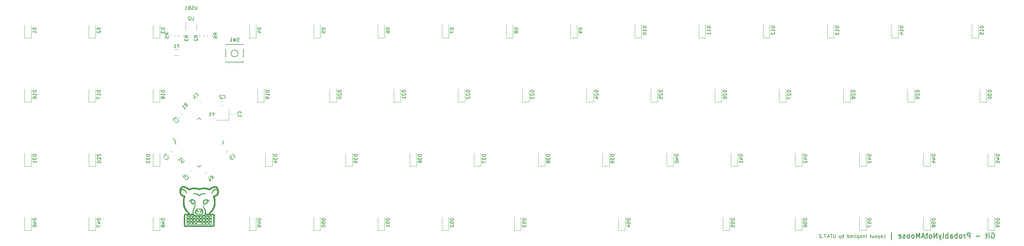
<source format=gbo>
G04 #@! TF.GenerationSoftware,KiCad,Pcbnew,(5.1.6)-1*
G04 #@! TF.CreationDate,2020-06-30T22:31:09-04:00*
G04 #@! TF.ProjectId,Trout-59,54726f75-742d-4353-992e-6b696361645f,rev?*
G04 #@! TF.SameCoordinates,Original*
G04 #@! TF.FileFunction,Legend,Bot*
G04 #@! TF.FilePolarity,Positive*
%FSLAX46Y46*%
G04 Gerber Fmt 4.6, Leading zero omitted, Abs format (unit mm)*
G04 Created by KiCad (PCBNEW (5.1.6)-1) date 2020-06-30 22:31:09*
%MOMM*%
%LPD*%
G01*
G04 APERTURE LIST*
%ADD10C,0.200000*%
%ADD11C,0.250000*%
%ADD12C,0.120000*%
%ADD13C,0.010000*%
%ADD14C,0.150000*%
%ADD15C,2.350000*%
%ADD16C,4.087800*%
%ADD17C,1.850000*%
%ADD18C,0.100000*%
%ADD19C,3.148000*%
%ADD20R,1.900000X1.200000*%
%ADD21R,0.700000X1.550000*%
%ADD22R,0.400000X1.550000*%
%ADD23C,0.750000*%
%ADD24R,1.500000X1.300000*%
%ADD25R,0.750000X1.160000*%
%ADD26R,1.300000X1.000000*%
G04 APERTURE END LIST*
D10*
X289527095Y-113990380D02*
X290003285Y-113990380D01*
X290003285Y-112990380D01*
X288765190Y-113990380D02*
X288765190Y-113466571D01*
X288812809Y-113371333D01*
X288908047Y-113323714D01*
X289098523Y-113323714D01*
X289193761Y-113371333D01*
X288765190Y-113942761D02*
X288860428Y-113990380D01*
X289098523Y-113990380D01*
X289193761Y-113942761D01*
X289241380Y-113847523D01*
X289241380Y-113752285D01*
X289193761Y-113657047D01*
X289098523Y-113609428D01*
X288860428Y-113609428D01*
X288765190Y-113561809D01*
X288384238Y-113323714D02*
X288146142Y-113990380D01*
X287908047Y-113323714D02*
X288146142Y-113990380D01*
X288241380Y-114228476D01*
X288289000Y-114276095D01*
X288384238Y-114323714D01*
X287384238Y-113990380D02*
X287479476Y-113942761D01*
X287527095Y-113895142D01*
X287574714Y-113799904D01*
X287574714Y-113514190D01*
X287527095Y-113418952D01*
X287479476Y-113371333D01*
X287384238Y-113323714D01*
X287241380Y-113323714D01*
X287146142Y-113371333D01*
X287098523Y-113418952D01*
X287050904Y-113514190D01*
X287050904Y-113799904D01*
X287098523Y-113895142D01*
X287146142Y-113942761D01*
X287241380Y-113990380D01*
X287384238Y-113990380D01*
X286193761Y-113323714D02*
X286193761Y-113990380D01*
X286622333Y-113323714D02*
X286622333Y-113847523D01*
X286574714Y-113942761D01*
X286479476Y-113990380D01*
X286336619Y-113990380D01*
X286241380Y-113942761D01*
X286193761Y-113895142D01*
X285860428Y-113323714D02*
X285479476Y-113323714D01*
X285717571Y-112990380D02*
X285717571Y-113847523D01*
X285669952Y-113942761D01*
X285574714Y-113990380D01*
X285479476Y-113990380D01*
X284384238Y-113990380D02*
X284384238Y-113323714D01*
X284384238Y-112990380D02*
X284431857Y-113038000D01*
X284384238Y-113085619D01*
X284336619Y-113038000D01*
X284384238Y-112990380D01*
X284384238Y-113085619D01*
X283908047Y-113323714D02*
X283908047Y-113990380D01*
X283908047Y-113418952D02*
X283860428Y-113371333D01*
X283765190Y-113323714D01*
X283622333Y-113323714D01*
X283527095Y-113371333D01*
X283479476Y-113466571D01*
X283479476Y-113990380D01*
X283050904Y-113942761D02*
X282955666Y-113990380D01*
X282765190Y-113990380D01*
X282669952Y-113942761D01*
X282622333Y-113847523D01*
X282622333Y-113799904D01*
X282669952Y-113704666D01*
X282765190Y-113657047D01*
X282908047Y-113657047D01*
X283003285Y-113609428D01*
X283050904Y-113514190D01*
X283050904Y-113466571D01*
X283003285Y-113371333D01*
X282908047Y-113323714D01*
X282765190Y-113323714D01*
X282669952Y-113371333D01*
X282193761Y-113323714D02*
X282193761Y-114323714D01*
X282193761Y-113371333D02*
X282098523Y-113323714D01*
X281908047Y-113323714D01*
X281812809Y-113371333D01*
X281765190Y-113418952D01*
X281717571Y-113514190D01*
X281717571Y-113799904D01*
X281765190Y-113895142D01*
X281812809Y-113942761D01*
X281908047Y-113990380D01*
X282098523Y-113990380D01*
X282193761Y-113942761D01*
X281289000Y-113990380D02*
X281289000Y-113323714D01*
X281289000Y-112990380D02*
X281336619Y-113038000D01*
X281289000Y-113085619D01*
X281241380Y-113038000D01*
X281289000Y-112990380D01*
X281289000Y-113085619D01*
X280812809Y-113990380D02*
X280812809Y-113323714D01*
X280812809Y-113514190D02*
X280765190Y-113418952D01*
X280717571Y-113371333D01*
X280622333Y-113323714D01*
X280527095Y-113323714D01*
X279812809Y-113942761D02*
X279908047Y-113990380D01*
X280098523Y-113990380D01*
X280193761Y-113942761D01*
X280241380Y-113847523D01*
X280241380Y-113466571D01*
X280193761Y-113371333D01*
X280098523Y-113323714D01*
X279908047Y-113323714D01*
X279812809Y-113371333D01*
X279765190Y-113466571D01*
X279765190Y-113561809D01*
X280241380Y-113657047D01*
X278908047Y-113990380D02*
X278908047Y-112990380D01*
X278908047Y-113942761D02*
X279003285Y-113990380D01*
X279193761Y-113990380D01*
X279289000Y-113942761D01*
X279336619Y-113895142D01*
X279384238Y-113799904D01*
X279384238Y-113514190D01*
X279336619Y-113418952D01*
X279289000Y-113371333D01*
X279193761Y-113323714D01*
X279003285Y-113323714D01*
X278908047Y-113371333D01*
X277669952Y-113990380D02*
X277669952Y-112990380D01*
X277669952Y-113371333D02*
X277574714Y-113323714D01*
X277384238Y-113323714D01*
X277289000Y-113371333D01*
X277241380Y-113418952D01*
X277193761Y-113514190D01*
X277193761Y-113799904D01*
X277241380Y-113895142D01*
X277289000Y-113942761D01*
X277384238Y-113990380D01*
X277574714Y-113990380D01*
X277669952Y-113942761D01*
X276860428Y-113323714D02*
X276622333Y-113990380D01*
X276384238Y-113323714D02*
X276622333Y-113990380D01*
X276717571Y-114228476D01*
X276765190Y-114276095D01*
X276860428Y-114323714D01*
X275241380Y-112990380D02*
X275241380Y-113799904D01*
X275193761Y-113895142D01*
X275146142Y-113942761D01*
X275050904Y-113990380D01*
X274860428Y-113990380D01*
X274765190Y-113942761D01*
X274717571Y-113895142D01*
X274669952Y-113799904D01*
X274669952Y-112990380D01*
X274336619Y-112990380D02*
X273765190Y-112990380D01*
X274050904Y-113990380D02*
X274050904Y-112990380D01*
X273003285Y-113323714D02*
X273003285Y-113990380D01*
X273241380Y-112942761D02*
X273479476Y-113657047D01*
X272860428Y-113657047D01*
X272574714Y-112990380D02*
X271908047Y-112990380D01*
X272336619Y-113990380D01*
X271527095Y-113895142D02*
X271479476Y-113942761D01*
X271527095Y-113990380D01*
X271574714Y-113942761D01*
X271527095Y-113895142D01*
X271527095Y-113990380D01*
X271098523Y-113085619D02*
X271050904Y-113038000D01*
X270955666Y-112990380D01*
X270717571Y-112990380D01*
X270622333Y-113038000D01*
X270574714Y-113085619D01*
X270527095Y-113180857D01*
X270527095Y-113276095D01*
X270574714Y-113418952D01*
X271146142Y-113990380D01*
X270527095Y-113990380D01*
D11*
X321538285Y-112661000D02*
X321681142Y-112589571D01*
X321895428Y-112589571D01*
X322109714Y-112661000D01*
X322252571Y-112803857D01*
X322324000Y-112946714D01*
X322395428Y-113232428D01*
X322395428Y-113446714D01*
X322324000Y-113732428D01*
X322252571Y-113875285D01*
X322109714Y-114018142D01*
X321895428Y-114089571D01*
X321752571Y-114089571D01*
X321538285Y-114018142D01*
X321466857Y-113946714D01*
X321466857Y-113446714D01*
X321752571Y-113446714D01*
X320824000Y-114089571D02*
X320824000Y-113089571D01*
X320824000Y-112589571D02*
X320895428Y-112661000D01*
X320824000Y-112732428D01*
X320752571Y-112661000D01*
X320824000Y-112589571D01*
X320824000Y-112732428D01*
X320324000Y-113089571D02*
X319752571Y-113089571D01*
X320109714Y-112589571D02*
X320109714Y-113875285D01*
X320038285Y-114018142D01*
X319895428Y-114089571D01*
X319752571Y-114089571D01*
X318109714Y-113518142D02*
X316966857Y-113518142D01*
X315109714Y-114089571D02*
X315109714Y-112589571D01*
X314538285Y-112589571D01*
X314395428Y-112661000D01*
X314324000Y-112732428D01*
X314252571Y-112875285D01*
X314252571Y-113089571D01*
X314324000Y-113232428D01*
X314395428Y-113303857D01*
X314538285Y-113375285D01*
X315109714Y-113375285D01*
X313609714Y-114089571D02*
X313609714Y-113089571D01*
X313609714Y-113375285D02*
X313538285Y-113232428D01*
X313466857Y-113161000D01*
X313324000Y-113089571D01*
X313181142Y-113089571D01*
X312466857Y-114089571D02*
X312609714Y-114018142D01*
X312681142Y-113946714D01*
X312752571Y-113803857D01*
X312752571Y-113375285D01*
X312681142Y-113232428D01*
X312609714Y-113161000D01*
X312466857Y-113089571D01*
X312252571Y-113089571D01*
X312109714Y-113161000D01*
X312038285Y-113232428D01*
X311966857Y-113375285D01*
X311966857Y-113803857D01*
X312038285Y-113946714D01*
X312109714Y-114018142D01*
X312252571Y-114089571D01*
X312466857Y-114089571D01*
X311324000Y-114089571D02*
X311324000Y-112589571D01*
X311324000Y-113161000D02*
X311181142Y-113089571D01*
X310895428Y-113089571D01*
X310752571Y-113161000D01*
X310681142Y-113232428D01*
X310609714Y-113375285D01*
X310609714Y-113803857D01*
X310681142Y-113946714D01*
X310752571Y-114018142D01*
X310895428Y-114089571D01*
X311181142Y-114089571D01*
X311324000Y-114018142D01*
X309324000Y-114089571D02*
X309324000Y-113303857D01*
X309395428Y-113161000D01*
X309538285Y-113089571D01*
X309824000Y-113089571D01*
X309966857Y-113161000D01*
X309324000Y-114018142D02*
X309466857Y-114089571D01*
X309824000Y-114089571D01*
X309966857Y-114018142D01*
X310038285Y-113875285D01*
X310038285Y-113732428D01*
X309966857Y-113589571D01*
X309824000Y-113518142D01*
X309466857Y-113518142D01*
X309324000Y-113446714D01*
X308609714Y-114089571D02*
X308609714Y-112589571D01*
X308609714Y-113161000D02*
X308466857Y-113089571D01*
X308181142Y-113089571D01*
X308038285Y-113161000D01*
X307966857Y-113232428D01*
X307895428Y-113375285D01*
X307895428Y-113803857D01*
X307966857Y-113946714D01*
X308038285Y-114018142D01*
X308181142Y-114089571D01*
X308466857Y-114089571D01*
X308609714Y-114018142D01*
X307038285Y-114089571D02*
X307181142Y-114018142D01*
X307252571Y-113875285D01*
X307252571Y-112589571D01*
X306609714Y-113089571D02*
X306252571Y-114089571D01*
X305895428Y-113089571D02*
X306252571Y-114089571D01*
X306395428Y-114446714D01*
X306466857Y-114518142D01*
X306609714Y-114589571D01*
X305324000Y-114089571D02*
X305324000Y-112589571D01*
X304466857Y-114089571D01*
X304466857Y-112589571D01*
X303538285Y-114089571D02*
X303681142Y-114018142D01*
X303752571Y-113946714D01*
X303824000Y-113803857D01*
X303824000Y-113375285D01*
X303752571Y-113232428D01*
X303681142Y-113161000D01*
X303538285Y-113089571D01*
X303324000Y-113089571D01*
X303181142Y-113161000D01*
X303109714Y-113232428D01*
X303038285Y-113375285D01*
X303038285Y-113803857D01*
X303109714Y-113946714D01*
X303181142Y-114018142D01*
X303324000Y-114089571D01*
X303538285Y-114089571D01*
X302609714Y-113089571D02*
X302038285Y-113089571D01*
X302395428Y-112589571D02*
X302395428Y-113875285D01*
X302324000Y-114018142D01*
X302181142Y-114089571D01*
X302038285Y-114089571D01*
X301609714Y-113661000D02*
X300895428Y-113661000D01*
X301752571Y-114089571D02*
X301252571Y-112589571D01*
X300752571Y-114089571D01*
X300252571Y-114089571D02*
X300252571Y-112589571D01*
X299752571Y-113661000D01*
X299252571Y-112589571D01*
X299252571Y-114089571D01*
X298324000Y-114089571D02*
X298466857Y-114018142D01*
X298538285Y-113946714D01*
X298609714Y-113803857D01*
X298609714Y-113375285D01*
X298538285Y-113232428D01*
X298466857Y-113161000D01*
X298324000Y-113089571D01*
X298109714Y-113089571D01*
X297966857Y-113161000D01*
X297895428Y-113232428D01*
X297824000Y-113375285D01*
X297824000Y-113803857D01*
X297895428Y-113946714D01*
X297966857Y-114018142D01*
X298109714Y-114089571D01*
X298324000Y-114089571D01*
X296966857Y-114089571D02*
X297109714Y-114018142D01*
X297181142Y-113946714D01*
X297252571Y-113803857D01*
X297252571Y-113375285D01*
X297181142Y-113232428D01*
X297109714Y-113161000D01*
X296966857Y-113089571D01*
X296752571Y-113089571D01*
X296609714Y-113161000D01*
X296538285Y-113232428D01*
X296466857Y-113375285D01*
X296466857Y-113803857D01*
X296538285Y-113946714D01*
X296609714Y-114018142D01*
X296752571Y-114089571D01*
X296966857Y-114089571D01*
X295895428Y-114018142D02*
X295752571Y-114089571D01*
X295466857Y-114089571D01*
X295324000Y-114018142D01*
X295252571Y-113875285D01*
X295252571Y-113803857D01*
X295324000Y-113661000D01*
X295466857Y-113589571D01*
X295681142Y-113589571D01*
X295824000Y-113518142D01*
X295895428Y-113375285D01*
X295895428Y-113303857D01*
X295824000Y-113161000D01*
X295681142Y-113089571D01*
X295466857Y-113089571D01*
X295324000Y-113161000D01*
X294038285Y-114018142D02*
X294181142Y-114089571D01*
X294466857Y-114089571D01*
X294609714Y-114018142D01*
X294681142Y-113875285D01*
X294681142Y-113303857D01*
X294609714Y-113161000D01*
X294466857Y-113089571D01*
X294181142Y-113089571D01*
X294038285Y-113161000D01*
X293966857Y-113303857D01*
X293966857Y-113446714D01*
X294681142Y-113589571D01*
X291824000Y-114589571D02*
X291824000Y-112446714D01*
D12*
G04 #@! TO.C,C2*
X93525078Y-73331000D02*
X93007922Y-73331000D01*
X93525078Y-74751000D02*
X93007922Y-74751000D01*
D13*
G04 #@! TO.C,G\u002A\u002A\u002A*
G36*
X81593182Y-98647547D02*
G01*
X81429686Y-98696754D01*
X81278971Y-98789513D01*
X81135144Y-98920858D01*
X80946336Y-99159132D01*
X80801030Y-99435449D01*
X80702061Y-99739082D01*
X80652270Y-100059302D01*
X80654492Y-100385380D01*
X80688286Y-100610296D01*
X80780259Y-100922118D01*
X80914039Y-101186615D01*
X81091304Y-101405677D01*
X81313733Y-101581193D01*
X81583003Y-101715050D01*
X81708625Y-101758732D01*
X81794366Y-101788903D01*
X81853113Y-101815994D01*
X81861848Y-101822145D01*
X81864022Y-101860109D01*
X81851511Y-101947177D01*
X81826535Y-102071243D01*
X81791314Y-102220203D01*
X81782473Y-102254872D01*
X81747596Y-102391716D01*
X81721412Y-102503977D01*
X81702699Y-102604466D01*
X81690235Y-102705995D01*
X81682796Y-102821377D01*
X81679162Y-102963423D01*
X81678108Y-103144945D01*
X81678343Y-103346250D01*
X81681559Y-103649079D01*
X81691081Y-103903170D01*
X81708856Y-104123133D01*
X81736835Y-104323580D01*
X81776967Y-104519122D01*
X81831201Y-104724370D01*
X81886555Y-104906972D01*
X81971329Y-105141737D01*
X82077551Y-105370839D01*
X82210537Y-105602431D01*
X82375607Y-105844665D01*
X82578078Y-106105694D01*
X82823267Y-106393671D01*
X82945523Y-106530431D01*
X83281996Y-106902250D01*
X82723411Y-106902250D01*
X82530311Y-106904043D01*
X82360783Y-106909052D01*
X82225588Y-106916718D01*
X82135487Y-106926481D01*
X82104802Y-106934373D01*
X82078221Y-106952599D01*
X82055637Y-106979853D01*
X82036727Y-107021057D01*
X82021170Y-107081134D01*
X82008642Y-107165007D01*
X81998821Y-107277600D01*
X81991385Y-107423834D01*
X81986010Y-107608632D01*
X81982376Y-107836918D01*
X81980157Y-108113614D01*
X81979034Y-108443643D01*
X81978681Y-108831927D01*
X81978678Y-108859295D01*
X81978725Y-109226370D01*
X81979078Y-109535252D01*
X81979921Y-109791248D01*
X81981440Y-109999663D01*
X81983820Y-110165805D01*
X81987247Y-110294980D01*
X81991907Y-110392495D01*
X81997986Y-110463656D01*
X82005667Y-110513770D01*
X82015139Y-110548144D01*
X82026585Y-110572084D01*
X82039192Y-110589670D01*
X82099884Y-110664625D01*
X86444505Y-110670726D01*
X86991022Y-110671290D01*
X87515277Y-110671430D01*
X88013914Y-110671162D01*
X88483579Y-110670503D01*
X88920916Y-110669469D01*
X89322571Y-110668079D01*
X89685188Y-110666348D01*
X90005412Y-110664293D01*
X90279889Y-110661930D01*
X90505264Y-110659278D01*
X90678181Y-110656351D01*
X90795285Y-110653168D01*
X90853221Y-110649744D01*
X90858487Y-110648705D01*
X90929240Y-110599156D01*
X90961675Y-110557378D01*
X90969219Y-110511888D01*
X90975842Y-110410189D01*
X90981542Y-110259564D01*
X90986319Y-110067299D01*
X90990170Y-109840675D01*
X90993096Y-109586979D01*
X90995095Y-109313493D01*
X90996165Y-109027502D01*
X90996307Y-108736290D01*
X90995518Y-108447140D01*
X90993799Y-108167337D01*
X90991147Y-107904165D01*
X90987561Y-107664908D01*
X90983042Y-107456849D01*
X90977586Y-107287273D01*
X90975740Y-107251500D01*
X90646250Y-107251500D01*
X90646250Y-110331250D01*
X82327750Y-110331250D01*
X82327750Y-107251500D01*
X83568930Y-107251500D01*
X83882807Y-107251618D01*
X84139439Y-107252174D01*
X84345080Y-107253467D01*
X84505985Y-107255798D01*
X84628408Y-107259469D01*
X84718604Y-107264778D01*
X84782827Y-107272026D01*
X84827332Y-107281514D01*
X84858373Y-107293543D01*
X84882206Y-107308413D01*
X84890837Y-107315000D01*
X84936134Y-107360913D01*
X84923357Y-107382841D01*
X84851738Y-107381875D01*
X84844297Y-107380952D01*
X84786442Y-107390867D01*
X84741110Y-107410057D01*
X84713229Y-107430269D01*
X84694855Y-107463245D01*
X84684040Y-107520940D01*
X84678834Y-107615304D01*
X84677292Y-107758288D01*
X84677250Y-107801892D01*
X84680960Y-107991686D01*
X84691990Y-108121786D01*
X84710192Y-108190658D01*
X84715350Y-108197649D01*
X84764658Y-108216232D01*
X84858472Y-108228959D01*
X84980203Y-108235868D01*
X85113256Y-108236995D01*
X85241040Y-108232377D01*
X85346962Y-108222052D01*
X85414431Y-108206056D01*
X85428487Y-108196062D01*
X85440360Y-108148683D01*
X85452016Y-108053854D01*
X85461742Y-107927607D01*
X85465803Y-107846812D01*
X85472264Y-107704864D01*
X85479913Y-107614662D01*
X85492092Y-107564487D01*
X85512142Y-107542622D01*
X85543404Y-107537349D01*
X85554068Y-107537250D01*
X85312250Y-107537250D01*
X85312250Y-108077000D01*
X84836000Y-108077000D01*
X84836000Y-107537250D01*
X85312250Y-107537250D01*
X85554068Y-107537250D01*
X85588698Y-107539671D01*
X85610731Y-107554738D01*
X85623013Y-107594160D01*
X85628393Y-107669644D01*
X85629718Y-107792896D01*
X85629750Y-107848400D01*
X85633934Y-108017802D01*
X85646101Y-108135158D01*
X85665671Y-108195168D01*
X85667851Y-108197650D01*
X85717185Y-108216236D01*
X85811059Y-108228963D01*
X85932868Y-108235867D01*
X86066004Y-108236985D01*
X86193862Y-108232354D01*
X86299836Y-108222012D01*
X86367319Y-108205994D01*
X86381318Y-108196062D01*
X86392692Y-108149412D01*
X86403841Y-108054321D01*
X86413299Y-107925836D01*
X86418454Y-107815062D01*
X86424927Y-107663110D01*
X86432928Y-107563829D01*
X86438343Y-107537250D01*
X86264750Y-107537250D01*
X86264750Y-108077000D01*
X85788500Y-108077000D01*
X85788500Y-107537250D01*
X86264750Y-107537250D01*
X86438343Y-107537250D01*
X86444631Y-107506393D01*
X86462212Y-107479976D01*
X86487000Y-107473750D01*
X86512378Y-107480389D01*
X86529765Y-107507523D01*
X86541336Y-107565979D01*
X86549265Y-107666581D01*
X86555547Y-107815062D01*
X86562736Y-107958866D01*
X86572733Y-108080718D01*
X86584069Y-108165571D01*
X86592683Y-108196062D01*
X86635187Y-108214853D01*
X86724336Y-108227987D01*
X86843523Y-108235427D01*
X86976142Y-108237137D01*
X87105588Y-108233079D01*
X87215255Y-108223216D01*
X87288535Y-108207511D01*
X87306150Y-108197650D01*
X87326381Y-108143250D01*
X87339262Y-108031012D01*
X87344213Y-107866233D01*
X87344250Y-107848400D01*
X87344839Y-107706026D01*
X87348504Y-107615445D01*
X87358093Y-107564949D01*
X87376453Y-107542832D01*
X87406432Y-107537384D01*
X87419933Y-107537250D01*
X87185500Y-107537250D01*
X87185500Y-108077000D01*
X86709250Y-108077000D01*
X86709250Y-107537250D01*
X87185500Y-107537250D01*
X87419933Y-107537250D01*
X87454751Y-107540076D01*
X87477466Y-107556367D01*
X87491419Y-107597841D01*
X87499950Y-107676216D01*
X87506401Y-107803209D01*
X87508198Y-107846812D01*
X87516033Y-107983885D01*
X87526785Y-108098782D01*
X87538742Y-108175471D01*
X87545514Y-108196062D01*
X87587836Y-108214848D01*
X87676817Y-108227982D01*
X87795864Y-108235427D01*
X87928386Y-108237145D01*
X88057789Y-108233100D01*
X88167482Y-108223255D01*
X88240872Y-108207573D01*
X88258650Y-108197649D01*
X88278473Y-108143005D01*
X88291158Y-108026782D01*
X88296555Y-107850513D01*
X88296750Y-107801892D01*
X88295806Y-107645236D01*
X88291674Y-107540116D01*
X88291269Y-107537250D01*
X88138000Y-107537250D01*
X88138000Y-108077000D01*
X87661750Y-108077000D01*
X87661750Y-107537250D01*
X88138000Y-107537250D01*
X88291269Y-107537250D01*
X88282406Y-107474580D01*
X88266055Y-107436677D01*
X88240673Y-107414455D01*
X88232891Y-107410057D01*
X88165317Y-107384593D01*
X88129704Y-107380952D01*
X88053822Y-107383523D01*
X88036839Y-107363277D01*
X88077984Y-107319126D01*
X88083164Y-107315000D01*
X88105885Y-107298949D01*
X88133392Y-107285856D01*
X88171940Y-107275419D01*
X88227784Y-107267338D01*
X88307178Y-107261314D01*
X88416376Y-107257045D01*
X88561634Y-107254230D01*
X88749206Y-107252571D01*
X88985346Y-107251765D01*
X89276309Y-107251513D01*
X89405071Y-107251500D01*
X90646250Y-107251500D01*
X90975740Y-107251500D01*
X90971195Y-107163463D01*
X90963865Y-107092704D01*
X90962184Y-107085186D01*
X90925708Y-106999330D01*
X90878163Y-106940218D01*
X90869199Y-106934373D01*
X90817616Y-106923461D01*
X90713305Y-106914250D01*
X90567027Y-106907299D01*
X90389542Y-106903166D01*
X90250590Y-106902250D01*
X89692005Y-106902250D01*
X90029818Y-106529187D01*
X90301406Y-106219989D01*
X90527780Y-105939739D01*
X90714250Y-105678914D01*
X90866125Y-105427996D01*
X90988713Y-105177461D01*
X91087324Y-104917790D01*
X91167267Y-104639462D01*
X91222806Y-104389663D01*
X91248223Y-104252719D01*
X91267061Y-104124309D01*
X91280272Y-103990822D01*
X91288809Y-103838646D01*
X91293626Y-103654168D01*
X91295677Y-103423777D01*
X91295891Y-103346250D01*
X91296014Y-103119626D01*
X91294638Y-102943683D01*
X91290537Y-102805604D01*
X91282487Y-102692570D01*
X91269261Y-102591763D01*
X91249633Y-102490365D01*
X91222377Y-102375558D01*
X91191528Y-102254872D01*
X91154364Y-102102085D01*
X91126960Y-101971546D01*
X91111536Y-101875361D01*
X91110311Y-101825634D01*
X91112153Y-101822145D01*
X91157086Y-101798235D01*
X91237159Y-101767873D01*
X91265375Y-101758732D01*
X91357869Y-101723916D01*
X91480126Y-101669948D01*
X91606269Y-101608274D01*
X91610743Y-101605958D01*
X91828459Y-101457911D01*
X92010180Y-101260913D01*
X92153409Y-101019956D01*
X92255651Y-100740033D01*
X92314412Y-100426137D01*
X92328449Y-100169983D01*
X92318766Y-100060125D01*
X91920145Y-100060125D01*
X91906545Y-100333799D01*
X91864567Y-100624613D01*
X91768253Y-100884404D01*
X91644516Y-101081385D01*
X91550592Y-101168308D01*
X91406165Y-101255873D01*
X91223857Y-101337827D01*
X91016290Y-101407916D01*
X90947875Y-101426491D01*
X90792521Y-101472036D01*
X90688927Y-101522224D01*
X90632181Y-101587638D01*
X90617370Y-101678861D01*
X90639581Y-101806477D01*
X90692430Y-101976750D01*
X90781872Y-102268600D01*
X90843687Y-102544972D01*
X90881335Y-102828004D01*
X90898273Y-103139839D01*
X90900063Y-103306008D01*
X90886445Y-103763340D01*
X90845088Y-104170439D01*
X90774694Y-104534805D01*
X90673966Y-104863937D01*
X90598859Y-105046675D01*
X90523245Y-105203958D01*
X90440815Y-105353928D01*
X90345863Y-105504262D01*
X90232680Y-105662635D01*
X90095559Y-105836724D01*
X89928793Y-106034204D01*
X89726674Y-106262753D01*
X89549282Y-106458261D01*
X89143283Y-106902250D01*
X88765502Y-106902250D01*
X88605460Y-106901502D01*
X88498963Y-106898242D01*
X88436067Y-106890941D01*
X88406823Y-106878071D01*
X88401286Y-106858104D01*
X88403794Y-106846687D01*
X88427754Y-106718713D01*
X88441168Y-106549981D01*
X88443358Y-106362460D01*
X88433644Y-106178120D01*
X88426517Y-106112115D01*
X88371678Y-105841204D01*
X88275242Y-105597932D01*
X88127832Y-105358662D01*
X88127450Y-105358130D01*
X87972027Y-105099936D01*
X87866051Y-104822755D01*
X87806377Y-104516061D01*
X87789731Y-104227312D01*
X87782790Y-104128293D01*
X87761731Y-104082439D01*
X87743410Y-104076500D01*
X87710051Y-104106110D01*
X87685688Y-104187394D01*
X87671332Y-104309027D01*
X87667994Y-104459687D01*
X87676685Y-104628051D01*
X87686157Y-104717742D01*
X87714242Y-104891137D01*
X87755902Y-105035774D01*
X87821824Y-105185736D01*
X87850417Y-105241617D01*
X87962747Y-105456901D01*
X88048964Y-105625851D01*
X88112756Y-105758206D01*
X88157811Y-105863703D01*
X88187815Y-105952083D01*
X88206456Y-106033084D01*
X88217422Y-106116446D01*
X88224399Y-106211906D01*
X88225595Y-106232506D01*
X88230473Y-106503175D01*
X88209106Y-106722308D01*
X88158627Y-106897407D01*
X88076168Y-107035978D01*
X87958861Y-107145523D01*
X87851957Y-107210253D01*
X87780645Y-107242979D01*
X87702092Y-107269463D01*
X87609215Y-107290266D01*
X87494932Y-107305951D01*
X87352162Y-107317078D01*
X87173822Y-107324212D01*
X86952829Y-107327913D01*
X86682103Y-107328744D01*
X86375875Y-107327410D01*
X86083491Y-107324805D01*
X85847565Y-107321019D01*
X85661061Y-107315708D01*
X85516942Y-107308524D01*
X85408172Y-107299123D01*
X85327714Y-107287159D01*
X85271131Y-107273115D01*
X85066712Y-107178669D01*
X84902879Y-107039174D01*
X84831073Y-106942617D01*
X84800738Y-106889021D01*
X84779951Y-106834334D01*
X84766930Y-106765438D01*
X84759894Y-106669214D01*
X84757062Y-106532543D01*
X84756625Y-106394250D01*
X84756625Y-105965625D01*
X84875210Y-105727500D01*
X84950959Y-105577085D01*
X85038327Y-105406105D01*
X85119155Y-105250077D01*
X85123584Y-105241617D01*
X85199749Y-105082527D01*
X85248160Y-104939899D01*
X85279505Y-104779649D01*
X85287844Y-104717742D01*
X85303108Y-104544686D01*
X85305823Y-104383517D01*
X85297002Y-104245557D01*
X85277654Y-104142129D01*
X85248790Y-104084557D01*
X85230591Y-104076500D01*
X85200686Y-104097444D01*
X85186451Y-104166499D01*
X85184270Y-104227312D01*
X85161134Y-104567005D01*
X85094340Y-104868326D01*
X84980746Y-105141801D01*
X84846551Y-105358130D01*
X84704659Y-105585273D01*
X84611028Y-105812340D01*
X84555782Y-106064800D01*
X84547402Y-106129694D01*
X84532826Y-106326950D01*
X84532241Y-106526331D01*
X84544956Y-106706400D01*
X84570277Y-106845719D01*
X84570550Y-106846687D01*
X84572126Y-106870259D01*
X84554384Y-106886062D01*
X84507369Y-106895623D01*
X84421124Y-106900471D01*
X84285694Y-106902134D01*
X84208499Y-106902250D01*
X83830718Y-106902250D01*
X83424719Y-106458261D01*
X83192478Y-106201507D01*
X82999853Y-105981553D01*
X82841135Y-105790723D01*
X82710617Y-105621341D01*
X82602591Y-105465730D01*
X82511350Y-105316214D01*
X82431186Y-105165118D01*
X82375142Y-105046675D01*
X82255691Y-104734997D01*
X82167349Y-104392562D01*
X82108818Y-104011870D01*
X82078801Y-103585420D01*
X82073938Y-103306008D01*
X82082176Y-102972518D01*
X82109465Y-102678443D01*
X82159265Y-102401641D01*
X82235033Y-102119973D01*
X82281571Y-101976750D01*
X82335252Y-101803279D01*
X82356719Y-101676556D01*
X82341059Y-101585999D01*
X82283358Y-101521023D01*
X82178704Y-101471046D01*
X82026125Y-101426491D01*
X81813229Y-101361420D01*
X81621626Y-101282520D01*
X81463938Y-101196044D01*
X81352788Y-101108246D01*
X81329485Y-101081385D01*
X81186485Y-100844444D01*
X81099030Y-100579929D01*
X81067456Y-100333799D01*
X81053856Y-100060125D01*
X81313816Y-99893437D01*
X81472610Y-99799402D01*
X81595896Y-99743008D01*
X81670171Y-99726750D01*
X81791211Y-99754257D01*
X81930751Y-99831415D01*
X82080766Y-99950182D01*
X82233231Y-100102512D01*
X82380124Y-100280363D01*
X82513419Y-100475691D01*
X82625092Y-100680452D01*
X82628274Y-100687187D01*
X82683077Y-100767993D01*
X82744079Y-100806147D01*
X82797872Y-100796723D01*
X82824087Y-100759099D01*
X82822615Y-100689795D01*
X82786566Y-100583002D01*
X82722527Y-100449579D01*
X82637085Y-100300390D01*
X82536824Y-100146295D01*
X82428333Y-99998156D01*
X82318198Y-99866834D01*
X82228314Y-99776640D01*
X82036240Y-99625714D01*
X81858425Y-99534525D01*
X81688760Y-99502664D01*
X81521141Y-99529721D01*
X81349459Y-99615287D01*
X81224094Y-99709357D01*
X81158587Y-99760809D01*
X81114668Y-99788638D01*
X81108987Y-99790250D01*
X81107617Y-99764638D01*
X81127153Y-99699576D01*
X81160738Y-99612721D01*
X81201515Y-99521733D01*
X81242627Y-99444269D01*
X81244610Y-99441000D01*
X81371126Y-99267526D01*
X81509491Y-99136501D01*
X81651059Y-99054612D01*
X81778171Y-99028412D01*
X81873590Y-99041927D01*
X82010106Y-99079143D01*
X82172342Y-99134730D01*
X82344920Y-99203358D01*
X82512463Y-99279696D01*
X82534125Y-99290436D01*
X82757588Y-99413987D01*
X82977945Y-99561366D01*
X83179973Y-99716797D01*
X83284460Y-99794300D01*
X83373572Y-99837262D01*
X83464271Y-99846803D01*
X83573521Y-99824044D01*
X83718284Y-99770109D01*
X83755045Y-99754817D01*
X84097467Y-99639794D01*
X84492115Y-99560473D01*
X84938659Y-99516919D01*
X84984848Y-99514593D01*
X85289290Y-99508866D01*
X85556138Y-99524408D01*
X85808607Y-99564206D01*
X86069913Y-99631245D01*
X86193313Y-99670024D01*
X86487001Y-99766519D01*
X86780688Y-99670024D01*
X87053200Y-99590090D01*
X87306688Y-99538708D01*
X87564369Y-99512891D01*
X87849457Y-99509653D01*
X87989153Y-99514593D01*
X88440727Y-99554666D01*
X88840438Y-99630511D01*
X89187953Y-99742064D01*
X89218956Y-99754817D01*
X89373401Y-99815201D01*
X89488746Y-99844645D01*
X89581954Y-99842028D01*
X89669987Y-99806227D01*
X89769809Y-99736121D01*
X89794028Y-99716797D01*
X90029230Y-99537557D01*
X90248652Y-99394613D01*
X90439875Y-99290436D01*
X90605535Y-99213458D01*
X90778332Y-99143462D01*
X90942889Y-99085778D01*
X91083829Y-99045736D01*
X91185774Y-99028666D01*
X91195830Y-99028412D01*
X91332605Y-99058533D01*
X91474230Y-99144017D01*
X91612057Y-99278176D01*
X91729391Y-99441000D01*
X91770336Y-99517299D01*
X91811296Y-99608025D01*
X91845415Y-99695518D01*
X91865835Y-99762121D01*
X91865699Y-99790175D01*
X91865014Y-99790249D01*
X91830852Y-99771657D01*
X91769368Y-99725414D01*
X91749907Y-99709357D01*
X91571779Y-99583235D01*
X91401972Y-99515337D01*
X91234378Y-99506072D01*
X91062890Y-99555849D01*
X90881403Y-99665078D01*
X90745687Y-99776640D01*
X90639325Y-99885160D01*
X90529015Y-100019718D01*
X90421345Y-100169453D01*
X90322900Y-100323503D01*
X90240268Y-100471008D01*
X90180034Y-100601104D01*
X90148785Y-100702933D01*
X90149914Y-100759099D01*
X90190655Y-100804817D01*
X90248007Y-100799505D01*
X90308562Y-100748088D01*
X90345727Y-100687187D01*
X90456561Y-100482255D01*
X90589278Y-100286493D01*
X90735854Y-100107946D01*
X90888265Y-99954658D01*
X91038486Y-99834671D01*
X91178493Y-99756031D01*
X91300263Y-99726780D01*
X91303830Y-99726750D01*
X91390950Y-99747742D01*
X91518858Y-99808846D01*
X91660185Y-99893437D01*
X91920145Y-100060125D01*
X92318766Y-100060125D01*
X92302203Y-99872229D01*
X92226182Y-99575486D01*
X92106489Y-99295596D01*
X91949223Y-99048402D01*
X91853567Y-98936940D01*
X91699322Y-98793786D01*
X91552636Y-98700890D01*
X91395852Y-98650231D01*
X91211310Y-98633790D01*
X91186000Y-98633738D01*
X91067726Y-98637738D01*
X90964295Y-98651454D01*
X90855843Y-98679612D01*
X90722506Y-98726934D01*
X90614500Y-98769635D01*
X90254726Y-98931930D01*
X89933107Y-99115436D01*
X89681983Y-99290285D01*
X89495590Y-99430524D01*
X89314905Y-99357542D01*
X89110521Y-99283765D01*
X88893963Y-99224603D01*
X88647281Y-99175776D01*
X88398312Y-99138912D01*
X87971295Y-99099789D01*
X87578389Y-99101301D01*
X87203967Y-99144606D01*
X86832401Y-99230865D01*
X86726673Y-99262895D01*
X86487001Y-99339005D01*
X86247328Y-99262895D01*
X85873759Y-99164394D01*
X85501713Y-99109170D01*
X85115562Y-99096065D01*
X84699679Y-99123919D01*
X84575689Y-99138912D01*
X84288911Y-99182289D01*
X84047638Y-99232332D01*
X83833921Y-99293321D01*
X83659096Y-99357542D01*
X83478411Y-99430524D01*
X83292018Y-99290285D01*
X82983061Y-99079208D01*
X82656255Y-98900681D01*
X82359500Y-98769635D01*
X82199700Y-98707511D01*
X82077544Y-98667586D01*
X81973170Y-98645135D01*
X81866712Y-98635437D01*
X81788000Y-98633738D01*
X81593182Y-98647547D01*
G37*
X81593182Y-98647547D02*
X81429686Y-98696754D01*
X81278971Y-98789513D01*
X81135144Y-98920858D01*
X80946336Y-99159132D01*
X80801030Y-99435449D01*
X80702061Y-99739082D01*
X80652270Y-100059302D01*
X80654492Y-100385380D01*
X80688286Y-100610296D01*
X80780259Y-100922118D01*
X80914039Y-101186615D01*
X81091304Y-101405677D01*
X81313733Y-101581193D01*
X81583003Y-101715050D01*
X81708625Y-101758732D01*
X81794366Y-101788903D01*
X81853113Y-101815994D01*
X81861848Y-101822145D01*
X81864022Y-101860109D01*
X81851511Y-101947177D01*
X81826535Y-102071243D01*
X81791314Y-102220203D01*
X81782473Y-102254872D01*
X81747596Y-102391716D01*
X81721412Y-102503977D01*
X81702699Y-102604466D01*
X81690235Y-102705995D01*
X81682796Y-102821377D01*
X81679162Y-102963423D01*
X81678108Y-103144945D01*
X81678343Y-103346250D01*
X81681559Y-103649079D01*
X81691081Y-103903170D01*
X81708856Y-104123133D01*
X81736835Y-104323580D01*
X81776967Y-104519122D01*
X81831201Y-104724370D01*
X81886555Y-104906972D01*
X81971329Y-105141737D01*
X82077551Y-105370839D01*
X82210537Y-105602431D01*
X82375607Y-105844665D01*
X82578078Y-106105694D01*
X82823267Y-106393671D01*
X82945523Y-106530431D01*
X83281996Y-106902250D01*
X82723411Y-106902250D01*
X82530311Y-106904043D01*
X82360783Y-106909052D01*
X82225588Y-106916718D01*
X82135487Y-106926481D01*
X82104802Y-106934373D01*
X82078221Y-106952599D01*
X82055637Y-106979853D01*
X82036727Y-107021057D01*
X82021170Y-107081134D01*
X82008642Y-107165007D01*
X81998821Y-107277600D01*
X81991385Y-107423834D01*
X81986010Y-107608632D01*
X81982376Y-107836918D01*
X81980157Y-108113614D01*
X81979034Y-108443643D01*
X81978681Y-108831927D01*
X81978678Y-108859295D01*
X81978725Y-109226370D01*
X81979078Y-109535252D01*
X81979921Y-109791248D01*
X81981440Y-109999663D01*
X81983820Y-110165805D01*
X81987247Y-110294980D01*
X81991907Y-110392495D01*
X81997986Y-110463656D01*
X82005667Y-110513770D01*
X82015139Y-110548144D01*
X82026585Y-110572084D01*
X82039192Y-110589670D01*
X82099884Y-110664625D01*
X86444505Y-110670726D01*
X86991022Y-110671290D01*
X87515277Y-110671430D01*
X88013914Y-110671162D01*
X88483579Y-110670503D01*
X88920916Y-110669469D01*
X89322571Y-110668079D01*
X89685188Y-110666348D01*
X90005412Y-110664293D01*
X90279889Y-110661930D01*
X90505264Y-110659278D01*
X90678181Y-110656351D01*
X90795285Y-110653168D01*
X90853221Y-110649744D01*
X90858487Y-110648705D01*
X90929240Y-110599156D01*
X90961675Y-110557378D01*
X90969219Y-110511888D01*
X90975842Y-110410189D01*
X90981542Y-110259564D01*
X90986319Y-110067299D01*
X90990170Y-109840675D01*
X90993096Y-109586979D01*
X90995095Y-109313493D01*
X90996165Y-109027502D01*
X90996307Y-108736290D01*
X90995518Y-108447140D01*
X90993799Y-108167337D01*
X90991147Y-107904165D01*
X90987561Y-107664908D01*
X90983042Y-107456849D01*
X90977586Y-107287273D01*
X90975740Y-107251500D01*
X90646250Y-107251500D01*
X90646250Y-110331250D01*
X82327750Y-110331250D01*
X82327750Y-107251500D01*
X83568930Y-107251500D01*
X83882807Y-107251618D01*
X84139439Y-107252174D01*
X84345080Y-107253467D01*
X84505985Y-107255798D01*
X84628408Y-107259469D01*
X84718604Y-107264778D01*
X84782827Y-107272026D01*
X84827332Y-107281514D01*
X84858373Y-107293543D01*
X84882206Y-107308413D01*
X84890837Y-107315000D01*
X84936134Y-107360913D01*
X84923357Y-107382841D01*
X84851738Y-107381875D01*
X84844297Y-107380952D01*
X84786442Y-107390867D01*
X84741110Y-107410057D01*
X84713229Y-107430269D01*
X84694855Y-107463245D01*
X84684040Y-107520940D01*
X84678834Y-107615304D01*
X84677292Y-107758288D01*
X84677250Y-107801892D01*
X84680960Y-107991686D01*
X84691990Y-108121786D01*
X84710192Y-108190658D01*
X84715350Y-108197649D01*
X84764658Y-108216232D01*
X84858472Y-108228959D01*
X84980203Y-108235868D01*
X85113256Y-108236995D01*
X85241040Y-108232377D01*
X85346962Y-108222052D01*
X85414431Y-108206056D01*
X85428487Y-108196062D01*
X85440360Y-108148683D01*
X85452016Y-108053854D01*
X85461742Y-107927607D01*
X85465803Y-107846812D01*
X85472264Y-107704864D01*
X85479913Y-107614662D01*
X85492092Y-107564487D01*
X85512142Y-107542622D01*
X85543404Y-107537349D01*
X85554068Y-107537250D01*
X85312250Y-107537250D01*
X85312250Y-108077000D01*
X84836000Y-108077000D01*
X84836000Y-107537250D01*
X85312250Y-107537250D01*
X85554068Y-107537250D01*
X85588698Y-107539671D01*
X85610731Y-107554738D01*
X85623013Y-107594160D01*
X85628393Y-107669644D01*
X85629718Y-107792896D01*
X85629750Y-107848400D01*
X85633934Y-108017802D01*
X85646101Y-108135158D01*
X85665671Y-108195168D01*
X85667851Y-108197650D01*
X85717185Y-108216236D01*
X85811059Y-108228963D01*
X85932868Y-108235867D01*
X86066004Y-108236985D01*
X86193862Y-108232354D01*
X86299836Y-108222012D01*
X86367319Y-108205994D01*
X86381318Y-108196062D01*
X86392692Y-108149412D01*
X86403841Y-108054321D01*
X86413299Y-107925836D01*
X86418454Y-107815062D01*
X86424927Y-107663110D01*
X86432928Y-107563829D01*
X86438343Y-107537250D01*
X86264750Y-107537250D01*
X86264750Y-108077000D01*
X85788500Y-108077000D01*
X85788500Y-107537250D01*
X86264750Y-107537250D01*
X86438343Y-107537250D01*
X86444631Y-107506393D01*
X86462212Y-107479976D01*
X86487000Y-107473750D01*
X86512378Y-107480389D01*
X86529765Y-107507523D01*
X86541336Y-107565979D01*
X86549265Y-107666581D01*
X86555547Y-107815062D01*
X86562736Y-107958866D01*
X86572733Y-108080718D01*
X86584069Y-108165571D01*
X86592683Y-108196062D01*
X86635187Y-108214853D01*
X86724336Y-108227987D01*
X86843523Y-108235427D01*
X86976142Y-108237137D01*
X87105588Y-108233079D01*
X87215255Y-108223216D01*
X87288535Y-108207511D01*
X87306150Y-108197650D01*
X87326381Y-108143250D01*
X87339262Y-108031012D01*
X87344213Y-107866233D01*
X87344250Y-107848400D01*
X87344839Y-107706026D01*
X87348504Y-107615445D01*
X87358093Y-107564949D01*
X87376453Y-107542832D01*
X87406432Y-107537384D01*
X87419933Y-107537250D01*
X87185500Y-107537250D01*
X87185500Y-108077000D01*
X86709250Y-108077000D01*
X86709250Y-107537250D01*
X87185500Y-107537250D01*
X87419933Y-107537250D01*
X87454751Y-107540076D01*
X87477466Y-107556367D01*
X87491419Y-107597841D01*
X87499950Y-107676216D01*
X87506401Y-107803209D01*
X87508198Y-107846812D01*
X87516033Y-107983885D01*
X87526785Y-108098782D01*
X87538742Y-108175471D01*
X87545514Y-108196062D01*
X87587836Y-108214848D01*
X87676817Y-108227982D01*
X87795864Y-108235427D01*
X87928386Y-108237145D01*
X88057789Y-108233100D01*
X88167482Y-108223255D01*
X88240872Y-108207573D01*
X88258650Y-108197649D01*
X88278473Y-108143005D01*
X88291158Y-108026782D01*
X88296555Y-107850513D01*
X88296750Y-107801892D01*
X88295806Y-107645236D01*
X88291674Y-107540116D01*
X88291269Y-107537250D01*
X88138000Y-107537250D01*
X88138000Y-108077000D01*
X87661750Y-108077000D01*
X87661750Y-107537250D01*
X88138000Y-107537250D01*
X88291269Y-107537250D01*
X88282406Y-107474580D01*
X88266055Y-107436677D01*
X88240673Y-107414455D01*
X88232891Y-107410057D01*
X88165317Y-107384593D01*
X88129704Y-107380952D01*
X88053822Y-107383523D01*
X88036839Y-107363277D01*
X88077984Y-107319126D01*
X88083164Y-107315000D01*
X88105885Y-107298949D01*
X88133392Y-107285856D01*
X88171940Y-107275419D01*
X88227784Y-107267338D01*
X88307178Y-107261314D01*
X88416376Y-107257045D01*
X88561634Y-107254230D01*
X88749206Y-107252571D01*
X88985346Y-107251765D01*
X89276309Y-107251513D01*
X89405071Y-107251500D01*
X90646250Y-107251500D01*
X90975740Y-107251500D01*
X90971195Y-107163463D01*
X90963865Y-107092704D01*
X90962184Y-107085186D01*
X90925708Y-106999330D01*
X90878163Y-106940218D01*
X90869199Y-106934373D01*
X90817616Y-106923461D01*
X90713305Y-106914250D01*
X90567027Y-106907299D01*
X90389542Y-106903166D01*
X90250590Y-106902250D01*
X89692005Y-106902250D01*
X90029818Y-106529187D01*
X90301406Y-106219989D01*
X90527780Y-105939739D01*
X90714250Y-105678914D01*
X90866125Y-105427996D01*
X90988713Y-105177461D01*
X91087324Y-104917790D01*
X91167267Y-104639462D01*
X91222806Y-104389663D01*
X91248223Y-104252719D01*
X91267061Y-104124309D01*
X91280272Y-103990822D01*
X91288809Y-103838646D01*
X91293626Y-103654168D01*
X91295677Y-103423777D01*
X91295891Y-103346250D01*
X91296014Y-103119626D01*
X91294638Y-102943683D01*
X91290537Y-102805604D01*
X91282487Y-102692570D01*
X91269261Y-102591763D01*
X91249633Y-102490365D01*
X91222377Y-102375558D01*
X91191528Y-102254872D01*
X91154364Y-102102085D01*
X91126960Y-101971546D01*
X91111536Y-101875361D01*
X91110311Y-101825634D01*
X91112153Y-101822145D01*
X91157086Y-101798235D01*
X91237159Y-101767873D01*
X91265375Y-101758732D01*
X91357869Y-101723916D01*
X91480126Y-101669948D01*
X91606269Y-101608274D01*
X91610743Y-101605958D01*
X91828459Y-101457911D01*
X92010180Y-101260913D01*
X92153409Y-101019956D01*
X92255651Y-100740033D01*
X92314412Y-100426137D01*
X92328449Y-100169983D01*
X92318766Y-100060125D01*
X91920145Y-100060125D01*
X91906545Y-100333799D01*
X91864567Y-100624613D01*
X91768253Y-100884404D01*
X91644516Y-101081385D01*
X91550592Y-101168308D01*
X91406165Y-101255873D01*
X91223857Y-101337827D01*
X91016290Y-101407916D01*
X90947875Y-101426491D01*
X90792521Y-101472036D01*
X90688927Y-101522224D01*
X90632181Y-101587638D01*
X90617370Y-101678861D01*
X90639581Y-101806477D01*
X90692430Y-101976750D01*
X90781872Y-102268600D01*
X90843687Y-102544972D01*
X90881335Y-102828004D01*
X90898273Y-103139839D01*
X90900063Y-103306008D01*
X90886445Y-103763340D01*
X90845088Y-104170439D01*
X90774694Y-104534805D01*
X90673966Y-104863937D01*
X90598859Y-105046675D01*
X90523245Y-105203958D01*
X90440815Y-105353928D01*
X90345863Y-105504262D01*
X90232680Y-105662635D01*
X90095559Y-105836724D01*
X89928793Y-106034204D01*
X89726674Y-106262753D01*
X89549282Y-106458261D01*
X89143283Y-106902250D01*
X88765502Y-106902250D01*
X88605460Y-106901502D01*
X88498963Y-106898242D01*
X88436067Y-106890941D01*
X88406823Y-106878071D01*
X88401286Y-106858104D01*
X88403794Y-106846687D01*
X88427754Y-106718713D01*
X88441168Y-106549981D01*
X88443358Y-106362460D01*
X88433644Y-106178120D01*
X88426517Y-106112115D01*
X88371678Y-105841204D01*
X88275242Y-105597932D01*
X88127832Y-105358662D01*
X88127450Y-105358130D01*
X87972027Y-105099936D01*
X87866051Y-104822755D01*
X87806377Y-104516061D01*
X87789731Y-104227312D01*
X87782790Y-104128293D01*
X87761731Y-104082439D01*
X87743410Y-104076500D01*
X87710051Y-104106110D01*
X87685688Y-104187394D01*
X87671332Y-104309027D01*
X87667994Y-104459687D01*
X87676685Y-104628051D01*
X87686157Y-104717742D01*
X87714242Y-104891137D01*
X87755902Y-105035774D01*
X87821824Y-105185736D01*
X87850417Y-105241617D01*
X87962747Y-105456901D01*
X88048964Y-105625851D01*
X88112756Y-105758206D01*
X88157811Y-105863703D01*
X88187815Y-105952083D01*
X88206456Y-106033084D01*
X88217422Y-106116446D01*
X88224399Y-106211906D01*
X88225595Y-106232506D01*
X88230473Y-106503175D01*
X88209106Y-106722308D01*
X88158627Y-106897407D01*
X88076168Y-107035978D01*
X87958861Y-107145523D01*
X87851957Y-107210253D01*
X87780645Y-107242979D01*
X87702092Y-107269463D01*
X87609215Y-107290266D01*
X87494932Y-107305951D01*
X87352162Y-107317078D01*
X87173822Y-107324212D01*
X86952829Y-107327913D01*
X86682103Y-107328744D01*
X86375875Y-107327410D01*
X86083491Y-107324805D01*
X85847565Y-107321019D01*
X85661061Y-107315708D01*
X85516942Y-107308524D01*
X85408172Y-107299123D01*
X85327714Y-107287159D01*
X85271131Y-107273115D01*
X85066712Y-107178669D01*
X84902879Y-107039174D01*
X84831073Y-106942617D01*
X84800738Y-106889021D01*
X84779951Y-106834334D01*
X84766930Y-106765438D01*
X84759894Y-106669214D01*
X84757062Y-106532543D01*
X84756625Y-106394250D01*
X84756625Y-105965625D01*
X84875210Y-105727500D01*
X84950959Y-105577085D01*
X85038327Y-105406105D01*
X85119155Y-105250077D01*
X85123584Y-105241617D01*
X85199749Y-105082527D01*
X85248160Y-104939899D01*
X85279505Y-104779649D01*
X85287844Y-104717742D01*
X85303108Y-104544686D01*
X85305823Y-104383517D01*
X85297002Y-104245557D01*
X85277654Y-104142129D01*
X85248790Y-104084557D01*
X85230591Y-104076500D01*
X85200686Y-104097444D01*
X85186451Y-104166499D01*
X85184270Y-104227312D01*
X85161134Y-104567005D01*
X85094340Y-104868326D01*
X84980746Y-105141801D01*
X84846551Y-105358130D01*
X84704659Y-105585273D01*
X84611028Y-105812340D01*
X84555782Y-106064800D01*
X84547402Y-106129694D01*
X84532826Y-106326950D01*
X84532241Y-106526331D01*
X84544956Y-106706400D01*
X84570277Y-106845719D01*
X84570550Y-106846687D01*
X84572126Y-106870259D01*
X84554384Y-106886062D01*
X84507369Y-106895623D01*
X84421124Y-106900471D01*
X84285694Y-106902134D01*
X84208499Y-106902250D01*
X83830718Y-106902250D01*
X83424719Y-106458261D01*
X83192478Y-106201507D01*
X82999853Y-105981553D01*
X82841135Y-105790723D01*
X82710617Y-105621341D01*
X82602591Y-105465730D01*
X82511350Y-105316214D01*
X82431186Y-105165118D01*
X82375142Y-105046675D01*
X82255691Y-104734997D01*
X82167349Y-104392562D01*
X82108818Y-104011870D01*
X82078801Y-103585420D01*
X82073938Y-103306008D01*
X82082176Y-102972518D01*
X82109465Y-102678443D01*
X82159265Y-102401641D01*
X82235033Y-102119973D01*
X82281571Y-101976750D01*
X82335252Y-101803279D01*
X82356719Y-101676556D01*
X82341059Y-101585999D01*
X82283358Y-101521023D01*
X82178704Y-101471046D01*
X82026125Y-101426491D01*
X81813229Y-101361420D01*
X81621626Y-101282520D01*
X81463938Y-101196044D01*
X81352788Y-101108246D01*
X81329485Y-101081385D01*
X81186485Y-100844444D01*
X81099030Y-100579929D01*
X81067456Y-100333799D01*
X81053856Y-100060125D01*
X81313816Y-99893437D01*
X81472610Y-99799402D01*
X81595896Y-99743008D01*
X81670171Y-99726750D01*
X81791211Y-99754257D01*
X81930751Y-99831415D01*
X82080766Y-99950182D01*
X82233231Y-100102512D01*
X82380124Y-100280363D01*
X82513419Y-100475691D01*
X82625092Y-100680452D01*
X82628274Y-100687187D01*
X82683077Y-100767993D01*
X82744079Y-100806147D01*
X82797872Y-100796723D01*
X82824087Y-100759099D01*
X82822615Y-100689795D01*
X82786566Y-100583002D01*
X82722527Y-100449579D01*
X82637085Y-100300390D01*
X82536824Y-100146295D01*
X82428333Y-99998156D01*
X82318198Y-99866834D01*
X82228314Y-99776640D01*
X82036240Y-99625714D01*
X81858425Y-99534525D01*
X81688760Y-99502664D01*
X81521141Y-99529721D01*
X81349459Y-99615287D01*
X81224094Y-99709357D01*
X81158587Y-99760809D01*
X81114668Y-99788638D01*
X81108987Y-99790250D01*
X81107617Y-99764638D01*
X81127153Y-99699576D01*
X81160738Y-99612721D01*
X81201515Y-99521733D01*
X81242627Y-99444269D01*
X81244610Y-99441000D01*
X81371126Y-99267526D01*
X81509491Y-99136501D01*
X81651059Y-99054612D01*
X81778171Y-99028412D01*
X81873590Y-99041927D01*
X82010106Y-99079143D01*
X82172342Y-99134730D01*
X82344920Y-99203358D01*
X82512463Y-99279696D01*
X82534125Y-99290436D01*
X82757588Y-99413987D01*
X82977945Y-99561366D01*
X83179973Y-99716797D01*
X83284460Y-99794300D01*
X83373572Y-99837262D01*
X83464271Y-99846803D01*
X83573521Y-99824044D01*
X83718284Y-99770109D01*
X83755045Y-99754817D01*
X84097467Y-99639794D01*
X84492115Y-99560473D01*
X84938659Y-99516919D01*
X84984848Y-99514593D01*
X85289290Y-99508866D01*
X85556138Y-99524408D01*
X85808607Y-99564206D01*
X86069913Y-99631245D01*
X86193313Y-99670024D01*
X86487001Y-99766519D01*
X86780688Y-99670024D01*
X87053200Y-99590090D01*
X87306688Y-99538708D01*
X87564369Y-99512891D01*
X87849457Y-99509653D01*
X87989153Y-99514593D01*
X88440727Y-99554666D01*
X88840438Y-99630511D01*
X89187953Y-99742064D01*
X89218956Y-99754817D01*
X89373401Y-99815201D01*
X89488746Y-99844645D01*
X89581954Y-99842028D01*
X89669987Y-99806227D01*
X89769809Y-99736121D01*
X89794028Y-99716797D01*
X90029230Y-99537557D01*
X90248652Y-99394613D01*
X90439875Y-99290436D01*
X90605535Y-99213458D01*
X90778332Y-99143462D01*
X90942889Y-99085778D01*
X91083829Y-99045736D01*
X91185774Y-99028666D01*
X91195830Y-99028412D01*
X91332605Y-99058533D01*
X91474230Y-99144017D01*
X91612057Y-99278176D01*
X91729391Y-99441000D01*
X91770336Y-99517299D01*
X91811296Y-99608025D01*
X91845415Y-99695518D01*
X91865835Y-99762121D01*
X91865699Y-99790175D01*
X91865014Y-99790249D01*
X91830852Y-99771657D01*
X91769368Y-99725414D01*
X91749907Y-99709357D01*
X91571779Y-99583235D01*
X91401972Y-99515337D01*
X91234378Y-99506072D01*
X91062890Y-99555849D01*
X90881403Y-99665078D01*
X90745687Y-99776640D01*
X90639325Y-99885160D01*
X90529015Y-100019718D01*
X90421345Y-100169453D01*
X90322900Y-100323503D01*
X90240268Y-100471008D01*
X90180034Y-100601104D01*
X90148785Y-100702933D01*
X90149914Y-100759099D01*
X90190655Y-100804817D01*
X90248007Y-100799505D01*
X90308562Y-100748088D01*
X90345727Y-100687187D01*
X90456561Y-100482255D01*
X90589278Y-100286493D01*
X90735854Y-100107946D01*
X90888265Y-99954658D01*
X91038486Y-99834671D01*
X91178493Y-99756031D01*
X91300263Y-99726780D01*
X91303830Y-99726750D01*
X91390950Y-99747742D01*
X91518858Y-99808846D01*
X91660185Y-99893437D01*
X91920145Y-100060125D01*
X92318766Y-100060125D01*
X92302203Y-99872229D01*
X92226182Y-99575486D01*
X92106489Y-99295596D01*
X91949223Y-99048402D01*
X91853567Y-98936940D01*
X91699322Y-98793786D01*
X91552636Y-98700890D01*
X91395852Y-98650231D01*
X91211310Y-98633790D01*
X91186000Y-98633738D01*
X91067726Y-98637738D01*
X90964295Y-98651454D01*
X90855843Y-98679612D01*
X90722506Y-98726934D01*
X90614500Y-98769635D01*
X90254726Y-98931930D01*
X89933107Y-99115436D01*
X89681983Y-99290285D01*
X89495590Y-99430524D01*
X89314905Y-99357542D01*
X89110521Y-99283765D01*
X88893963Y-99224603D01*
X88647281Y-99175776D01*
X88398312Y-99138912D01*
X87971295Y-99099789D01*
X87578389Y-99101301D01*
X87203967Y-99144606D01*
X86832401Y-99230865D01*
X86726673Y-99262895D01*
X86487001Y-99339005D01*
X86247328Y-99262895D01*
X85873759Y-99164394D01*
X85501713Y-99109170D01*
X85115562Y-99096065D01*
X84699679Y-99123919D01*
X84575689Y-99138912D01*
X84288911Y-99182289D01*
X84047638Y-99232332D01*
X83833921Y-99293321D01*
X83659096Y-99357542D01*
X83478411Y-99430524D01*
X83292018Y-99290285D01*
X82983061Y-99079208D01*
X82656255Y-98900681D01*
X82359500Y-98769635D01*
X82199700Y-98707511D01*
X82077544Y-98667586D01*
X81973170Y-98645135D01*
X81866712Y-98635437D01*
X81788000Y-98633738D01*
X81593182Y-98647547D01*
G36*
X89791885Y-109297049D02*
G01*
X89635441Y-109303359D01*
X89527644Y-109319392D01*
X89459952Y-109355250D01*
X89423825Y-109421037D01*
X89410724Y-109526855D01*
X89412109Y-109682807D01*
X89414178Y-109743875D01*
X89421344Y-109882662D01*
X89431520Y-109999331D01*
X89443111Y-110078108D01*
X89450343Y-110101062D01*
X89492759Y-110119851D01*
X89581827Y-110132985D01*
X89700946Y-110140427D01*
X89833518Y-110142141D01*
X89962944Y-110138089D01*
X90072623Y-110128235D01*
X90145956Y-110112541D01*
X90163650Y-110102650D01*
X90183473Y-110048005D01*
X90196158Y-109931782D01*
X90201555Y-109755513D01*
X90201750Y-109706892D01*
X90200536Y-109548406D01*
X90195799Y-109442250D01*
X90043000Y-109442250D01*
X90043000Y-109982000D01*
X89566750Y-109982000D01*
X89566750Y-109442250D01*
X90043000Y-109442250D01*
X90195799Y-109442250D01*
X90195780Y-109441840D01*
X90185812Y-109375639D01*
X90168960Y-109338250D01*
X90145699Y-109319236D01*
X90090379Y-109306827D01*
X89989192Y-109298736D01*
X89859688Y-109296064D01*
X89791885Y-109297049D01*
G37*
X89791885Y-109297049D02*
X89635441Y-109303359D01*
X89527644Y-109319392D01*
X89459952Y-109355250D01*
X89423825Y-109421037D01*
X89410724Y-109526855D01*
X89412109Y-109682807D01*
X89414178Y-109743875D01*
X89421344Y-109882662D01*
X89431520Y-109999331D01*
X89443111Y-110078108D01*
X89450343Y-110101062D01*
X89492759Y-110119851D01*
X89581827Y-110132985D01*
X89700946Y-110140427D01*
X89833518Y-110142141D01*
X89962944Y-110138089D01*
X90072623Y-110128235D01*
X90145956Y-110112541D01*
X90163650Y-110102650D01*
X90183473Y-110048005D01*
X90196158Y-109931782D01*
X90201555Y-109755513D01*
X90201750Y-109706892D01*
X90200536Y-109548406D01*
X90195799Y-109442250D01*
X90043000Y-109442250D01*
X90043000Y-109982000D01*
X89566750Y-109982000D01*
X89566750Y-109442250D01*
X90043000Y-109442250D01*
X90195799Y-109442250D01*
X90195780Y-109441840D01*
X90185812Y-109375639D01*
X90168960Y-109338250D01*
X90145699Y-109319236D01*
X90090379Y-109306827D01*
X89989192Y-109298736D01*
X89859688Y-109296064D01*
X89791885Y-109297049D01*
G36*
X88807635Y-109297049D02*
G01*
X88651191Y-109303359D01*
X88543394Y-109319392D01*
X88475702Y-109355250D01*
X88439575Y-109421037D01*
X88426474Y-109526855D01*
X88427859Y-109682807D01*
X88429928Y-109743875D01*
X88437094Y-109882662D01*
X88447270Y-109999331D01*
X88458861Y-110078108D01*
X88466093Y-110101062D01*
X88508509Y-110119851D01*
X88597577Y-110132985D01*
X88716696Y-110140427D01*
X88849268Y-110142141D01*
X88978694Y-110138089D01*
X89088373Y-110128235D01*
X89161706Y-110112541D01*
X89179400Y-110102650D01*
X89199223Y-110048005D01*
X89211908Y-109931782D01*
X89217305Y-109755513D01*
X89217500Y-109706892D01*
X89216286Y-109548406D01*
X89211549Y-109442250D01*
X89058750Y-109442250D01*
X89058750Y-109982000D01*
X88582500Y-109982000D01*
X88582500Y-109442250D01*
X89058750Y-109442250D01*
X89211549Y-109442250D01*
X89211530Y-109441840D01*
X89201562Y-109375639D01*
X89184710Y-109338250D01*
X89161449Y-109319236D01*
X89106129Y-109306827D01*
X89004942Y-109298736D01*
X88875438Y-109296064D01*
X88807635Y-109297049D01*
G37*
X88807635Y-109297049D02*
X88651191Y-109303359D01*
X88543394Y-109319392D01*
X88475702Y-109355250D01*
X88439575Y-109421037D01*
X88426474Y-109526855D01*
X88427859Y-109682807D01*
X88429928Y-109743875D01*
X88437094Y-109882662D01*
X88447270Y-109999331D01*
X88458861Y-110078108D01*
X88466093Y-110101062D01*
X88508509Y-110119851D01*
X88597577Y-110132985D01*
X88716696Y-110140427D01*
X88849268Y-110142141D01*
X88978694Y-110138089D01*
X89088373Y-110128235D01*
X89161706Y-110112541D01*
X89179400Y-110102650D01*
X89199223Y-110048005D01*
X89211908Y-109931782D01*
X89217305Y-109755513D01*
X89217500Y-109706892D01*
X89216286Y-109548406D01*
X89211549Y-109442250D01*
X89058750Y-109442250D01*
X89058750Y-109982000D01*
X88582500Y-109982000D01*
X88582500Y-109442250D01*
X89058750Y-109442250D01*
X89211549Y-109442250D01*
X89211530Y-109441840D01*
X89201562Y-109375639D01*
X89184710Y-109338250D01*
X89161449Y-109319236D01*
X89106129Y-109306827D01*
X89004942Y-109298736D01*
X88875438Y-109296064D01*
X88807635Y-109297049D01*
G36*
X87886885Y-109297049D02*
G01*
X87730441Y-109303359D01*
X87622644Y-109319392D01*
X87554952Y-109355250D01*
X87518825Y-109421037D01*
X87505724Y-109526855D01*
X87507109Y-109682807D01*
X87509178Y-109743875D01*
X87516344Y-109882662D01*
X87526520Y-109999331D01*
X87538111Y-110078108D01*
X87545343Y-110101062D01*
X87587759Y-110119851D01*
X87676827Y-110132985D01*
X87795946Y-110140427D01*
X87928518Y-110142141D01*
X88057944Y-110138089D01*
X88167623Y-110128235D01*
X88240956Y-110112541D01*
X88258650Y-110102650D01*
X88278473Y-110048005D01*
X88291158Y-109931782D01*
X88296555Y-109755513D01*
X88296750Y-109706892D01*
X88295536Y-109548406D01*
X88290799Y-109442250D01*
X88138000Y-109442250D01*
X88138000Y-109982000D01*
X87661750Y-109982000D01*
X87661750Y-109442250D01*
X88138000Y-109442250D01*
X88290799Y-109442250D01*
X88290780Y-109441840D01*
X88280812Y-109375639D01*
X88263960Y-109338250D01*
X88240699Y-109319236D01*
X88185379Y-109306827D01*
X88084192Y-109298736D01*
X87954688Y-109296064D01*
X87886885Y-109297049D01*
G37*
X87886885Y-109297049D02*
X87730441Y-109303359D01*
X87622644Y-109319392D01*
X87554952Y-109355250D01*
X87518825Y-109421037D01*
X87505724Y-109526855D01*
X87507109Y-109682807D01*
X87509178Y-109743875D01*
X87516344Y-109882662D01*
X87526520Y-109999331D01*
X87538111Y-110078108D01*
X87545343Y-110101062D01*
X87587759Y-110119851D01*
X87676827Y-110132985D01*
X87795946Y-110140427D01*
X87928518Y-110142141D01*
X88057944Y-110138089D01*
X88167623Y-110128235D01*
X88240956Y-110112541D01*
X88258650Y-110102650D01*
X88278473Y-110048005D01*
X88291158Y-109931782D01*
X88296555Y-109755513D01*
X88296750Y-109706892D01*
X88295536Y-109548406D01*
X88290799Y-109442250D01*
X88138000Y-109442250D01*
X88138000Y-109982000D01*
X87661750Y-109982000D01*
X87661750Y-109442250D01*
X88138000Y-109442250D01*
X88290799Y-109442250D01*
X88290780Y-109441840D01*
X88280812Y-109375639D01*
X88263960Y-109338250D01*
X88240699Y-109319236D01*
X88185379Y-109306827D01*
X88084192Y-109298736D01*
X87954688Y-109296064D01*
X87886885Y-109297049D01*
G36*
X86548085Y-109291370D02*
G01*
X86351320Y-109293126D01*
X86160340Y-109296434D01*
X85986164Y-109301187D01*
X85839805Y-109307274D01*
X85732283Y-109314586D01*
X85674612Y-109323016D01*
X85669438Y-109325177D01*
X85651335Y-109367497D01*
X85638379Y-109457264D01*
X85630602Y-109578630D01*
X85628038Y-109715748D01*
X85630718Y-109852770D01*
X85638675Y-109973849D01*
X85651941Y-110063137D01*
X85667850Y-110102649D01*
X85712646Y-110116319D01*
X85809800Y-110127240D01*
X85948628Y-110135453D01*
X86118449Y-110140998D01*
X86308581Y-110143914D01*
X86508340Y-110144242D01*
X86707045Y-110142022D01*
X86894014Y-110137293D01*
X87058563Y-110130096D01*
X87190011Y-110120469D01*
X87277676Y-110108454D01*
X87309684Y-110096518D01*
X87328083Y-110037811D01*
X87337652Y-109917390D01*
X87338309Y-109736438D01*
X87337385Y-109693933D01*
X87331057Y-109442250D01*
X87185500Y-109442250D01*
X87185500Y-109982000D01*
X85788500Y-109982000D01*
X85788500Y-109442250D01*
X87185500Y-109442250D01*
X87331057Y-109442250D01*
X87328375Y-109335580D01*
X87233125Y-109309700D01*
X87172677Y-109302056D01*
X87062932Y-109296510D01*
X86914908Y-109292954D01*
X86739620Y-109291276D01*
X86548085Y-109291370D01*
G37*
X86548085Y-109291370D02*
X86351320Y-109293126D01*
X86160340Y-109296434D01*
X85986164Y-109301187D01*
X85839805Y-109307274D01*
X85732283Y-109314586D01*
X85674612Y-109323016D01*
X85669438Y-109325177D01*
X85651335Y-109367497D01*
X85638379Y-109457264D01*
X85630602Y-109578630D01*
X85628038Y-109715748D01*
X85630718Y-109852770D01*
X85638675Y-109973849D01*
X85651941Y-110063137D01*
X85667850Y-110102649D01*
X85712646Y-110116319D01*
X85809800Y-110127240D01*
X85948628Y-110135453D01*
X86118449Y-110140998D01*
X86308581Y-110143914D01*
X86508340Y-110144242D01*
X86707045Y-110142022D01*
X86894014Y-110137293D01*
X87058563Y-110130096D01*
X87190011Y-110120469D01*
X87277676Y-110108454D01*
X87309684Y-110096518D01*
X87328083Y-110037811D01*
X87337652Y-109917390D01*
X87338309Y-109736438D01*
X87337385Y-109693933D01*
X87331057Y-109442250D01*
X87185500Y-109442250D01*
X87185500Y-109982000D01*
X85788500Y-109982000D01*
X85788500Y-109442250D01*
X87185500Y-109442250D01*
X87331057Y-109442250D01*
X87328375Y-109335580D01*
X87233125Y-109309700D01*
X87172677Y-109302056D01*
X87062932Y-109296510D01*
X86914908Y-109292954D01*
X86739620Y-109291276D01*
X86548085Y-109291370D01*
G36*
X84833077Y-109302293D02*
G01*
X84753309Y-109312745D01*
X84733302Y-109319236D01*
X84708566Y-109340221D01*
X84692264Y-109379295D01*
X84682726Y-109448009D01*
X84678279Y-109557918D01*
X84677250Y-109706892D01*
X84680960Y-109896686D01*
X84691990Y-110026786D01*
X84710192Y-110095658D01*
X84715351Y-110102650D01*
X84764672Y-110121234D01*
X84858517Y-110133961D01*
X84980288Y-110140867D01*
X85113384Y-110141990D01*
X85241207Y-110137365D01*
X85347156Y-110127031D01*
X85414632Y-110111024D01*
X85428658Y-110101062D01*
X85440322Y-110053872D01*
X85451568Y-109958964D01*
X85460797Y-109832108D01*
X85464823Y-109743875D01*
X85469000Y-109570054D01*
X85461379Y-109449547D01*
X85458740Y-109442250D01*
X85312250Y-109442250D01*
X85312250Y-109982000D01*
X84836000Y-109982000D01*
X84836000Y-109442250D01*
X85312250Y-109442250D01*
X85458740Y-109442250D01*
X85433420Y-109372250D01*
X85376583Y-109328062D01*
X85282329Y-109306879D01*
X85142117Y-109298598D01*
X85087116Y-109297049D01*
X84950197Y-109296694D01*
X84833077Y-109302293D01*
G37*
X84833077Y-109302293D02*
X84753309Y-109312745D01*
X84733302Y-109319236D01*
X84708566Y-109340221D01*
X84692264Y-109379295D01*
X84682726Y-109448009D01*
X84678279Y-109557918D01*
X84677250Y-109706892D01*
X84680960Y-109896686D01*
X84691990Y-110026786D01*
X84710192Y-110095658D01*
X84715351Y-110102650D01*
X84764672Y-110121234D01*
X84858517Y-110133961D01*
X84980288Y-110140867D01*
X85113384Y-110141990D01*
X85241207Y-110137365D01*
X85347156Y-110127031D01*
X85414632Y-110111024D01*
X85428658Y-110101062D01*
X85440322Y-110053872D01*
X85451568Y-109958964D01*
X85460797Y-109832108D01*
X85464823Y-109743875D01*
X85469000Y-109570054D01*
X85461379Y-109449547D01*
X85458740Y-109442250D01*
X85312250Y-109442250D01*
X85312250Y-109982000D01*
X84836000Y-109982000D01*
X84836000Y-109442250D01*
X85312250Y-109442250D01*
X85458740Y-109442250D01*
X85433420Y-109372250D01*
X85376583Y-109328062D01*
X85282329Y-109306879D01*
X85142117Y-109298598D01*
X85087116Y-109297049D01*
X84950197Y-109296694D01*
X84833077Y-109302293D01*
G36*
X83912327Y-109302293D02*
G01*
X83832559Y-109312745D01*
X83812552Y-109319236D01*
X83787816Y-109340221D01*
X83771514Y-109379295D01*
X83761976Y-109448009D01*
X83757529Y-109557918D01*
X83756500Y-109706892D01*
X83760210Y-109896686D01*
X83771240Y-110026786D01*
X83789442Y-110095658D01*
X83794601Y-110102650D01*
X83843922Y-110121234D01*
X83937767Y-110133961D01*
X84059538Y-110140867D01*
X84192634Y-110141990D01*
X84320457Y-110137365D01*
X84426406Y-110127031D01*
X84493882Y-110111024D01*
X84507908Y-110101062D01*
X84519572Y-110053872D01*
X84530818Y-109958964D01*
X84540047Y-109832108D01*
X84544073Y-109743875D01*
X84548250Y-109570054D01*
X84540629Y-109449547D01*
X84537990Y-109442250D01*
X84391500Y-109442250D01*
X84391500Y-109982000D01*
X83915250Y-109982000D01*
X83915250Y-109442250D01*
X84391500Y-109442250D01*
X84537990Y-109442250D01*
X84512670Y-109372250D01*
X84455833Y-109328062D01*
X84361579Y-109306879D01*
X84221367Y-109298598D01*
X84166366Y-109297049D01*
X84029447Y-109296694D01*
X83912327Y-109302293D01*
G37*
X83912327Y-109302293D02*
X83832559Y-109312745D01*
X83812552Y-109319236D01*
X83787816Y-109340221D01*
X83771514Y-109379295D01*
X83761976Y-109448009D01*
X83757529Y-109557918D01*
X83756500Y-109706892D01*
X83760210Y-109896686D01*
X83771240Y-110026786D01*
X83789442Y-110095658D01*
X83794601Y-110102650D01*
X83843922Y-110121234D01*
X83937767Y-110133961D01*
X84059538Y-110140867D01*
X84192634Y-110141990D01*
X84320457Y-110137365D01*
X84426406Y-110127031D01*
X84493882Y-110111024D01*
X84507908Y-110101062D01*
X84519572Y-110053872D01*
X84530818Y-109958964D01*
X84540047Y-109832108D01*
X84544073Y-109743875D01*
X84548250Y-109570054D01*
X84540629Y-109449547D01*
X84537990Y-109442250D01*
X84391500Y-109442250D01*
X84391500Y-109982000D01*
X83915250Y-109982000D01*
X83915250Y-109442250D01*
X84391500Y-109442250D01*
X84537990Y-109442250D01*
X84512670Y-109372250D01*
X84455833Y-109328062D01*
X84361579Y-109306879D01*
X84221367Y-109298598D01*
X84166366Y-109297049D01*
X84029447Y-109296694D01*
X83912327Y-109302293D01*
G36*
X82928077Y-109302293D02*
G01*
X82848309Y-109312745D01*
X82828302Y-109319236D01*
X82803566Y-109340221D01*
X82787264Y-109379295D01*
X82777726Y-109448009D01*
X82773279Y-109557918D01*
X82772250Y-109706892D01*
X82775960Y-109896686D01*
X82786990Y-110026786D01*
X82805192Y-110095658D01*
X82810351Y-110102650D01*
X82859672Y-110121234D01*
X82953517Y-110133961D01*
X83075288Y-110140867D01*
X83208384Y-110141990D01*
X83336207Y-110137365D01*
X83442156Y-110127031D01*
X83509632Y-110111024D01*
X83523658Y-110101062D01*
X83535322Y-110053872D01*
X83546568Y-109958964D01*
X83555797Y-109832108D01*
X83559823Y-109743875D01*
X83564000Y-109570054D01*
X83556379Y-109449547D01*
X83553740Y-109442250D01*
X83407250Y-109442250D01*
X83407250Y-109982000D01*
X82931000Y-109982000D01*
X82931000Y-109442250D01*
X83407250Y-109442250D01*
X83553740Y-109442250D01*
X83528420Y-109372250D01*
X83471583Y-109328062D01*
X83377329Y-109306879D01*
X83237117Y-109298598D01*
X83182116Y-109297049D01*
X83045197Y-109296694D01*
X82928077Y-109302293D01*
G37*
X82928077Y-109302293D02*
X82848309Y-109312745D01*
X82828302Y-109319236D01*
X82803566Y-109340221D01*
X82787264Y-109379295D01*
X82777726Y-109448009D01*
X82773279Y-109557918D01*
X82772250Y-109706892D01*
X82775960Y-109896686D01*
X82786990Y-110026786D01*
X82805192Y-110095658D01*
X82810351Y-110102650D01*
X82859672Y-110121234D01*
X82953517Y-110133961D01*
X83075288Y-110140867D01*
X83208384Y-110141990D01*
X83336207Y-110137365D01*
X83442156Y-110127031D01*
X83509632Y-110111024D01*
X83523658Y-110101062D01*
X83535322Y-110053872D01*
X83546568Y-109958964D01*
X83555797Y-109832108D01*
X83559823Y-109743875D01*
X83564000Y-109570054D01*
X83556379Y-109449547D01*
X83553740Y-109442250D01*
X83407250Y-109442250D01*
X83407250Y-109982000D01*
X82931000Y-109982000D01*
X82931000Y-109442250D01*
X83407250Y-109442250D01*
X83553740Y-109442250D01*
X83528420Y-109372250D01*
X83471583Y-109328062D01*
X83377329Y-109306879D01*
X83237117Y-109298598D01*
X83182116Y-109297049D01*
X83045197Y-109296694D01*
X82928077Y-109302293D01*
G36*
X89791885Y-108344549D02*
G01*
X89635441Y-108350859D01*
X89527644Y-108366892D01*
X89459952Y-108402750D01*
X89423825Y-108468537D01*
X89410724Y-108574355D01*
X89412109Y-108730307D01*
X89414178Y-108791375D01*
X89421344Y-108930162D01*
X89431520Y-109046831D01*
X89443111Y-109125608D01*
X89450343Y-109148562D01*
X89492759Y-109167351D01*
X89581827Y-109180485D01*
X89700946Y-109187927D01*
X89833518Y-109189641D01*
X89962944Y-109185589D01*
X90072623Y-109175735D01*
X90145956Y-109160041D01*
X90163650Y-109150150D01*
X90183473Y-109095505D01*
X90196158Y-108979282D01*
X90201555Y-108803013D01*
X90201750Y-108754392D01*
X90200536Y-108595906D01*
X90195799Y-108489750D01*
X90043000Y-108489750D01*
X90043000Y-109029500D01*
X89566750Y-109029500D01*
X89566750Y-108489750D01*
X90043000Y-108489750D01*
X90195799Y-108489750D01*
X90195780Y-108489340D01*
X90185812Y-108423139D01*
X90168960Y-108385750D01*
X90145699Y-108366736D01*
X90090379Y-108354327D01*
X89989192Y-108346236D01*
X89859688Y-108343564D01*
X89791885Y-108344549D01*
G37*
X89791885Y-108344549D02*
X89635441Y-108350859D01*
X89527644Y-108366892D01*
X89459952Y-108402750D01*
X89423825Y-108468537D01*
X89410724Y-108574355D01*
X89412109Y-108730307D01*
X89414178Y-108791375D01*
X89421344Y-108930162D01*
X89431520Y-109046831D01*
X89443111Y-109125608D01*
X89450343Y-109148562D01*
X89492759Y-109167351D01*
X89581827Y-109180485D01*
X89700946Y-109187927D01*
X89833518Y-109189641D01*
X89962944Y-109185589D01*
X90072623Y-109175735D01*
X90145956Y-109160041D01*
X90163650Y-109150150D01*
X90183473Y-109095505D01*
X90196158Y-108979282D01*
X90201555Y-108803013D01*
X90201750Y-108754392D01*
X90200536Y-108595906D01*
X90195799Y-108489750D01*
X90043000Y-108489750D01*
X90043000Y-109029500D01*
X89566750Y-109029500D01*
X89566750Y-108489750D01*
X90043000Y-108489750D01*
X90195799Y-108489750D01*
X90195780Y-108489340D01*
X90185812Y-108423139D01*
X90168960Y-108385750D01*
X90145699Y-108366736D01*
X90090379Y-108354327D01*
X89989192Y-108346236D01*
X89859688Y-108343564D01*
X89791885Y-108344549D01*
G36*
X88807635Y-108344549D02*
G01*
X88651191Y-108350859D01*
X88543394Y-108366892D01*
X88475702Y-108402750D01*
X88439575Y-108468537D01*
X88426474Y-108574355D01*
X88427859Y-108730307D01*
X88429928Y-108791375D01*
X88437094Y-108930162D01*
X88447270Y-109046831D01*
X88458861Y-109125608D01*
X88466093Y-109148562D01*
X88508509Y-109167351D01*
X88597577Y-109180485D01*
X88716696Y-109187927D01*
X88849268Y-109189641D01*
X88978694Y-109185589D01*
X89088373Y-109175735D01*
X89161706Y-109160041D01*
X89179400Y-109150150D01*
X89199223Y-109095505D01*
X89211908Y-108979282D01*
X89217305Y-108803013D01*
X89217500Y-108754392D01*
X89216286Y-108595906D01*
X89211549Y-108489750D01*
X89058750Y-108489750D01*
X89058750Y-109029500D01*
X88582500Y-109029500D01*
X88582500Y-108489750D01*
X89058750Y-108489750D01*
X89211549Y-108489750D01*
X89211530Y-108489340D01*
X89201562Y-108423139D01*
X89184710Y-108385750D01*
X89161449Y-108366736D01*
X89106129Y-108354327D01*
X89004942Y-108346236D01*
X88875438Y-108343564D01*
X88807635Y-108344549D01*
G37*
X88807635Y-108344549D02*
X88651191Y-108350859D01*
X88543394Y-108366892D01*
X88475702Y-108402750D01*
X88439575Y-108468537D01*
X88426474Y-108574355D01*
X88427859Y-108730307D01*
X88429928Y-108791375D01*
X88437094Y-108930162D01*
X88447270Y-109046831D01*
X88458861Y-109125608D01*
X88466093Y-109148562D01*
X88508509Y-109167351D01*
X88597577Y-109180485D01*
X88716696Y-109187927D01*
X88849268Y-109189641D01*
X88978694Y-109185589D01*
X89088373Y-109175735D01*
X89161706Y-109160041D01*
X89179400Y-109150150D01*
X89199223Y-109095505D01*
X89211908Y-108979282D01*
X89217305Y-108803013D01*
X89217500Y-108754392D01*
X89216286Y-108595906D01*
X89211549Y-108489750D01*
X89058750Y-108489750D01*
X89058750Y-109029500D01*
X88582500Y-109029500D01*
X88582500Y-108489750D01*
X89058750Y-108489750D01*
X89211549Y-108489750D01*
X89211530Y-108489340D01*
X89201562Y-108423139D01*
X89184710Y-108385750D01*
X89161449Y-108366736D01*
X89106129Y-108354327D01*
X89004942Y-108346236D01*
X88875438Y-108343564D01*
X88807635Y-108344549D01*
G36*
X87886885Y-108344549D02*
G01*
X87730441Y-108350859D01*
X87622644Y-108366892D01*
X87554952Y-108402750D01*
X87518825Y-108468537D01*
X87505724Y-108574355D01*
X87507109Y-108730307D01*
X87509178Y-108791375D01*
X87516344Y-108930162D01*
X87526520Y-109046831D01*
X87538111Y-109125608D01*
X87545343Y-109148562D01*
X87587759Y-109167351D01*
X87676827Y-109180485D01*
X87795946Y-109187927D01*
X87928518Y-109189641D01*
X88057944Y-109185589D01*
X88167623Y-109175735D01*
X88240956Y-109160041D01*
X88258650Y-109150150D01*
X88278473Y-109095505D01*
X88291158Y-108979282D01*
X88296555Y-108803013D01*
X88296750Y-108754392D01*
X88295536Y-108595906D01*
X88290799Y-108489750D01*
X88138000Y-108489750D01*
X88138000Y-109029500D01*
X87661750Y-109029500D01*
X87661750Y-108489750D01*
X88138000Y-108489750D01*
X88290799Y-108489750D01*
X88290780Y-108489340D01*
X88280812Y-108423139D01*
X88263960Y-108385750D01*
X88240699Y-108366736D01*
X88185379Y-108354327D01*
X88084192Y-108346236D01*
X87954688Y-108343564D01*
X87886885Y-108344549D01*
G37*
X87886885Y-108344549D02*
X87730441Y-108350859D01*
X87622644Y-108366892D01*
X87554952Y-108402750D01*
X87518825Y-108468537D01*
X87505724Y-108574355D01*
X87507109Y-108730307D01*
X87509178Y-108791375D01*
X87516344Y-108930162D01*
X87526520Y-109046831D01*
X87538111Y-109125608D01*
X87545343Y-109148562D01*
X87587759Y-109167351D01*
X87676827Y-109180485D01*
X87795946Y-109187927D01*
X87928518Y-109189641D01*
X88057944Y-109185589D01*
X88167623Y-109175735D01*
X88240956Y-109160041D01*
X88258650Y-109150150D01*
X88278473Y-109095505D01*
X88291158Y-108979282D01*
X88296555Y-108803013D01*
X88296750Y-108754392D01*
X88295536Y-108595906D01*
X88290799Y-108489750D01*
X88138000Y-108489750D01*
X88138000Y-109029500D01*
X87661750Y-109029500D01*
X87661750Y-108489750D01*
X88138000Y-108489750D01*
X88290799Y-108489750D01*
X88290780Y-108489340D01*
X88280812Y-108423139D01*
X88263960Y-108385750D01*
X88240699Y-108366736D01*
X88185379Y-108354327D01*
X88084192Y-108346236D01*
X87954688Y-108343564D01*
X87886885Y-108344549D01*
G36*
X86934385Y-108344549D02*
G01*
X86777941Y-108350859D01*
X86670144Y-108366892D01*
X86602452Y-108402750D01*
X86566325Y-108468537D01*
X86553224Y-108574355D01*
X86554609Y-108730307D01*
X86556678Y-108791375D01*
X86563844Y-108930162D01*
X86574020Y-109046831D01*
X86585611Y-109125608D01*
X86592843Y-109148562D01*
X86635259Y-109167351D01*
X86724327Y-109180485D01*
X86843446Y-109187927D01*
X86976018Y-109189641D01*
X87105444Y-109185589D01*
X87215123Y-109175735D01*
X87288456Y-109160041D01*
X87306150Y-109150150D01*
X87325973Y-109095505D01*
X87338658Y-108979282D01*
X87344055Y-108803013D01*
X87344250Y-108754392D01*
X87343036Y-108595906D01*
X87338299Y-108489750D01*
X87185500Y-108489750D01*
X87185500Y-109029500D01*
X86709250Y-109029500D01*
X86709250Y-108489750D01*
X87185500Y-108489750D01*
X87338299Y-108489750D01*
X87338280Y-108489340D01*
X87328312Y-108423139D01*
X87311460Y-108385750D01*
X87288199Y-108366736D01*
X87232879Y-108354327D01*
X87131692Y-108346236D01*
X87002188Y-108343564D01*
X86934385Y-108344549D01*
G37*
X86934385Y-108344549D02*
X86777941Y-108350859D01*
X86670144Y-108366892D01*
X86602452Y-108402750D01*
X86566325Y-108468537D01*
X86553224Y-108574355D01*
X86554609Y-108730307D01*
X86556678Y-108791375D01*
X86563844Y-108930162D01*
X86574020Y-109046831D01*
X86585611Y-109125608D01*
X86592843Y-109148562D01*
X86635259Y-109167351D01*
X86724327Y-109180485D01*
X86843446Y-109187927D01*
X86976018Y-109189641D01*
X87105444Y-109185589D01*
X87215123Y-109175735D01*
X87288456Y-109160041D01*
X87306150Y-109150150D01*
X87325973Y-109095505D01*
X87338658Y-108979282D01*
X87344055Y-108803013D01*
X87344250Y-108754392D01*
X87343036Y-108595906D01*
X87338299Y-108489750D01*
X87185500Y-108489750D01*
X87185500Y-109029500D01*
X86709250Y-109029500D01*
X86709250Y-108489750D01*
X87185500Y-108489750D01*
X87338299Y-108489750D01*
X87338280Y-108489340D01*
X87328312Y-108423139D01*
X87311460Y-108385750D01*
X87288199Y-108366736D01*
X87232879Y-108354327D01*
X87131692Y-108346236D01*
X87002188Y-108343564D01*
X86934385Y-108344549D01*
G36*
X85785577Y-108349793D02*
G01*
X85705809Y-108360245D01*
X85685802Y-108366736D01*
X85661066Y-108387721D01*
X85644764Y-108426795D01*
X85635226Y-108495509D01*
X85630779Y-108605418D01*
X85629750Y-108754392D01*
X85633460Y-108944186D01*
X85644490Y-109074286D01*
X85662692Y-109143158D01*
X85667851Y-109150150D01*
X85717172Y-109168734D01*
X85811017Y-109181461D01*
X85932788Y-109188367D01*
X86065884Y-109189490D01*
X86193707Y-109184865D01*
X86299656Y-109174531D01*
X86367132Y-109158524D01*
X86381158Y-109148562D01*
X86392822Y-109101372D01*
X86404068Y-109006464D01*
X86413297Y-108879608D01*
X86417323Y-108791375D01*
X86421500Y-108617554D01*
X86413879Y-108497047D01*
X86411240Y-108489750D01*
X86264750Y-108489750D01*
X86264750Y-109029500D01*
X85788500Y-109029500D01*
X85788500Y-108489750D01*
X86264750Y-108489750D01*
X86411240Y-108489750D01*
X86385920Y-108419750D01*
X86329083Y-108375562D01*
X86234829Y-108354379D01*
X86094617Y-108346098D01*
X86039616Y-108344549D01*
X85902697Y-108344194D01*
X85785577Y-108349793D01*
G37*
X85785577Y-108349793D02*
X85705809Y-108360245D01*
X85685802Y-108366736D01*
X85661066Y-108387721D01*
X85644764Y-108426795D01*
X85635226Y-108495509D01*
X85630779Y-108605418D01*
X85629750Y-108754392D01*
X85633460Y-108944186D01*
X85644490Y-109074286D01*
X85662692Y-109143158D01*
X85667851Y-109150150D01*
X85717172Y-109168734D01*
X85811017Y-109181461D01*
X85932788Y-109188367D01*
X86065884Y-109189490D01*
X86193707Y-109184865D01*
X86299656Y-109174531D01*
X86367132Y-109158524D01*
X86381158Y-109148562D01*
X86392822Y-109101372D01*
X86404068Y-109006464D01*
X86413297Y-108879608D01*
X86417323Y-108791375D01*
X86421500Y-108617554D01*
X86413879Y-108497047D01*
X86411240Y-108489750D01*
X86264750Y-108489750D01*
X86264750Y-109029500D01*
X85788500Y-109029500D01*
X85788500Y-108489750D01*
X86264750Y-108489750D01*
X86411240Y-108489750D01*
X86385920Y-108419750D01*
X86329083Y-108375562D01*
X86234829Y-108354379D01*
X86094617Y-108346098D01*
X86039616Y-108344549D01*
X85902697Y-108344194D01*
X85785577Y-108349793D01*
G36*
X84833077Y-108349793D02*
G01*
X84753309Y-108360245D01*
X84733302Y-108366736D01*
X84708566Y-108387721D01*
X84692264Y-108426795D01*
X84682726Y-108495509D01*
X84678279Y-108605418D01*
X84677250Y-108754392D01*
X84680960Y-108944186D01*
X84691990Y-109074286D01*
X84710192Y-109143158D01*
X84715351Y-109150150D01*
X84764672Y-109168734D01*
X84858517Y-109181461D01*
X84980288Y-109188367D01*
X85113384Y-109189490D01*
X85241207Y-109184865D01*
X85347156Y-109174531D01*
X85414632Y-109158524D01*
X85428658Y-109148562D01*
X85440322Y-109101372D01*
X85451568Y-109006464D01*
X85460797Y-108879608D01*
X85464823Y-108791375D01*
X85469000Y-108617554D01*
X85461379Y-108497047D01*
X85458740Y-108489750D01*
X85312250Y-108489750D01*
X85312250Y-109029500D01*
X84836000Y-109029500D01*
X84836000Y-108489750D01*
X85312250Y-108489750D01*
X85458740Y-108489750D01*
X85433420Y-108419750D01*
X85376583Y-108375562D01*
X85282329Y-108354379D01*
X85142117Y-108346098D01*
X85087116Y-108344549D01*
X84950197Y-108344194D01*
X84833077Y-108349793D01*
G37*
X84833077Y-108349793D02*
X84753309Y-108360245D01*
X84733302Y-108366736D01*
X84708566Y-108387721D01*
X84692264Y-108426795D01*
X84682726Y-108495509D01*
X84678279Y-108605418D01*
X84677250Y-108754392D01*
X84680960Y-108944186D01*
X84691990Y-109074286D01*
X84710192Y-109143158D01*
X84715351Y-109150150D01*
X84764672Y-109168734D01*
X84858517Y-109181461D01*
X84980288Y-109188367D01*
X85113384Y-109189490D01*
X85241207Y-109184865D01*
X85347156Y-109174531D01*
X85414632Y-109158524D01*
X85428658Y-109148562D01*
X85440322Y-109101372D01*
X85451568Y-109006464D01*
X85460797Y-108879608D01*
X85464823Y-108791375D01*
X85469000Y-108617554D01*
X85461379Y-108497047D01*
X85458740Y-108489750D01*
X85312250Y-108489750D01*
X85312250Y-109029500D01*
X84836000Y-109029500D01*
X84836000Y-108489750D01*
X85312250Y-108489750D01*
X85458740Y-108489750D01*
X85433420Y-108419750D01*
X85376583Y-108375562D01*
X85282329Y-108354379D01*
X85142117Y-108346098D01*
X85087116Y-108344549D01*
X84950197Y-108344194D01*
X84833077Y-108349793D01*
G36*
X83912327Y-108349793D02*
G01*
X83832559Y-108360245D01*
X83812552Y-108366736D01*
X83787816Y-108387721D01*
X83771514Y-108426795D01*
X83761976Y-108495509D01*
X83757529Y-108605418D01*
X83756500Y-108754392D01*
X83760210Y-108944186D01*
X83771240Y-109074286D01*
X83789442Y-109143158D01*
X83794601Y-109150150D01*
X83843922Y-109168734D01*
X83937767Y-109181461D01*
X84059538Y-109188367D01*
X84192634Y-109189490D01*
X84320457Y-109184865D01*
X84426406Y-109174531D01*
X84493882Y-109158524D01*
X84507908Y-109148562D01*
X84519572Y-109101372D01*
X84530818Y-109006464D01*
X84540047Y-108879608D01*
X84544073Y-108791375D01*
X84548250Y-108617554D01*
X84540629Y-108497047D01*
X84537990Y-108489750D01*
X84391500Y-108489750D01*
X84391500Y-109029500D01*
X83915250Y-109029500D01*
X83915250Y-108489750D01*
X84391500Y-108489750D01*
X84537990Y-108489750D01*
X84512670Y-108419750D01*
X84455833Y-108375562D01*
X84361579Y-108354379D01*
X84221367Y-108346098D01*
X84166366Y-108344549D01*
X84029447Y-108344194D01*
X83912327Y-108349793D01*
G37*
X83912327Y-108349793D02*
X83832559Y-108360245D01*
X83812552Y-108366736D01*
X83787816Y-108387721D01*
X83771514Y-108426795D01*
X83761976Y-108495509D01*
X83757529Y-108605418D01*
X83756500Y-108754392D01*
X83760210Y-108944186D01*
X83771240Y-109074286D01*
X83789442Y-109143158D01*
X83794601Y-109150150D01*
X83843922Y-109168734D01*
X83937767Y-109181461D01*
X84059538Y-109188367D01*
X84192634Y-109189490D01*
X84320457Y-109184865D01*
X84426406Y-109174531D01*
X84493882Y-109158524D01*
X84507908Y-109148562D01*
X84519572Y-109101372D01*
X84530818Y-109006464D01*
X84540047Y-108879608D01*
X84544073Y-108791375D01*
X84548250Y-108617554D01*
X84540629Y-108497047D01*
X84537990Y-108489750D01*
X84391500Y-108489750D01*
X84391500Y-109029500D01*
X83915250Y-109029500D01*
X83915250Y-108489750D01*
X84391500Y-108489750D01*
X84537990Y-108489750D01*
X84512670Y-108419750D01*
X84455833Y-108375562D01*
X84361579Y-108354379D01*
X84221367Y-108346098D01*
X84166366Y-108344549D01*
X84029447Y-108344194D01*
X83912327Y-108349793D01*
G36*
X82928077Y-108349793D02*
G01*
X82848309Y-108360245D01*
X82828302Y-108366736D01*
X82803566Y-108387721D01*
X82787264Y-108426795D01*
X82777726Y-108495509D01*
X82773279Y-108605418D01*
X82772250Y-108754392D01*
X82775960Y-108944186D01*
X82786990Y-109074286D01*
X82805192Y-109143158D01*
X82810351Y-109150150D01*
X82859672Y-109168734D01*
X82953517Y-109181461D01*
X83075288Y-109188367D01*
X83208384Y-109189490D01*
X83336207Y-109184865D01*
X83442156Y-109174531D01*
X83509632Y-109158524D01*
X83523658Y-109148562D01*
X83535322Y-109101372D01*
X83546568Y-109006464D01*
X83555797Y-108879608D01*
X83559823Y-108791375D01*
X83564000Y-108617554D01*
X83556379Y-108497047D01*
X83553740Y-108489750D01*
X83407250Y-108489750D01*
X83407250Y-109029500D01*
X82931000Y-109029500D01*
X82931000Y-108489750D01*
X83407250Y-108489750D01*
X83553740Y-108489750D01*
X83528420Y-108419750D01*
X83471583Y-108375562D01*
X83377329Y-108354379D01*
X83237117Y-108346098D01*
X83182116Y-108344549D01*
X83045197Y-108344194D01*
X82928077Y-108349793D01*
G37*
X82928077Y-108349793D02*
X82848309Y-108360245D01*
X82828302Y-108366736D01*
X82803566Y-108387721D01*
X82787264Y-108426795D01*
X82777726Y-108495509D01*
X82773279Y-108605418D01*
X82772250Y-108754392D01*
X82775960Y-108944186D01*
X82786990Y-109074286D01*
X82805192Y-109143158D01*
X82810351Y-109150150D01*
X82859672Y-109168734D01*
X82953517Y-109181461D01*
X83075288Y-109188367D01*
X83208384Y-109189490D01*
X83336207Y-109184865D01*
X83442156Y-109174531D01*
X83509632Y-109158524D01*
X83523658Y-109148562D01*
X83535322Y-109101372D01*
X83546568Y-109006464D01*
X83555797Y-108879608D01*
X83559823Y-108791375D01*
X83564000Y-108617554D01*
X83556379Y-108497047D01*
X83553740Y-108489750D01*
X83407250Y-108489750D01*
X83407250Y-109029500D01*
X82931000Y-109029500D01*
X82931000Y-108489750D01*
X83407250Y-108489750D01*
X83553740Y-108489750D01*
X83528420Y-108419750D01*
X83471583Y-108375562D01*
X83377329Y-108354379D01*
X83237117Y-108346098D01*
X83182116Y-108344549D01*
X83045197Y-108344194D01*
X82928077Y-108349793D01*
G36*
X89791885Y-107392049D02*
G01*
X89635441Y-107398359D01*
X89527644Y-107414392D01*
X89459952Y-107450250D01*
X89423825Y-107516037D01*
X89410724Y-107621855D01*
X89412109Y-107777807D01*
X89414178Y-107838875D01*
X89421344Y-107977662D01*
X89431520Y-108094331D01*
X89443111Y-108173108D01*
X89450343Y-108196062D01*
X89492759Y-108214851D01*
X89581827Y-108227985D01*
X89700946Y-108235427D01*
X89833518Y-108237141D01*
X89962944Y-108233089D01*
X90072623Y-108223235D01*
X90145956Y-108207541D01*
X90163650Y-108197650D01*
X90183473Y-108143005D01*
X90196158Y-108026782D01*
X90201555Y-107850513D01*
X90201750Y-107801892D01*
X90200536Y-107643406D01*
X90195799Y-107537250D01*
X90043000Y-107537250D01*
X90043000Y-108077000D01*
X89566750Y-108077000D01*
X89566750Y-107537250D01*
X90043000Y-107537250D01*
X90195799Y-107537250D01*
X90195780Y-107536840D01*
X90185812Y-107470639D01*
X90168960Y-107433250D01*
X90145699Y-107414236D01*
X90090379Y-107401827D01*
X89989192Y-107393736D01*
X89859688Y-107391064D01*
X89791885Y-107392049D01*
G37*
X89791885Y-107392049D02*
X89635441Y-107398359D01*
X89527644Y-107414392D01*
X89459952Y-107450250D01*
X89423825Y-107516037D01*
X89410724Y-107621855D01*
X89412109Y-107777807D01*
X89414178Y-107838875D01*
X89421344Y-107977662D01*
X89431520Y-108094331D01*
X89443111Y-108173108D01*
X89450343Y-108196062D01*
X89492759Y-108214851D01*
X89581827Y-108227985D01*
X89700946Y-108235427D01*
X89833518Y-108237141D01*
X89962944Y-108233089D01*
X90072623Y-108223235D01*
X90145956Y-108207541D01*
X90163650Y-108197650D01*
X90183473Y-108143005D01*
X90196158Y-108026782D01*
X90201555Y-107850513D01*
X90201750Y-107801892D01*
X90200536Y-107643406D01*
X90195799Y-107537250D01*
X90043000Y-107537250D01*
X90043000Y-108077000D01*
X89566750Y-108077000D01*
X89566750Y-107537250D01*
X90043000Y-107537250D01*
X90195799Y-107537250D01*
X90195780Y-107536840D01*
X90185812Y-107470639D01*
X90168960Y-107433250D01*
X90145699Y-107414236D01*
X90090379Y-107401827D01*
X89989192Y-107393736D01*
X89859688Y-107391064D01*
X89791885Y-107392049D01*
G36*
X88839385Y-107392049D02*
G01*
X88682941Y-107398359D01*
X88575144Y-107414392D01*
X88507452Y-107450250D01*
X88471325Y-107516037D01*
X88458224Y-107621855D01*
X88459609Y-107777807D01*
X88461678Y-107838875D01*
X88468844Y-107977662D01*
X88479020Y-108094331D01*
X88490611Y-108173108D01*
X88497843Y-108196062D01*
X88540259Y-108214851D01*
X88629327Y-108227985D01*
X88748446Y-108235427D01*
X88881018Y-108237141D01*
X89010444Y-108233089D01*
X89120123Y-108223235D01*
X89193456Y-108207541D01*
X89211150Y-108197650D01*
X89230973Y-108143005D01*
X89243658Y-108026782D01*
X89249055Y-107850513D01*
X89249250Y-107801892D01*
X89248036Y-107643406D01*
X89243299Y-107537250D01*
X89090500Y-107537250D01*
X89090500Y-108077000D01*
X88614250Y-108077000D01*
X88614250Y-107537250D01*
X89090500Y-107537250D01*
X89243299Y-107537250D01*
X89243280Y-107536840D01*
X89233312Y-107470639D01*
X89216460Y-107433250D01*
X89193199Y-107414236D01*
X89137879Y-107401827D01*
X89036692Y-107393736D01*
X88907188Y-107391064D01*
X88839385Y-107392049D01*
G37*
X88839385Y-107392049D02*
X88682941Y-107398359D01*
X88575144Y-107414392D01*
X88507452Y-107450250D01*
X88471325Y-107516037D01*
X88458224Y-107621855D01*
X88459609Y-107777807D01*
X88461678Y-107838875D01*
X88468844Y-107977662D01*
X88479020Y-108094331D01*
X88490611Y-108173108D01*
X88497843Y-108196062D01*
X88540259Y-108214851D01*
X88629327Y-108227985D01*
X88748446Y-108235427D01*
X88881018Y-108237141D01*
X89010444Y-108233089D01*
X89120123Y-108223235D01*
X89193456Y-108207541D01*
X89211150Y-108197650D01*
X89230973Y-108143005D01*
X89243658Y-108026782D01*
X89249055Y-107850513D01*
X89249250Y-107801892D01*
X89248036Y-107643406D01*
X89243299Y-107537250D01*
X89090500Y-107537250D01*
X89090500Y-108077000D01*
X88614250Y-108077000D01*
X88614250Y-107537250D01*
X89090500Y-107537250D01*
X89243299Y-107537250D01*
X89243280Y-107536840D01*
X89233312Y-107470639D01*
X89216460Y-107433250D01*
X89193199Y-107414236D01*
X89137879Y-107401827D01*
X89036692Y-107393736D01*
X88907188Y-107391064D01*
X88839385Y-107392049D01*
G36*
X83880577Y-107397293D02*
G01*
X83800809Y-107407745D01*
X83780802Y-107414236D01*
X83756066Y-107435221D01*
X83739764Y-107474295D01*
X83730226Y-107543009D01*
X83725779Y-107652918D01*
X83724750Y-107801892D01*
X83728460Y-107991686D01*
X83739490Y-108121786D01*
X83757692Y-108190658D01*
X83762851Y-108197650D01*
X83812172Y-108216234D01*
X83906017Y-108228961D01*
X84027788Y-108235867D01*
X84160884Y-108236990D01*
X84288707Y-108232365D01*
X84394656Y-108222031D01*
X84462132Y-108206024D01*
X84476158Y-108196062D01*
X84487822Y-108148872D01*
X84499068Y-108053964D01*
X84508297Y-107927108D01*
X84512323Y-107838875D01*
X84516500Y-107665054D01*
X84508879Y-107544547D01*
X84506240Y-107537250D01*
X84359750Y-107537250D01*
X84359750Y-108077000D01*
X83883500Y-108077000D01*
X83883500Y-107537250D01*
X84359750Y-107537250D01*
X84506240Y-107537250D01*
X84480920Y-107467250D01*
X84424083Y-107423062D01*
X84329829Y-107401879D01*
X84189617Y-107393598D01*
X84134616Y-107392049D01*
X83997697Y-107391694D01*
X83880577Y-107397293D01*
G37*
X83880577Y-107397293D02*
X83800809Y-107407745D01*
X83780802Y-107414236D01*
X83756066Y-107435221D01*
X83739764Y-107474295D01*
X83730226Y-107543009D01*
X83725779Y-107652918D01*
X83724750Y-107801892D01*
X83728460Y-107991686D01*
X83739490Y-108121786D01*
X83757692Y-108190658D01*
X83762851Y-108197650D01*
X83812172Y-108216234D01*
X83906017Y-108228961D01*
X84027788Y-108235867D01*
X84160884Y-108236990D01*
X84288707Y-108232365D01*
X84394656Y-108222031D01*
X84462132Y-108206024D01*
X84476158Y-108196062D01*
X84487822Y-108148872D01*
X84499068Y-108053964D01*
X84508297Y-107927108D01*
X84512323Y-107838875D01*
X84516500Y-107665054D01*
X84508879Y-107544547D01*
X84506240Y-107537250D01*
X84359750Y-107537250D01*
X84359750Y-108077000D01*
X83883500Y-108077000D01*
X83883500Y-107537250D01*
X84359750Y-107537250D01*
X84506240Y-107537250D01*
X84480920Y-107467250D01*
X84424083Y-107423062D01*
X84329829Y-107401879D01*
X84189617Y-107393598D01*
X84134616Y-107392049D01*
X83997697Y-107391694D01*
X83880577Y-107397293D01*
G36*
X82928077Y-107397293D02*
G01*
X82848309Y-107407745D01*
X82828302Y-107414236D01*
X82803566Y-107435221D01*
X82787264Y-107474295D01*
X82777726Y-107543009D01*
X82773279Y-107652918D01*
X82772250Y-107801892D01*
X82775960Y-107991686D01*
X82786990Y-108121786D01*
X82805192Y-108190658D01*
X82810351Y-108197650D01*
X82859672Y-108216234D01*
X82953517Y-108228961D01*
X83075288Y-108235867D01*
X83208384Y-108236990D01*
X83336207Y-108232365D01*
X83442156Y-108222031D01*
X83509632Y-108206024D01*
X83523658Y-108196062D01*
X83535322Y-108148872D01*
X83546568Y-108053964D01*
X83555797Y-107927108D01*
X83559823Y-107838875D01*
X83564000Y-107665054D01*
X83556379Y-107544547D01*
X83553740Y-107537250D01*
X83407250Y-107537250D01*
X83407250Y-108077000D01*
X82931000Y-108077000D01*
X82931000Y-107537250D01*
X83407250Y-107537250D01*
X83553740Y-107537250D01*
X83528420Y-107467250D01*
X83471583Y-107423062D01*
X83377329Y-107401879D01*
X83237117Y-107393598D01*
X83182116Y-107392049D01*
X83045197Y-107391694D01*
X82928077Y-107397293D01*
G37*
X82928077Y-107397293D02*
X82848309Y-107407745D01*
X82828302Y-107414236D01*
X82803566Y-107435221D01*
X82787264Y-107474295D01*
X82777726Y-107543009D01*
X82773279Y-107652918D01*
X82772250Y-107801892D01*
X82775960Y-107991686D01*
X82786990Y-108121786D01*
X82805192Y-108190658D01*
X82810351Y-108197650D01*
X82859672Y-108216234D01*
X82953517Y-108228961D01*
X83075288Y-108235867D01*
X83208384Y-108236990D01*
X83336207Y-108232365D01*
X83442156Y-108222031D01*
X83509632Y-108206024D01*
X83523658Y-108196062D01*
X83535322Y-108148872D01*
X83546568Y-108053964D01*
X83555797Y-107927108D01*
X83559823Y-107838875D01*
X83564000Y-107665054D01*
X83556379Y-107544547D01*
X83553740Y-107537250D01*
X83407250Y-107537250D01*
X83407250Y-108077000D01*
X82931000Y-108077000D01*
X82931000Y-107537250D01*
X83407250Y-107537250D01*
X83553740Y-107537250D01*
X83528420Y-107467250D01*
X83471583Y-107423062D01*
X83377329Y-107401879D01*
X83237117Y-107393598D01*
X83182116Y-107392049D01*
X83045197Y-107391694D01*
X82928077Y-107397293D01*
G36*
X86242429Y-105345183D02*
G01*
X86061907Y-105353898D01*
X85911111Y-105367631D01*
X85803334Y-105386382D01*
X85768385Y-105398265D01*
X85617627Y-105501721D01*
X85501220Y-105653709D01*
X85418239Y-105856168D01*
X85367761Y-106111035D01*
X85353915Y-106267250D01*
X85349395Y-106487319D01*
X85366675Y-106659781D01*
X85408851Y-106797712D01*
X85479020Y-106914189D01*
X85518047Y-106960363D01*
X85624772Y-107076875D01*
X86444824Y-107083575D01*
X86669908Y-107084358D01*
X86876551Y-107083072D01*
X87055469Y-107079936D01*
X87197376Y-107075168D01*
X87292988Y-107068985D01*
X87330965Y-107062764D01*
X87422016Y-106998706D01*
X87509773Y-106893309D01*
X87578535Y-106767514D01*
X87601199Y-106702368D01*
X87618934Y-106585439D01*
X87624207Y-106427341D01*
X87618183Y-106248927D01*
X87614595Y-106209414D01*
X87407750Y-106209414D01*
X87407632Y-106436769D01*
X87392498Y-106622362D01*
X87348716Y-106761689D01*
X87278389Y-106850007D01*
X87211279Y-106879585D01*
X87146512Y-106885713D01*
X87031207Y-106890592D01*
X86877895Y-106894205D01*
X86699104Y-106896531D01*
X86507360Y-106897553D01*
X86315194Y-106897250D01*
X86135134Y-106895603D01*
X85979706Y-106892595D01*
X85861441Y-106888204D01*
X85792866Y-106882414D01*
X85789190Y-106881750D01*
X85686269Y-106836260D01*
X85616227Y-106745074D01*
X85577011Y-106604091D01*
X85566369Y-106436769D01*
X85566250Y-106209414D01*
X85708261Y-106140668D01*
X85838592Y-106095081D01*
X85945868Y-106101273D01*
X86045257Y-106160313D01*
X86050438Y-106164801D01*
X86100153Y-106238419D01*
X86087297Y-106317917D01*
X86011675Y-106404473D01*
X86010750Y-106405252D01*
X85935268Y-106481945D01*
X85913084Y-106532484D01*
X85937366Y-106551124D01*
X86001282Y-106532123D01*
X86092488Y-106473975D01*
X86197982Y-106364814D01*
X86245870Y-106250013D01*
X86240468Y-106138001D01*
X86186092Y-106037211D01*
X86087058Y-105956073D01*
X85947682Y-105903019D01*
X85791640Y-105886250D01*
X85700036Y-105882704D01*
X85641351Y-105873624D01*
X85629750Y-105866185D01*
X85652933Y-105802335D01*
X85711220Y-105721627D01*
X85787725Y-105643656D01*
X85865557Y-105588015D01*
X85872470Y-105584572D01*
X85961937Y-105559344D01*
X86099339Y-105541016D01*
X86269484Y-105529590D01*
X86457184Y-105525065D01*
X86647249Y-105527441D01*
X86824488Y-105536719D01*
X86973712Y-105552898D01*
X87079732Y-105575978D01*
X87101531Y-105584572D01*
X87178603Y-105637041D01*
X87255966Y-105713721D01*
X87316733Y-105795016D01*
X87344014Y-105861332D01*
X87344250Y-105866185D01*
X87315648Y-105877538D01*
X87242384Y-105884812D01*
X87182361Y-105886250D01*
X87010425Y-105906888D01*
X86874955Y-105963184D01*
X86780266Y-106046706D01*
X86730674Y-106149022D01*
X86730495Y-106261703D01*
X86784045Y-106376316D01*
X86881513Y-106473975D01*
X86976753Y-106534056D01*
X87038849Y-106551039D01*
X87060969Y-106530666D01*
X87036280Y-106478682D01*
X86963250Y-106405252D01*
X86887087Y-106318630D01*
X86873691Y-106239077D01*
X86922868Y-106165413D01*
X86923563Y-106164801D01*
X87022956Y-106103012D01*
X87129456Y-106094127D01*
X87258230Y-106137075D01*
X87265740Y-106140668D01*
X87407750Y-106209414D01*
X87614595Y-106209414D01*
X87602028Y-106071050D01*
X87576909Y-105914562D01*
X87551916Y-105820971D01*
X87470478Y-105653651D01*
X87357572Y-105510555D01*
X87228036Y-105409792D01*
X87205616Y-105398265D01*
X87125814Y-105376873D01*
X86996001Y-105360500D01*
X86829466Y-105349144D01*
X86639499Y-105342806D01*
X86439390Y-105341485D01*
X86242429Y-105345183D01*
G37*
X86242429Y-105345183D02*
X86061907Y-105353898D01*
X85911111Y-105367631D01*
X85803334Y-105386382D01*
X85768385Y-105398265D01*
X85617627Y-105501721D01*
X85501220Y-105653709D01*
X85418239Y-105856168D01*
X85367761Y-106111035D01*
X85353915Y-106267250D01*
X85349395Y-106487319D01*
X85366675Y-106659781D01*
X85408851Y-106797712D01*
X85479020Y-106914189D01*
X85518047Y-106960363D01*
X85624772Y-107076875D01*
X86444824Y-107083575D01*
X86669908Y-107084358D01*
X86876551Y-107083072D01*
X87055469Y-107079936D01*
X87197376Y-107075168D01*
X87292988Y-107068985D01*
X87330965Y-107062764D01*
X87422016Y-106998706D01*
X87509773Y-106893309D01*
X87578535Y-106767514D01*
X87601199Y-106702368D01*
X87618934Y-106585439D01*
X87624207Y-106427341D01*
X87618183Y-106248927D01*
X87614595Y-106209414D01*
X87407750Y-106209414D01*
X87407632Y-106436769D01*
X87392498Y-106622362D01*
X87348716Y-106761689D01*
X87278389Y-106850007D01*
X87211279Y-106879585D01*
X87146512Y-106885713D01*
X87031207Y-106890592D01*
X86877895Y-106894205D01*
X86699104Y-106896531D01*
X86507360Y-106897553D01*
X86315194Y-106897250D01*
X86135134Y-106895603D01*
X85979706Y-106892595D01*
X85861441Y-106888204D01*
X85792866Y-106882414D01*
X85789190Y-106881750D01*
X85686269Y-106836260D01*
X85616227Y-106745074D01*
X85577011Y-106604091D01*
X85566369Y-106436769D01*
X85566250Y-106209414D01*
X85708261Y-106140668D01*
X85838592Y-106095081D01*
X85945868Y-106101273D01*
X86045257Y-106160313D01*
X86050438Y-106164801D01*
X86100153Y-106238419D01*
X86087297Y-106317917D01*
X86011675Y-106404473D01*
X86010750Y-106405252D01*
X85935268Y-106481945D01*
X85913084Y-106532484D01*
X85937366Y-106551124D01*
X86001282Y-106532123D01*
X86092488Y-106473975D01*
X86197982Y-106364814D01*
X86245870Y-106250013D01*
X86240468Y-106138001D01*
X86186092Y-106037211D01*
X86087058Y-105956073D01*
X85947682Y-105903019D01*
X85791640Y-105886250D01*
X85700036Y-105882704D01*
X85641351Y-105873624D01*
X85629750Y-105866185D01*
X85652933Y-105802335D01*
X85711220Y-105721627D01*
X85787725Y-105643656D01*
X85865557Y-105588015D01*
X85872470Y-105584572D01*
X85961937Y-105559344D01*
X86099339Y-105541016D01*
X86269484Y-105529590D01*
X86457184Y-105525065D01*
X86647249Y-105527441D01*
X86824488Y-105536719D01*
X86973712Y-105552898D01*
X87079732Y-105575978D01*
X87101531Y-105584572D01*
X87178603Y-105637041D01*
X87255966Y-105713721D01*
X87316733Y-105795016D01*
X87344014Y-105861332D01*
X87344250Y-105866185D01*
X87315648Y-105877538D01*
X87242384Y-105884812D01*
X87182361Y-105886250D01*
X87010425Y-105906888D01*
X86874955Y-105963184D01*
X86780266Y-106046706D01*
X86730674Y-106149022D01*
X86730495Y-106261703D01*
X86784045Y-106376316D01*
X86881513Y-106473975D01*
X86976753Y-106534056D01*
X87038849Y-106551039D01*
X87060969Y-106530666D01*
X87036280Y-106478682D01*
X86963250Y-106405252D01*
X86887087Y-106318630D01*
X86873691Y-106239077D01*
X86922868Y-106165413D01*
X86923563Y-106164801D01*
X87022956Y-106103012D01*
X87129456Y-106094127D01*
X87258230Y-106137075D01*
X87265740Y-106140668D01*
X87407750Y-106209414D01*
X87614595Y-106209414D01*
X87602028Y-106071050D01*
X87576909Y-105914562D01*
X87551916Y-105820971D01*
X87470478Y-105653651D01*
X87357572Y-105510555D01*
X87228036Y-105409792D01*
X87205616Y-105398265D01*
X87125814Y-105376873D01*
X86996001Y-105360500D01*
X86829466Y-105349144D01*
X86639499Y-105342806D01*
X86439390Y-105341485D01*
X86242429Y-105345183D01*
G36*
X88475216Y-102591254D02*
G01*
X88230312Y-102632162D01*
X88025965Y-102719032D01*
X87864743Y-102850100D01*
X87749217Y-103023600D01*
X87712814Y-103115077D01*
X87676626Y-103246040D01*
X87647414Y-103390860D01*
X87627357Y-103532556D01*
X87618636Y-103654147D01*
X87623433Y-103738653D01*
X87630099Y-103759184D01*
X87689100Y-103814807D01*
X87795420Y-103867219D01*
X87932884Y-103912616D01*
X88085315Y-103947189D01*
X88236536Y-103967132D01*
X88370370Y-103968638D01*
X88455706Y-103953474D01*
X88646781Y-103865307D01*
X88803940Y-103741609D01*
X88916346Y-103592476D01*
X88961591Y-103482055D01*
X88978614Y-103388144D01*
X88990680Y-103259393D01*
X88995073Y-103130142D01*
X88995119Y-103068780D01*
X88784296Y-103068780D01*
X88783824Y-103126303D01*
X88778013Y-103277222D01*
X88764690Y-103383124D01*
X88740392Y-103462361D01*
X88709281Y-103521229D01*
X88596971Y-103645905D01*
X88447714Y-103724727D01*
X88270772Y-103755401D01*
X88075404Y-103735627D01*
X87969681Y-103704673D01*
X87817237Y-103650032D01*
X87836891Y-103521953D01*
X87885303Y-103285747D01*
X87951707Y-103104624D01*
X88040329Y-102971674D01*
X88155395Y-102879991D01*
X88256806Y-102835715D01*
X88351573Y-102813867D01*
X88468295Y-102799781D01*
X88587280Y-102794174D01*
X88688841Y-102797769D01*
X88753287Y-102811285D01*
X88762280Y-102817221D01*
X88773628Y-102859058D01*
X88781339Y-102948270D01*
X88784296Y-103068780D01*
X88995119Y-103068780D01*
X88995250Y-102898159D01*
X89092550Y-102955517D01*
X89161991Y-103006502D01*
X89255372Y-103088075D01*
X89353989Y-103183769D01*
X89366533Y-103196714D01*
X89472967Y-103300154D01*
X89547588Y-103353923D01*
X89595284Y-103360170D01*
X89620943Y-103321040D01*
X89623544Y-103309625D01*
X89608316Y-103252923D01*
X89554610Y-103167733D01*
X89472760Y-103066179D01*
X89373104Y-102960386D01*
X89265977Y-102862476D01*
X89195585Y-102807622D01*
X88991640Y-102683459D01*
X88793116Y-102612203D01*
X88581011Y-102588146D01*
X88475216Y-102591254D01*
G37*
X88475216Y-102591254D02*
X88230312Y-102632162D01*
X88025965Y-102719032D01*
X87864743Y-102850100D01*
X87749217Y-103023600D01*
X87712814Y-103115077D01*
X87676626Y-103246040D01*
X87647414Y-103390860D01*
X87627357Y-103532556D01*
X87618636Y-103654147D01*
X87623433Y-103738653D01*
X87630099Y-103759184D01*
X87689100Y-103814807D01*
X87795420Y-103867219D01*
X87932884Y-103912616D01*
X88085315Y-103947189D01*
X88236536Y-103967132D01*
X88370370Y-103968638D01*
X88455706Y-103953474D01*
X88646781Y-103865307D01*
X88803940Y-103741609D01*
X88916346Y-103592476D01*
X88961591Y-103482055D01*
X88978614Y-103388144D01*
X88990680Y-103259393D01*
X88995073Y-103130142D01*
X88995119Y-103068780D01*
X88784296Y-103068780D01*
X88783824Y-103126303D01*
X88778013Y-103277222D01*
X88764690Y-103383124D01*
X88740392Y-103462361D01*
X88709281Y-103521229D01*
X88596971Y-103645905D01*
X88447714Y-103724727D01*
X88270772Y-103755401D01*
X88075404Y-103735627D01*
X87969681Y-103704673D01*
X87817237Y-103650032D01*
X87836891Y-103521953D01*
X87885303Y-103285747D01*
X87951707Y-103104624D01*
X88040329Y-102971674D01*
X88155395Y-102879991D01*
X88256806Y-102835715D01*
X88351573Y-102813867D01*
X88468295Y-102799781D01*
X88587280Y-102794174D01*
X88688841Y-102797769D01*
X88753287Y-102811285D01*
X88762280Y-102817221D01*
X88773628Y-102859058D01*
X88781339Y-102948270D01*
X88784296Y-103068780D01*
X88995119Y-103068780D01*
X88995250Y-102898159D01*
X89092550Y-102955517D01*
X89161991Y-103006502D01*
X89255372Y-103088075D01*
X89353989Y-103183769D01*
X89366533Y-103196714D01*
X89472967Y-103300154D01*
X89547588Y-103353923D01*
X89595284Y-103360170D01*
X89620943Y-103321040D01*
X89623544Y-103309625D01*
X89608316Y-103252923D01*
X89554610Y-103167733D01*
X89472760Y-103066179D01*
X89373104Y-102960386D01*
X89265977Y-102862476D01*
X89195585Y-102807622D01*
X88991640Y-102683459D01*
X88793116Y-102612203D01*
X88581011Y-102588146D01*
X88475216Y-102591254D01*
G36*
X84274257Y-102595786D02*
G01*
X84071929Y-102644929D01*
X83872798Y-102744390D01*
X83778416Y-102807622D01*
X83672047Y-102893555D01*
X83566266Y-102995447D01*
X83471408Y-103101173D01*
X83397810Y-103198610D01*
X83355807Y-103275632D01*
X83350457Y-103309625D01*
X83372745Y-103356514D01*
X83416210Y-103358406D01*
X83485740Y-103313152D01*
X83586224Y-103218605D01*
X83607468Y-103196714D01*
X83705371Y-103100380D01*
X83800532Y-103015973D01*
X83874246Y-102959957D01*
X83881451Y-102955517D01*
X83978750Y-102898159D01*
X83978928Y-103130142D01*
X83988418Y-103334985D01*
X84019403Y-103493919D01*
X84076192Y-103622164D01*
X84144164Y-103714113D01*
X84307958Y-103855714D01*
X84499166Y-103941591D01*
X84713057Y-103970780D01*
X84944900Y-103942320D01*
X85074125Y-103903284D01*
X85181857Y-103864549D01*
X85262848Y-103835975D01*
X85301864Y-103822927D01*
X85303196Y-103822638D01*
X85321487Y-103798622D01*
X85341224Y-103764188D01*
X85354106Y-103696775D01*
X85352001Y-103600698D01*
X85146141Y-103600698D01*
X85132584Y-103645413D01*
X85082709Y-103676912D01*
X85020148Y-103701897D01*
X84833263Y-103748493D01*
X84646297Y-103750308D01*
X84480318Y-103707545D01*
X84456935Y-103696486D01*
X84342388Y-103620462D01*
X84263779Y-103521874D01*
X84215832Y-103389438D01*
X84193267Y-103211874D01*
X84190177Y-103126303D01*
X84190740Y-102997267D01*
X84196541Y-102892607D01*
X84206461Y-102828398D01*
X84211721Y-102817221D01*
X84261583Y-102800665D01*
X84354321Y-102794242D01*
X84470246Y-102797230D01*
X84589668Y-102808910D01*
X84692897Y-102828561D01*
X84717195Y-102835715D01*
X84853949Y-102902058D01*
X84961198Y-103004754D01*
X85043165Y-103150700D01*
X85104070Y-103346792D01*
X85137063Y-103521673D01*
X85146141Y-103600698D01*
X85352001Y-103600698D01*
X85351659Y-103585136D01*
X85335958Y-103446113D01*
X85309082Y-103296547D01*
X85273105Y-103153281D01*
X85261187Y-103115077D01*
X85167069Y-102923052D01*
X85026098Y-102772666D01*
X84840845Y-102665682D01*
X84613879Y-102603867D01*
X84498785Y-102591254D01*
X84274257Y-102595786D01*
G37*
X84274257Y-102595786D02*
X84071929Y-102644929D01*
X83872798Y-102744390D01*
X83778416Y-102807622D01*
X83672047Y-102893555D01*
X83566266Y-102995447D01*
X83471408Y-103101173D01*
X83397810Y-103198610D01*
X83355807Y-103275632D01*
X83350457Y-103309625D01*
X83372745Y-103356514D01*
X83416210Y-103358406D01*
X83485740Y-103313152D01*
X83586224Y-103218605D01*
X83607468Y-103196714D01*
X83705371Y-103100380D01*
X83800532Y-103015973D01*
X83874246Y-102959957D01*
X83881451Y-102955517D01*
X83978750Y-102898159D01*
X83978928Y-103130142D01*
X83988418Y-103334985D01*
X84019403Y-103493919D01*
X84076192Y-103622164D01*
X84144164Y-103714113D01*
X84307958Y-103855714D01*
X84499166Y-103941591D01*
X84713057Y-103970780D01*
X84944900Y-103942320D01*
X85074125Y-103903284D01*
X85181857Y-103864549D01*
X85262848Y-103835975D01*
X85301864Y-103822927D01*
X85303196Y-103822638D01*
X85321487Y-103798622D01*
X85341224Y-103764188D01*
X85354106Y-103696775D01*
X85352001Y-103600698D01*
X85146141Y-103600698D01*
X85132584Y-103645413D01*
X85082709Y-103676912D01*
X85020148Y-103701897D01*
X84833263Y-103748493D01*
X84646297Y-103750308D01*
X84480318Y-103707545D01*
X84456935Y-103696486D01*
X84342388Y-103620462D01*
X84263779Y-103521874D01*
X84215832Y-103389438D01*
X84193267Y-103211874D01*
X84190177Y-103126303D01*
X84190740Y-102997267D01*
X84196541Y-102892607D01*
X84206461Y-102828398D01*
X84211721Y-102817221D01*
X84261583Y-102800665D01*
X84354321Y-102794242D01*
X84470246Y-102797230D01*
X84589668Y-102808910D01*
X84692897Y-102828561D01*
X84717195Y-102835715D01*
X84853949Y-102902058D01*
X84961198Y-103004754D01*
X85043165Y-103150700D01*
X85104070Y-103346792D01*
X85137063Y-103521673D01*
X85146141Y-103600698D01*
X85352001Y-103600698D01*
X85351659Y-103585136D01*
X85335958Y-103446113D01*
X85309082Y-103296547D01*
X85273105Y-103153281D01*
X85261187Y-103115077D01*
X85167069Y-102923052D01*
X85026098Y-102772666D01*
X84840845Y-102665682D01*
X84613879Y-102603867D01*
X84498785Y-102591254D01*
X84274257Y-102595786D01*
G36*
X84887849Y-100809662D02*
G01*
X84780438Y-100826261D01*
X84724284Y-100862442D01*
X84709000Y-100901124D01*
X84716206Y-100926337D01*
X84744981Y-100943997D01*
X84806061Y-100956385D01*
X84910183Y-100965780D01*
X85050313Y-100973597D01*
X85348068Y-100999172D01*
X85598332Y-101047144D01*
X85814651Y-101122392D01*
X86010571Y-101229795D01*
X86199636Y-101374234D01*
X86225448Y-101396903D01*
X86343065Y-101492577D01*
X86437556Y-101551093D01*
X86492091Y-101567012D01*
X86555563Y-101544303D01*
X86648719Y-101483400D01*
X86756875Y-101394249D01*
X86941905Y-101246146D01*
X87132145Y-101135167D01*
X87341012Y-101056477D01*
X87581918Y-101005241D01*
X87868276Y-100976622D01*
X87923688Y-100973597D01*
X88075966Y-100964946D01*
X88175494Y-100955363D01*
X88233011Y-100942568D01*
X88259251Y-100924282D01*
X88265000Y-100901124D01*
X88237906Y-100850065D01*
X88193563Y-100826261D01*
X88066768Y-100808254D01*
X87895976Y-100806107D01*
X87698156Y-100817927D01*
X87490281Y-100841823D01*
X87289319Y-100875901D01*
X87112242Y-100918270D01*
X86990861Y-100960383D01*
X86889741Y-101012760D01*
X86769309Y-101087376D01*
X86678355Y-101151383D01*
X86588974Y-101217029D01*
X86520399Y-101264062D01*
X86487209Y-101282491D01*
X86487000Y-101282500D01*
X86454692Y-101264764D01*
X86386698Y-101218219D01*
X86297598Y-101152855D01*
X86295646Y-101151383D01*
X86181267Y-101072049D01*
X86062256Y-101000321D01*
X85983140Y-100960383D01*
X85840630Y-100912344D01*
X85659477Y-100870949D01*
X85456652Y-100838090D01*
X85249126Y-100815661D01*
X85053868Y-100805554D01*
X84887849Y-100809662D01*
G37*
X84887849Y-100809662D02*
X84780438Y-100826261D01*
X84724284Y-100862442D01*
X84709000Y-100901124D01*
X84716206Y-100926337D01*
X84744981Y-100943997D01*
X84806061Y-100956385D01*
X84910183Y-100965780D01*
X85050313Y-100973597D01*
X85348068Y-100999172D01*
X85598332Y-101047144D01*
X85814651Y-101122392D01*
X86010571Y-101229795D01*
X86199636Y-101374234D01*
X86225448Y-101396903D01*
X86343065Y-101492577D01*
X86437556Y-101551093D01*
X86492091Y-101567012D01*
X86555563Y-101544303D01*
X86648719Y-101483400D01*
X86756875Y-101394249D01*
X86941905Y-101246146D01*
X87132145Y-101135167D01*
X87341012Y-101056477D01*
X87581918Y-101005241D01*
X87868276Y-100976622D01*
X87923688Y-100973597D01*
X88075966Y-100964946D01*
X88175494Y-100955363D01*
X88233011Y-100942568D01*
X88259251Y-100924282D01*
X88265000Y-100901124D01*
X88237906Y-100850065D01*
X88193563Y-100826261D01*
X88066768Y-100808254D01*
X87895976Y-100806107D01*
X87698156Y-100817927D01*
X87490281Y-100841823D01*
X87289319Y-100875901D01*
X87112242Y-100918270D01*
X86990861Y-100960383D01*
X86889741Y-101012760D01*
X86769309Y-101087376D01*
X86678355Y-101151383D01*
X86588974Y-101217029D01*
X86520399Y-101264062D01*
X86487209Y-101282491D01*
X86487000Y-101282500D01*
X86454692Y-101264764D01*
X86386698Y-101218219D01*
X86297598Y-101152855D01*
X86295646Y-101151383D01*
X86181267Y-101072049D01*
X86062256Y-101000321D01*
X85983140Y-100960383D01*
X85840630Y-100912344D01*
X85659477Y-100870949D01*
X85456652Y-100838090D01*
X85249126Y-100815661D01*
X85053868Y-100805554D01*
X84887849Y-100809662D01*
D14*
G04 #@! TO.C,U1*
X79200195Y-85725000D02*
X79606781Y-85318414D01*
X86518750Y-93043555D02*
X86996047Y-92566258D01*
X93837305Y-85725000D02*
X93360008Y-86202297D01*
X86518750Y-78406445D02*
X86041453Y-78883742D01*
X79200195Y-85725000D02*
X79677492Y-86202297D01*
X86518750Y-78406445D02*
X86996047Y-78883742D01*
X93837305Y-85725000D02*
X93360008Y-85247703D01*
X86518750Y-93043555D02*
X86041453Y-92566258D01*
X79606781Y-85318414D02*
X78705220Y-84416852D01*
G04 #@! TO.C,SW1*
X98028000Y-59237000D02*
G75*
G03*
X98028000Y-59237000I-1000000J0D01*
G01*
X94428000Y-56637000D02*
X94428000Y-61837000D01*
X99628000Y-56637000D02*
X94428000Y-56637000D01*
X99628000Y-61837000D02*
X99628000Y-56637000D01*
X94428000Y-61837000D02*
X99628000Y-61837000D01*
D12*
G04 #@! TO.C,Y1*
X95345000Y-75693000D02*
X95345000Y-78993000D01*
X95345000Y-78993000D02*
X91345000Y-78993000D01*
G04 #@! TO.C,U2*
X85747500Y-50535000D02*
X85747500Y-52335000D01*
X82527500Y-52335000D02*
X82527500Y-49885000D01*
G04 #@! TO.C,R6*
X90403750Y-54233578D02*
X90403750Y-53716422D01*
X88983750Y-54233578D02*
X88983750Y-53716422D01*
G04 #@! TO.C,R5*
X79291250Y-54233578D02*
X79291250Y-53716422D01*
X77871250Y-54233578D02*
X77871250Y-53716422D01*
G04 #@! TO.C,R4*
X89219204Y-95934888D02*
X89584888Y-95569204D01*
X88215112Y-94930796D02*
X88580796Y-94565112D01*
G04 #@! TO.C,R3*
X81672500Y-54233578D02*
X81672500Y-53716422D01*
X80252500Y-54233578D02*
X80252500Y-53716422D01*
G04 #@! TO.C,R2*
X88022500Y-54233578D02*
X88022500Y-53716422D01*
X86602500Y-54233578D02*
X86602500Y-53716422D01*
G04 #@! TO.C,R1*
X84151801Y-76388367D02*
X83786117Y-76754051D01*
X83147709Y-75384275D02*
X82782025Y-75749959D01*
G04 #@! TO.C,F1*
X80358064Y-59838000D02*
X79153936Y-59838000D01*
X80358064Y-58018000D02*
X79153936Y-58018000D01*
G04 #@! TO.C,D59*
X322468750Y-111787500D02*
X320468750Y-111787500D01*
X320468750Y-111787500D02*
X320468750Y-107887500D01*
X322468750Y-111787500D02*
X322468750Y-107887500D01*
G04 #@! TO.C,D58*
X303418750Y-111787500D02*
X301418750Y-111787500D01*
X301418750Y-111787500D02*
X301418750Y-107887500D01*
X303418750Y-111787500D02*
X303418750Y-107887500D01*
G04 #@! TO.C,D57*
X284368750Y-111787500D02*
X282368750Y-111787500D01*
X282368750Y-111787500D02*
X282368750Y-107887500D01*
X284368750Y-111787500D02*
X284368750Y-107887500D01*
G04 #@! TO.C,D56*
X265318750Y-111787500D02*
X263318750Y-111787500D01*
X263318750Y-111787500D02*
X263318750Y-107887500D01*
X265318750Y-111787500D02*
X265318750Y-107887500D01*
G04 #@! TO.C,D55*
X243887500Y-111787500D02*
X241887500Y-111787500D01*
X241887500Y-111787500D02*
X241887500Y-107887500D01*
X243887500Y-111787500D02*
X243887500Y-107887500D01*
G04 #@! TO.C,D54*
X212931250Y-111787500D02*
X210931250Y-111787500D01*
X210931250Y-111787500D02*
X210931250Y-107887500D01*
X212931250Y-111787500D02*
X212931250Y-107887500D01*
G04 #@! TO.C,D53*
X181975000Y-111787500D02*
X179975000Y-111787500D01*
X179975000Y-111787500D02*
X179975000Y-107887500D01*
X181975000Y-111787500D02*
X181975000Y-107887500D01*
G04 #@! TO.C,D52*
X160543750Y-111787500D02*
X158543750Y-111787500D01*
X158543750Y-111787500D02*
X158543750Y-107887500D01*
X160543750Y-111787500D02*
X160543750Y-107887500D01*
G04 #@! TO.C,D51*
X141493750Y-111787500D02*
X139493750Y-111787500D01*
X139493750Y-111787500D02*
X139493750Y-107887500D01*
X141493750Y-111787500D02*
X141493750Y-107887500D01*
G04 #@! TO.C,D50*
X122443750Y-111787500D02*
X120443750Y-111787500D01*
X120443750Y-111787500D02*
X120443750Y-107887500D01*
X122443750Y-111787500D02*
X122443750Y-107887500D01*
G04 #@! TO.C,D49*
X103393750Y-111787500D02*
X101393750Y-111787500D01*
X101393750Y-111787500D02*
X101393750Y-107887500D01*
X103393750Y-111787500D02*
X103393750Y-107887500D01*
G04 #@! TO.C,D48*
X74818750Y-111787500D02*
X72818750Y-111787500D01*
X72818750Y-111787500D02*
X72818750Y-107887500D01*
X74818750Y-111787500D02*
X74818750Y-107887500D01*
G04 #@! TO.C,D47*
X55768750Y-111787500D02*
X53768750Y-111787500D01*
X53768750Y-111787500D02*
X53768750Y-107887500D01*
X55768750Y-111787500D02*
X55768750Y-107887500D01*
G04 #@! TO.C,D46*
X36718750Y-111787500D02*
X34718750Y-111787500D01*
X34718750Y-111787500D02*
X34718750Y-107887500D01*
X36718750Y-111787500D02*
X36718750Y-107887500D01*
G04 #@! TO.C,D45*
X322468750Y-92737500D02*
X320468750Y-92737500D01*
X320468750Y-92737500D02*
X320468750Y-88837500D01*
X322468750Y-92737500D02*
X322468750Y-88837500D01*
G04 #@! TO.C,D44*
X303418750Y-92737500D02*
X301418750Y-92737500D01*
X301418750Y-92737500D02*
X301418750Y-88837500D01*
X303418750Y-92737500D02*
X303418750Y-88837500D01*
G04 #@! TO.C,D43*
X284368750Y-92737500D02*
X282368750Y-92737500D01*
X282368750Y-92737500D02*
X282368750Y-88837500D01*
X284368750Y-92737500D02*
X284368750Y-88837500D01*
G04 #@! TO.C,D42*
X265318750Y-92737500D02*
X263318750Y-92737500D01*
X263318750Y-92737500D02*
X263318750Y-88837500D01*
X265318750Y-92737500D02*
X265318750Y-88837500D01*
G04 #@! TO.C,D41*
X246268750Y-92737500D02*
X244268750Y-92737500D01*
X244268750Y-92737500D02*
X244268750Y-88837500D01*
X246268750Y-92737500D02*
X246268750Y-88837500D01*
G04 #@! TO.C,D40*
X227218750Y-92737500D02*
X225218750Y-92737500D01*
X225218750Y-92737500D02*
X225218750Y-88837500D01*
X227218750Y-92737500D02*
X227218750Y-88837500D01*
G04 #@! TO.C,D39*
X208168750Y-92737500D02*
X206168750Y-92737500D01*
X206168750Y-92737500D02*
X206168750Y-88837500D01*
X208168750Y-92737500D02*
X208168750Y-88837500D01*
G04 #@! TO.C,D38*
X189118750Y-92737500D02*
X187118750Y-92737500D01*
X187118750Y-92737500D02*
X187118750Y-88837500D01*
X189118750Y-92737500D02*
X189118750Y-88837500D01*
G04 #@! TO.C,D37*
X170068750Y-92737500D02*
X168068750Y-92737500D01*
X168068750Y-92737500D02*
X168068750Y-88837500D01*
X170068750Y-92737500D02*
X170068750Y-88837500D01*
G04 #@! TO.C,D36*
X151018750Y-92737500D02*
X149018750Y-92737500D01*
X149018750Y-92737500D02*
X149018750Y-88837500D01*
X151018750Y-92737500D02*
X151018750Y-88837500D01*
G04 #@! TO.C,D35*
X131968750Y-92737500D02*
X129968750Y-92737500D01*
X129968750Y-92737500D02*
X129968750Y-88837500D01*
X131968750Y-92737500D02*
X131968750Y-88837500D01*
G04 #@! TO.C,D34*
X108156250Y-92737500D02*
X106156250Y-92737500D01*
X106156250Y-92737500D02*
X106156250Y-88837500D01*
X108156250Y-92737500D02*
X108156250Y-88837500D01*
G04 #@! TO.C,D33*
X74818750Y-92737500D02*
X72818750Y-92737500D01*
X72818750Y-92737500D02*
X72818750Y-88837500D01*
X74818750Y-92737500D02*
X74818750Y-88837500D01*
G04 #@! TO.C,D32*
X55768750Y-92737500D02*
X53768750Y-92737500D01*
X53768750Y-92737500D02*
X53768750Y-88837500D01*
X55768750Y-92737500D02*
X55768750Y-88837500D01*
G04 #@! TO.C,D31*
X36718750Y-92737500D02*
X34718750Y-92737500D01*
X34718750Y-92737500D02*
X34718750Y-88837500D01*
X36718750Y-92737500D02*
X36718750Y-88837500D01*
G04 #@! TO.C,D30*
X320087500Y-73687500D02*
X318087500Y-73687500D01*
X318087500Y-73687500D02*
X318087500Y-69787500D01*
X320087500Y-73687500D02*
X320087500Y-69787500D01*
G04 #@! TO.C,D29*
X298656250Y-73687500D02*
X296656250Y-73687500D01*
X296656250Y-73687500D02*
X296656250Y-69787500D01*
X298656250Y-73687500D02*
X298656250Y-69787500D01*
G04 #@! TO.C,D28*
X279606250Y-73687500D02*
X277606250Y-73687500D01*
X277606250Y-73687500D02*
X277606250Y-69787500D01*
X279606250Y-73687500D02*
X279606250Y-69787500D01*
G04 #@! TO.C,D27*
X260556250Y-73687500D02*
X258556250Y-73687500D01*
X258556250Y-73687500D02*
X258556250Y-69787500D01*
X260556250Y-73687500D02*
X260556250Y-69787500D01*
G04 #@! TO.C,D26*
X241506250Y-73687500D02*
X239506250Y-73687500D01*
X239506250Y-73687500D02*
X239506250Y-69787500D01*
X241506250Y-73687500D02*
X241506250Y-69787500D01*
G04 #@! TO.C,D25*
X222456250Y-73687500D02*
X220456250Y-73687500D01*
X220456250Y-73687500D02*
X220456250Y-69787500D01*
X222456250Y-73687500D02*
X222456250Y-69787500D01*
G04 #@! TO.C,D24*
X203406250Y-73687500D02*
X201406250Y-73687500D01*
X201406250Y-73687500D02*
X201406250Y-69787500D01*
X203406250Y-73687500D02*
X203406250Y-69787500D01*
G04 #@! TO.C,D23*
X184356250Y-73687500D02*
X182356250Y-73687500D01*
X182356250Y-73687500D02*
X182356250Y-69787500D01*
X184356250Y-73687500D02*
X184356250Y-69787500D01*
G04 #@! TO.C,D22*
X165306250Y-73687500D02*
X163306250Y-73687500D01*
X163306250Y-73687500D02*
X163306250Y-69787500D01*
X165306250Y-73687500D02*
X165306250Y-69787500D01*
G04 #@! TO.C,D21*
X146256250Y-73687500D02*
X144256250Y-73687500D01*
X144256250Y-73687500D02*
X144256250Y-69787500D01*
X146256250Y-73687500D02*
X146256250Y-69787500D01*
G04 #@! TO.C,D20*
X127206250Y-73687500D02*
X125206250Y-73687500D01*
X125206250Y-73687500D02*
X125206250Y-69787500D01*
X127206250Y-73687500D02*
X127206250Y-69787500D01*
G04 #@! TO.C,D19*
X105775000Y-73687500D02*
X103775000Y-73687500D01*
X103775000Y-73687500D02*
X103775000Y-69787500D01*
X105775000Y-73687500D02*
X105775000Y-69787500D01*
G04 #@! TO.C,D18*
X74818750Y-73687500D02*
X72818750Y-73687500D01*
X72818750Y-73687500D02*
X72818750Y-69787500D01*
X74818750Y-73687500D02*
X74818750Y-69787500D01*
G04 #@! TO.C,D17*
X55768750Y-73687500D02*
X53768750Y-73687500D01*
X53768750Y-73687500D02*
X53768750Y-69787500D01*
X55768750Y-73687500D02*
X55768750Y-69787500D01*
G04 #@! TO.C,D16*
X36718750Y-73687500D02*
X34718750Y-73687500D01*
X34718750Y-73687500D02*
X34718750Y-69787500D01*
X36718750Y-73687500D02*
X36718750Y-69787500D01*
G04 #@! TO.C,D15*
X317706250Y-54637500D02*
X315706250Y-54637500D01*
X315706250Y-54637500D02*
X315706250Y-50737500D01*
X317706250Y-54637500D02*
X317706250Y-50737500D01*
G04 #@! TO.C,D14*
X293893750Y-54637500D02*
X291893750Y-54637500D01*
X291893750Y-54637500D02*
X291893750Y-50737500D01*
X293893750Y-54637500D02*
X293893750Y-50737500D01*
G04 #@! TO.C,D13*
X274843750Y-54637500D02*
X272843750Y-54637500D01*
X272843750Y-54637500D02*
X272843750Y-50737500D01*
X274843750Y-54637500D02*
X274843750Y-50737500D01*
G04 #@! TO.C,D12*
X255793750Y-54637500D02*
X253793750Y-54637500D01*
X253793750Y-54637500D02*
X253793750Y-50737500D01*
X255793750Y-54637500D02*
X255793750Y-50737500D01*
G04 #@! TO.C,D11*
X236743750Y-54637500D02*
X234743750Y-54637500D01*
X234743750Y-54637500D02*
X234743750Y-50737500D01*
X236743750Y-54637500D02*
X236743750Y-50737500D01*
G04 #@! TO.C,D10*
X217693750Y-54637500D02*
X215693750Y-54637500D01*
X215693750Y-54637500D02*
X215693750Y-50737500D01*
X217693750Y-54637500D02*
X217693750Y-50737500D01*
G04 #@! TO.C,D9*
X198643750Y-54637500D02*
X196643750Y-54637500D01*
X196643750Y-54637500D02*
X196643750Y-50737500D01*
X198643750Y-54637500D02*
X198643750Y-50737500D01*
G04 #@! TO.C,D8*
X179593750Y-54637500D02*
X177593750Y-54637500D01*
X177593750Y-54637500D02*
X177593750Y-50737500D01*
X179593750Y-54637500D02*
X179593750Y-50737500D01*
G04 #@! TO.C,D7*
X160543750Y-54637500D02*
X158543750Y-54637500D01*
X158543750Y-54637500D02*
X158543750Y-50737500D01*
X160543750Y-54637500D02*
X160543750Y-50737500D01*
G04 #@! TO.C,D6*
X141493750Y-54637500D02*
X139493750Y-54637500D01*
X139493750Y-54637500D02*
X139493750Y-50737500D01*
X141493750Y-54637500D02*
X141493750Y-50737500D01*
G04 #@! TO.C,D5*
X122443750Y-54637500D02*
X120443750Y-54637500D01*
X120443750Y-54637500D02*
X120443750Y-50737500D01*
X122443750Y-54637500D02*
X122443750Y-50737500D01*
G04 #@! TO.C,D4*
X103393750Y-54637500D02*
X101393750Y-54637500D01*
X101393750Y-54637500D02*
X101393750Y-50737500D01*
X103393750Y-54637500D02*
X103393750Y-50737500D01*
G04 #@! TO.C,D3*
X74818750Y-54637500D02*
X72818750Y-54637500D01*
X72818750Y-54637500D02*
X72818750Y-50737500D01*
X74818750Y-54637500D02*
X74818750Y-50737500D01*
G04 #@! TO.C,D2*
X55768750Y-54637500D02*
X53768750Y-54637500D01*
X53768750Y-54637500D02*
X53768750Y-50737500D01*
X55768750Y-54637500D02*
X55768750Y-50737500D01*
G04 #@! TO.C,D1*
X36718750Y-54637500D02*
X34718750Y-54637500D01*
X34718750Y-54637500D02*
X34718750Y-50737500D01*
X36718750Y-54637500D02*
X36718750Y-50737500D01*
G04 #@! TO.C,C7*
X77102612Y-89219204D02*
X77468296Y-89584888D01*
X78106704Y-88215112D02*
X78472388Y-88580796D01*
G04 #@! TO.C,C6*
X84377888Y-94422796D02*
X84012204Y-94057112D01*
X83373796Y-95426888D02*
X83008112Y-95061204D01*
G04 #@! TO.C,C5*
X95569204Y-89584888D02*
X95934888Y-89219204D01*
X94565112Y-88580796D02*
X94930796Y-88215112D01*
G04 #@! TO.C,C4*
X86837954Y-73709888D02*
X87203638Y-73344204D01*
X85833862Y-72705796D02*
X86199546Y-72340112D01*
G04 #@! TO.C,C3*
X81647388Y-77468296D02*
X81281704Y-77102612D01*
X80643296Y-78472388D02*
X80277612Y-78106704D01*
G04 #@! TO.C,C1*
X96191000Y-77084422D02*
X96191000Y-77601578D01*
X97611000Y-77084422D02*
X97611000Y-77601578D01*
G04 #@! TO.C,C2*
D14*
X93590320Y-72588392D02*
X93637939Y-72636011D01*
X93780796Y-72683630D01*
X93876034Y-72683630D01*
X94018892Y-72636011D01*
X94114130Y-72540773D01*
X94161749Y-72445535D01*
X94209368Y-72255059D01*
X94209368Y-72112202D01*
X94161749Y-71921726D01*
X94114130Y-71826488D01*
X94018892Y-71731250D01*
X93876034Y-71683630D01*
X93780796Y-71683630D01*
X93637939Y-71731250D01*
X93590320Y-71778869D01*
X93209368Y-71778869D02*
X93161749Y-71731250D01*
X93066511Y-71683630D01*
X92828415Y-71683630D01*
X92733177Y-71731250D01*
X92685558Y-71778869D01*
X92637939Y-71874107D01*
X92637939Y-71969345D01*
X92685558Y-72112202D01*
X93256987Y-72683630D01*
X92637939Y-72683630D01*
G04 #@! TO.C,U1*
X82176777Y-91144468D02*
X81604357Y-91716888D01*
X81503342Y-91750560D01*
X81435998Y-91750560D01*
X81334983Y-91716888D01*
X81200296Y-91582201D01*
X81166624Y-91481186D01*
X81166624Y-91413842D01*
X81200296Y-91312827D01*
X81772716Y-90740407D01*
X80358502Y-90740407D02*
X80762563Y-91144468D01*
X80560533Y-90942438D02*
X81267639Y-90235331D01*
X81233968Y-90403690D01*
X81233968Y-90538377D01*
X81267639Y-90639392D01*
G04 #@! TO.C,SW1*
X98361333Y-55577761D02*
X98218476Y-55625380D01*
X97980380Y-55625380D01*
X97885142Y-55577761D01*
X97837523Y-55530142D01*
X97789904Y-55434904D01*
X97789904Y-55339666D01*
X97837523Y-55244428D01*
X97885142Y-55196809D01*
X97980380Y-55149190D01*
X98170857Y-55101571D01*
X98266095Y-55053952D01*
X98313714Y-55006333D01*
X98361333Y-54911095D01*
X98361333Y-54815857D01*
X98313714Y-54720619D01*
X98266095Y-54673000D01*
X98170857Y-54625380D01*
X97932761Y-54625380D01*
X97789904Y-54673000D01*
X97456571Y-54625380D02*
X97218476Y-55625380D01*
X97028000Y-54911095D01*
X96837523Y-55625380D01*
X96599428Y-54625380D01*
X95694666Y-55625380D02*
X96266095Y-55625380D01*
X95980380Y-55625380D02*
X95980380Y-54625380D01*
X96075619Y-54768238D01*
X96170857Y-54863476D01*
X96266095Y-54911095D01*
G04 #@! TO.C,USB1*
X85875595Y-45214880D02*
X85875595Y-46024404D01*
X85827976Y-46119642D01*
X85780357Y-46167261D01*
X85685119Y-46214880D01*
X85494642Y-46214880D01*
X85399404Y-46167261D01*
X85351785Y-46119642D01*
X85304166Y-46024404D01*
X85304166Y-45214880D01*
X84875595Y-46167261D02*
X84732738Y-46214880D01*
X84494642Y-46214880D01*
X84399404Y-46167261D01*
X84351785Y-46119642D01*
X84304166Y-46024404D01*
X84304166Y-45929166D01*
X84351785Y-45833928D01*
X84399404Y-45786309D01*
X84494642Y-45738690D01*
X84685119Y-45691071D01*
X84780357Y-45643452D01*
X84827976Y-45595833D01*
X84875595Y-45500595D01*
X84875595Y-45405357D01*
X84827976Y-45310119D01*
X84780357Y-45262500D01*
X84685119Y-45214880D01*
X84447023Y-45214880D01*
X84304166Y-45262500D01*
X83542261Y-45691071D02*
X83399404Y-45738690D01*
X83351785Y-45786309D01*
X83304166Y-45881547D01*
X83304166Y-46024404D01*
X83351785Y-46119642D01*
X83399404Y-46167261D01*
X83494642Y-46214880D01*
X83875595Y-46214880D01*
X83875595Y-45214880D01*
X83542261Y-45214880D01*
X83447023Y-45262500D01*
X83399404Y-45310119D01*
X83351785Y-45405357D01*
X83351785Y-45500595D01*
X83399404Y-45595833D01*
X83447023Y-45643452D01*
X83542261Y-45691071D01*
X83875595Y-45691071D01*
X82351785Y-46214880D02*
X82923214Y-46214880D01*
X82637500Y-46214880D02*
X82637500Y-45214880D01*
X82732738Y-45357738D01*
X82827976Y-45452976D01*
X82923214Y-45500595D01*
G04 #@! TO.C,Y1*
X90646190Y-77319190D02*
X90646190Y-77795380D01*
X90979523Y-76795380D02*
X90646190Y-77319190D01*
X90312857Y-76795380D01*
X89455714Y-77795380D02*
X90027142Y-77795380D01*
X89741428Y-77795380D02*
X89741428Y-76795380D01*
X89836666Y-76938238D01*
X89931904Y-77033476D01*
X90027142Y-77081095D01*
G04 #@! TO.C,U2*
X84835904Y-48347380D02*
X84835904Y-49156904D01*
X84788285Y-49252142D01*
X84740666Y-49299761D01*
X84645428Y-49347380D01*
X84454952Y-49347380D01*
X84359714Y-49299761D01*
X84312095Y-49252142D01*
X84264476Y-49156904D01*
X84264476Y-48347380D01*
X83835904Y-48442619D02*
X83788285Y-48395000D01*
X83693047Y-48347380D01*
X83454952Y-48347380D01*
X83359714Y-48395000D01*
X83312095Y-48442619D01*
X83264476Y-48537857D01*
X83264476Y-48633095D01*
X83312095Y-48775952D01*
X83883523Y-49347380D01*
X83264476Y-49347380D01*
G04 #@! TO.C,R6*
X91796130Y-53808333D02*
X91319940Y-53475000D01*
X91796130Y-53236904D02*
X90796130Y-53236904D01*
X90796130Y-53617857D01*
X90843750Y-53713095D01*
X90891369Y-53760714D01*
X90986607Y-53808333D01*
X91129464Y-53808333D01*
X91224702Y-53760714D01*
X91272321Y-53713095D01*
X91319940Y-53617857D01*
X91319940Y-53236904D01*
X90796130Y-54665476D02*
X90796130Y-54475000D01*
X90843750Y-54379761D01*
X90891369Y-54332142D01*
X91034226Y-54236904D01*
X91224702Y-54189285D01*
X91605654Y-54189285D01*
X91700892Y-54236904D01*
X91748511Y-54284523D01*
X91796130Y-54379761D01*
X91796130Y-54570238D01*
X91748511Y-54665476D01*
X91700892Y-54713095D01*
X91605654Y-54760714D01*
X91367559Y-54760714D01*
X91272321Y-54713095D01*
X91224702Y-54665476D01*
X91177083Y-54570238D01*
X91177083Y-54379761D01*
X91224702Y-54284523D01*
X91272321Y-54236904D01*
X91367559Y-54189285D01*
G04 #@! TO.C,R5*
X77414380Y-53808333D02*
X76938190Y-53475000D01*
X77414380Y-53236904D02*
X76414380Y-53236904D01*
X76414380Y-53617857D01*
X76462000Y-53713095D01*
X76509619Y-53760714D01*
X76604857Y-53808333D01*
X76747714Y-53808333D01*
X76842952Y-53760714D01*
X76890571Y-53713095D01*
X76938190Y-53617857D01*
X76938190Y-53236904D01*
X76414380Y-54713095D02*
X76414380Y-54236904D01*
X76890571Y-54189285D01*
X76842952Y-54236904D01*
X76795333Y-54332142D01*
X76795333Y-54570238D01*
X76842952Y-54665476D01*
X76890571Y-54713095D01*
X76985809Y-54760714D01*
X77223904Y-54760714D01*
X77319142Y-54713095D01*
X77366761Y-54665476D01*
X77414380Y-54570238D01*
X77414380Y-54332142D01*
X77366761Y-54236904D01*
X77319142Y-54189285D01*
G04 #@! TO.C,R4*
X90504458Y-96618756D02*
X90403443Y-96046336D01*
X90908519Y-96214695D02*
X90201413Y-95507588D01*
X89932038Y-95776962D01*
X89898367Y-95877977D01*
X89898367Y-95945321D01*
X89932038Y-96046336D01*
X90033054Y-96147351D01*
X90134069Y-96181023D01*
X90201413Y-96181023D01*
X90302428Y-96147351D01*
X90571802Y-95877977D01*
X89426962Y-96753443D02*
X89898367Y-97224848D01*
X89325947Y-96315710D02*
X89999382Y-96652428D01*
X89561649Y-97090161D01*
G04 #@! TO.C,R3*
X83256380Y-54570333D02*
X82780190Y-54237000D01*
X83256380Y-53998904D02*
X82256380Y-53998904D01*
X82256380Y-54379857D01*
X82304000Y-54475095D01*
X82351619Y-54522714D01*
X82446857Y-54570333D01*
X82589714Y-54570333D01*
X82684952Y-54522714D01*
X82732571Y-54475095D01*
X82780190Y-54379857D01*
X82780190Y-53998904D01*
X82256380Y-54903666D02*
X82256380Y-55522714D01*
X82637333Y-55189380D01*
X82637333Y-55332238D01*
X82684952Y-55427476D01*
X82732571Y-55475095D01*
X82827809Y-55522714D01*
X83065904Y-55522714D01*
X83161142Y-55475095D01*
X83208761Y-55427476D01*
X83256380Y-55332238D01*
X83256380Y-55046523D01*
X83208761Y-54951285D01*
X83161142Y-54903666D01*
G04 #@! TO.C,R2*
X86050380Y-54570333D02*
X85574190Y-54237000D01*
X86050380Y-53998904D02*
X85050380Y-53998904D01*
X85050380Y-54379857D01*
X85098000Y-54475095D01*
X85145619Y-54522714D01*
X85240857Y-54570333D01*
X85383714Y-54570333D01*
X85478952Y-54522714D01*
X85526571Y-54475095D01*
X85574190Y-54379857D01*
X85574190Y-53998904D01*
X85145619Y-54951285D02*
X85098000Y-54998904D01*
X85050380Y-55094142D01*
X85050380Y-55332238D01*
X85098000Y-55427476D01*
X85145619Y-55475095D01*
X85240857Y-55522714D01*
X85336095Y-55522714D01*
X85478952Y-55475095D01*
X86050380Y-54903666D01*
X86050380Y-55522714D01*
G04 #@! TO.C,R1*
X82737919Y-75104467D02*
X82636904Y-74532047D01*
X83141980Y-74700406D02*
X82434874Y-73993299D01*
X82165499Y-74262673D01*
X82131828Y-74363688D01*
X82131828Y-74431032D01*
X82165499Y-74532047D01*
X82266515Y-74633062D01*
X82367530Y-74666734D01*
X82434874Y-74666734D01*
X82535889Y-74633062D01*
X82805263Y-74363688D01*
X82064484Y-75777902D02*
X82468545Y-75373841D01*
X82266515Y-75575872D02*
X81559408Y-74868765D01*
X81727767Y-74902437D01*
X81862454Y-74902437D01*
X81963469Y-74868765D01*
G04 #@! TO.C,F1*
X80089333Y-57036571D02*
X80422666Y-57036571D01*
X80422666Y-57560380D02*
X80422666Y-56560380D01*
X79946476Y-56560380D01*
X79041714Y-57560380D02*
X79613142Y-57560380D01*
X79327428Y-57560380D02*
X79327428Y-56560380D01*
X79422666Y-56703238D01*
X79517904Y-56798476D01*
X79613142Y-56846095D01*
G04 #@! TO.C,D59*
X323921130Y-108323214D02*
X322921130Y-108323214D01*
X322921130Y-108561309D01*
X322968750Y-108704166D01*
X323063988Y-108799404D01*
X323159226Y-108847023D01*
X323349702Y-108894642D01*
X323492559Y-108894642D01*
X323683035Y-108847023D01*
X323778273Y-108799404D01*
X323873511Y-108704166D01*
X323921130Y-108561309D01*
X323921130Y-108323214D01*
X322921130Y-109799404D02*
X322921130Y-109323214D01*
X323397321Y-109275595D01*
X323349702Y-109323214D01*
X323302083Y-109418452D01*
X323302083Y-109656547D01*
X323349702Y-109751785D01*
X323397321Y-109799404D01*
X323492559Y-109847023D01*
X323730654Y-109847023D01*
X323825892Y-109799404D01*
X323873511Y-109751785D01*
X323921130Y-109656547D01*
X323921130Y-109418452D01*
X323873511Y-109323214D01*
X323825892Y-109275595D01*
X323921130Y-110323214D02*
X323921130Y-110513690D01*
X323873511Y-110608928D01*
X323825892Y-110656547D01*
X323683035Y-110751785D01*
X323492559Y-110799404D01*
X323111607Y-110799404D01*
X323016369Y-110751785D01*
X322968750Y-110704166D01*
X322921130Y-110608928D01*
X322921130Y-110418452D01*
X322968750Y-110323214D01*
X323016369Y-110275595D01*
X323111607Y-110227976D01*
X323349702Y-110227976D01*
X323444940Y-110275595D01*
X323492559Y-110323214D01*
X323540178Y-110418452D01*
X323540178Y-110608928D01*
X323492559Y-110704166D01*
X323444940Y-110751785D01*
X323349702Y-110799404D01*
G04 #@! TO.C,D58*
X304871130Y-108323214D02*
X303871130Y-108323214D01*
X303871130Y-108561309D01*
X303918750Y-108704166D01*
X304013988Y-108799404D01*
X304109226Y-108847023D01*
X304299702Y-108894642D01*
X304442559Y-108894642D01*
X304633035Y-108847023D01*
X304728273Y-108799404D01*
X304823511Y-108704166D01*
X304871130Y-108561309D01*
X304871130Y-108323214D01*
X303871130Y-109799404D02*
X303871130Y-109323214D01*
X304347321Y-109275595D01*
X304299702Y-109323214D01*
X304252083Y-109418452D01*
X304252083Y-109656547D01*
X304299702Y-109751785D01*
X304347321Y-109799404D01*
X304442559Y-109847023D01*
X304680654Y-109847023D01*
X304775892Y-109799404D01*
X304823511Y-109751785D01*
X304871130Y-109656547D01*
X304871130Y-109418452D01*
X304823511Y-109323214D01*
X304775892Y-109275595D01*
X304299702Y-110418452D02*
X304252083Y-110323214D01*
X304204464Y-110275595D01*
X304109226Y-110227976D01*
X304061607Y-110227976D01*
X303966369Y-110275595D01*
X303918750Y-110323214D01*
X303871130Y-110418452D01*
X303871130Y-110608928D01*
X303918750Y-110704166D01*
X303966369Y-110751785D01*
X304061607Y-110799404D01*
X304109226Y-110799404D01*
X304204464Y-110751785D01*
X304252083Y-110704166D01*
X304299702Y-110608928D01*
X304299702Y-110418452D01*
X304347321Y-110323214D01*
X304394940Y-110275595D01*
X304490178Y-110227976D01*
X304680654Y-110227976D01*
X304775892Y-110275595D01*
X304823511Y-110323214D01*
X304871130Y-110418452D01*
X304871130Y-110608928D01*
X304823511Y-110704166D01*
X304775892Y-110751785D01*
X304680654Y-110799404D01*
X304490178Y-110799404D01*
X304394940Y-110751785D01*
X304347321Y-110704166D01*
X304299702Y-110608928D01*
G04 #@! TO.C,D57*
X285821130Y-108323214D02*
X284821130Y-108323214D01*
X284821130Y-108561309D01*
X284868750Y-108704166D01*
X284963988Y-108799404D01*
X285059226Y-108847023D01*
X285249702Y-108894642D01*
X285392559Y-108894642D01*
X285583035Y-108847023D01*
X285678273Y-108799404D01*
X285773511Y-108704166D01*
X285821130Y-108561309D01*
X285821130Y-108323214D01*
X284821130Y-109799404D02*
X284821130Y-109323214D01*
X285297321Y-109275595D01*
X285249702Y-109323214D01*
X285202083Y-109418452D01*
X285202083Y-109656547D01*
X285249702Y-109751785D01*
X285297321Y-109799404D01*
X285392559Y-109847023D01*
X285630654Y-109847023D01*
X285725892Y-109799404D01*
X285773511Y-109751785D01*
X285821130Y-109656547D01*
X285821130Y-109418452D01*
X285773511Y-109323214D01*
X285725892Y-109275595D01*
X284821130Y-110180357D02*
X284821130Y-110847023D01*
X285821130Y-110418452D01*
G04 #@! TO.C,D56*
X266771130Y-108323214D02*
X265771130Y-108323214D01*
X265771130Y-108561309D01*
X265818750Y-108704166D01*
X265913988Y-108799404D01*
X266009226Y-108847023D01*
X266199702Y-108894642D01*
X266342559Y-108894642D01*
X266533035Y-108847023D01*
X266628273Y-108799404D01*
X266723511Y-108704166D01*
X266771130Y-108561309D01*
X266771130Y-108323214D01*
X265771130Y-109799404D02*
X265771130Y-109323214D01*
X266247321Y-109275595D01*
X266199702Y-109323214D01*
X266152083Y-109418452D01*
X266152083Y-109656547D01*
X266199702Y-109751785D01*
X266247321Y-109799404D01*
X266342559Y-109847023D01*
X266580654Y-109847023D01*
X266675892Y-109799404D01*
X266723511Y-109751785D01*
X266771130Y-109656547D01*
X266771130Y-109418452D01*
X266723511Y-109323214D01*
X266675892Y-109275595D01*
X265771130Y-110704166D02*
X265771130Y-110513690D01*
X265818750Y-110418452D01*
X265866369Y-110370833D01*
X266009226Y-110275595D01*
X266199702Y-110227976D01*
X266580654Y-110227976D01*
X266675892Y-110275595D01*
X266723511Y-110323214D01*
X266771130Y-110418452D01*
X266771130Y-110608928D01*
X266723511Y-110704166D01*
X266675892Y-110751785D01*
X266580654Y-110799404D01*
X266342559Y-110799404D01*
X266247321Y-110751785D01*
X266199702Y-110704166D01*
X266152083Y-110608928D01*
X266152083Y-110418452D01*
X266199702Y-110323214D01*
X266247321Y-110275595D01*
X266342559Y-110227976D01*
G04 #@! TO.C,D55*
X245339880Y-108323214D02*
X244339880Y-108323214D01*
X244339880Y-108561309D01*
X244387500Y-108704166D01*
X244482738Y-108799404D01*
X244577976Y-108847023D01*
X244768452Y-108894642D01*
X244911309Y-108894642D01*
X245101785Y-108847023D01*
X245197023Y-108799404D01*
X245292261Y-108704166D01*
X245339880Y-108561309D01*
X245339880Y-108323214D01*
X244339880Y-109799404D02*
X244339880Y-109323214D01*
X244816071Y-109275595D01*
X244768452Y-109323214D01*
X244720833Y-109418452D01*
X244720833Y-109656547D01*
X244768452Y-109751785D01*
X244816071Y-109799404D01*
X244911309Y-109847023D01*
X245149404Y-109847023D01*
X245244642Y-109799404D01*
X245292261Y-109751785D01*
X245339880Y-109656547D01*
X245339880Y-109418452D01*
X245292261Y-109323214D01*
X245244642Y-109275595D01*
X244339880Y-110751785D02*
X244339880Y-110275595D01*
X244816071Y-110227976D01*
X244768452Y-110275595D01*
X244720833Y-110370833D01*
X244720833Y-110608928D01*
X244768452Y-110704166D01*
X244816071Y-110751785D01*
X244911309Y-110799404D01*
X245149404Y-110799404D01*
X245244642Y-110751785D01*
X245292261Y-110704166D01*
X245339880Y-110608928D01*
X245339880Y-110370833D01*
X245292261Y-110275595D01*
X245244642Y-110227976D01*
G04 #@! TO.C,D54*
X214383630Y-108323214D02*
X213383630Y-108323214D01*
X213383630Y-108561309D01*
X213431250Y-108704166D01*
X213526488Y-108799404D01*
X213621726Y-108847023D01*
X213812202Y-108894642D01*
X213955059Y-108894642D01*
X214145535Y-108847023D01*
X214240773Y-108799404D01*
X214336011Y-108704166D01*
X214383630Y-108561309D01*
X214383630Y-108323214D01*
X213383630Y-109799404D02*
X213383630Y-109323214D01*
X213859821Y-109275595D01*
X213812202Y-109323214D01*
X213764583Y-109418452D01*
X213764583Y-109656547D01*
X213812202Y-109751785D01*
X213859821Y-109799404D01*
X213955059Y-109847023D01*
X214193154Y-109847023D01*
X214288392Y-109799404D01*
X214336011Y-109751785D01*
X214383630Y-109656547D01*
X214383630Y-109418452D01*
X214336011Y-109323214D01*
X214288392Y-109275595D01*
X213716964Y-110704166D02*
X214383630Y-110704166D01*
X213336011Y-110466071D02*
X214050297Y-110227976D01*
X214050297Y-110847023D01*
G04 #@! TO.C,D53*
X183427380Y-108323214D02*
X182427380Y-108323214D01*
X182427380Y-108561309D01*
X182475000Y-108704166D01*
X182570238Y-108799404D01*
X182665476Y-108847023D01*
X182855952Y-108894642D01*
X182998809Y-108894642D01*
X183189285Y-108847023D01*
X183284523Y-108799404D01*
X183379761Y-108704166D01*
X183427380Y-108561309D01*
X183427380Y-108323214D01*
X182427380Y-109799404D02*
X182427380Y-109323214D01*
X182903571Y-109275595D01*
X182855952Y-109323214D01*
X182808333Y-109418452D01*
X182808333Y-109656547D01*
X182855952Y-109751785D01*
X182903571Y-109799404D01*
X182998809Y-109847023D01*
X183236904Y-109847023D01*
X183332142Y-109799404D01*
X183379761Y-109751785D01*
X183427380Y-109656547D01*
X183427380Y-109418452D01*
X183379761Y-109323214D01*
X183332142Y-109275595D01*
X182427380Y-110180357D02*
X182427380Y-110799404D01*
X182808333Y-110466071D01*
X182808333Y-110608928D01*
X182855952Y-110704166D01*
X182903571Y-110751785D01*
X182998809Y-110799404D01*
X183236904Y-110799404D01*
X183332142Y-110751785D01*
X183379761Y-110704166D01*
X183427380Y-110608928D01*
X183427380Y-110323214D01*
X183379761Y-110227976D01*
X183332142Y-110180357D01*
G04 #@! TO.C,D52*
X161996130Y-108323214D02*
X160996130Y-108323214D01*
X160996130Y-108561309D01*
X161043750Y-108704166D01*
X161138988Y-108799404D01*
X161234226Y-108847023D01*
X161424702Y-108894642D01*
X161567559Y-108894642D01*
X161758035Y-108847023D01*
X161853273Y-108799404D01*
X161948511Y-108704166D01*
X161996130Y-108561309D01*
X161996130Y-108323214D01*
X160996130Y-109799404D02*
X160996130Y-109323214D01*
X161472321Y-109275595D01*
X161424702Y-109323214D01*
X161377083Y-109418452D01*
X161377083Y-109656547D01*
X161424702Y-109751785D01*
X161472321Y-109799404D01*
X161567559Y-109847023D01*
X161805654Y-109847023D01*
X161900892Y-109799404D01*
X161948511Y-109751785D01*
X161996130Y-109656547D01*
X161996130Y-109418452D01*
X161948511Y-109323214D01*
X161900892Y-109275595D01*
X161091369Y-110227976D02*
X161043750Y-110275595D01*
X160996130Y-110370833D01*
X160996130Y-110608928D01*
X161043750Y-110704166D01*
X161091369Y-110751785D01*
X161186607Y-110799404D01*
X161281845Y-110799404D01*
X161424702Y-110751785D01*
X161996130Y-110180357D01*
X161996130Y-110799404D01*
G04 #@! TO.C,D51*
X142946130Y-108323214D02*
X141946130Y-108323214D01*
X141946130Y-108561309D01*
X141993750Y-108704166D01*
X142088988Y-108799404D01*
X142184226Y-108847023D01*
X142374702Y-108894642D01*
X142517559Y-108894642D01*
X142708035Y-108847023D01*
X142803273Y-108799404D01*
X142898511Y-108704166D01*
X142946130Y-108561309D01*
X142946130Y-108323214D01*
X141946130Y-109799404D02*
X141946130Y-109323214D01*
X142422321Y-109275595D01*
X142374702Y-109323214D01*
X142327083Y-109418452D01*
X142327083Y-109656547D01*
X142374702Y-109751785D01*
X142422321Y-109799404D01*
X142517559Y-109847023D01*
X142755654Y-109847023D01*
X142850892Y-109799404D01*
X142898511Y-109751785D01*
X142946130Y-109656547D01*
X142946130Y-109418452D01*
X142898511Y-109323214D01*
X142850892Y-109275595D01*
X142946130Y-110799404D02*
X142946130Y-110227976D01*
X142946130Y-110513690D02*
X141946130Y-110513690D01*
X142088988Y-110418452D01*
X142184226Y-110323214D01*
X142231845Y-110227976D01*
G04 #@! TO.C,D50*
X123896130Y-108323214D02*
X122896130Y-108323214D01*
X122896130Y-108561309D01*
X122943750Y-108704166D01*
X123038988Y-108799404D01*
X123134226Y-108847023D01*
X123324702Y-108894642D01*
X123467559Y-108894642D01*
X123658035Y-108847023D01*
X123753273Y-108799404D01*
X123848511Y-108704166D01*
X123896130Y-108561309D01*
X123896130Y-108323214D01*
X122896130Y-109799404D02*
X122896130Y-109323214D01*
X123372321Y-109275595D01*
X123324702Y-109323214D01*
X123277083Y-109418452D01*
X123277083Y-109656547D01*
X123324702Y-109751785D01*
X123372321Y-109799404D01*
X123467559Y-109847023D01*
X123705654Y-109847023D01*
X123800892Y-109799404D01*
X123848511Y-109751785D01*
X123896130Y-109656547D01*
X123896130Y-109418452D01*
X123848511Y-109323214D01*
X123800892Y-109275595D01*
X122896130Y-110466071D02*
X122896130Y-110561309D01*
X122943750Y-110656547D01*
X122991369Y-110704166D01*
X123086607Y-110751785D01*
X123277083Y-110799404D01*
X123515178Y-110799404D01*
X123705654Y-110751785D01*
X123800892Y-110704166D01*
X123848511Y-110656547D01*
X123896130Y-110561309D01*
X123896130Y-110466071D01*
X123848511Y-110370833D01*
X123800892Y-110323214D01*
X123705654Y-110275595D01*
X123515178Y-110227976D01*
X123277083Y-110227976D01*
X123086607Y-110275595D01*
X122991369Y-110323214D01*
X122943750Y-110370833D01*
X122896130Y-110466071D01*
G04 #@! TO.C,D49*
X104846130Y-108323214D02*
X103846130Y-108323214D01*
X103846130Y-108561309D01*
X103893750Y-108704166D01*
X103988988Y-108799404D01*
X104084226Y-108847023D01*
X104274702Y-108894642D01*
X104417559Y-108894642D01*
X104608035Y-108847023D01*
X104703273Y-108799404D01*
X104798511Y-108704166D01*
X104846130Y-108561309D01*
X104846130Y-108323214D01*
X104179464Y-109751785D02*
X104846130Y-109751785D01*
X103798511Y-109513690D02*
X104512797Y-109275595D01*
X104512797Y-109894642D01*
X104846130Y-110323214D02*
X104846130Y-110513690D01*
X104798511Y-110608928D01*
X104750892Y-110656547D01*
X104608035Y-110751785D01*
X104417559Y-110799404D01*
X104036607Y-110799404D01*
X103941369Y-110751785D01*
X103893750Y-110704166D01*
X103846130Y-110608928D01*
X103846130Y-110418452D01*
X103893750Y-110323214D01*
X103941369Y-110275595D01*
X104036607Y-110227976D01*
X104274702Y-110227976D01*
X104369940Y-110275595D01*
X104417559Y-110323214D01*
X104465178Y-110418452D01*
X104465178Y-110608928D01*
X104417559Y-110704166D01*
X104369940Y-110751785D01*
X104274702Y-110799404D01*
G04 #@! TO.C,D48*
X76271130Y-108323214D02*
X75271130Y-108323214D01*
X75271130Y-108561309D01*
X75318750Y-108704166D01*
X75413988Y-108799404D01*
X75509226Y-108847023D01*
X75699702Y-108894642D01*
X75842559Y-108894642D01*
X76033035Y-108847023D01*
X76128273Y-108799404D01*
X76223511Y-108704166D01*
X76271130Y-108561309D01*
X76271130Y-108323214D01*
X75604464Y-109751785D02*
X76271130Y-109751785D01*
X75223511Y-109513690D02*
X75937797Y-109275595D01*
X75937797Y-109894642D01*
X75699702Y-110418452D02*
X75652083Y-110323214D01*
X75604464Y-110275595D01*
X75509226Y-110227976D01*
X75461607Y-110227976D01*
X75366369Y-110275595D01*
X75318750Y-110323214D01*
X75271130Y-110418452D01*
X75271130Y-110608928D01*
X75318750Y-110704166D01*
X75366369Y-110751785D01*
X75461607Y-110799404D01*
X75509226Y-110799404D01*
X75604464Y-110751785D01*
X75652083Y-110704166D01*
X75699702Y-110608928D01*
X75699702Y-110418452D01*
X75747321Y-110323214D01*
X75794940Y-110275595D01*
X75890178Y-110227976D01*
X76080654Y-110227976D01*
X76175892Y-110275595D01*
X76223511Y-110323214D01*
X76271130Y-110418452D01*
X76271130Y-110608928D01*
X76223511Y-110704166D01*
X76175892Y-110751785D01*
X76080654Y-110799404D01*
X75890178Y-110799404D01*
X75794940Y-110751785D01*
X75747321Y-110704166D01*
X75699702Y-110608928D01*
G04 #@! TO.C,D47*
X57221130Y-108323214D02*
X56221130Y-108323214D01*
X56221130Y-108561309D01*
X56268750Y-108704166D01*
X56363988Y-108799404D01*
X56459226Y-108847023D01*
X56649702Y-108894642D01*
X56792559Y-108894642D01*
X56983035Y-108847023D01*
X57078273Y-108799404D01*
X57173511Y-108704166D01*
X57221130Y-108561309D01*
X57221130Y-108323214D01*
X56554464Y-109751785D02*
X57221130Y-109751785D01*
X56173511Y-109513690D02*
X56887797Y-109275595D01*
X56887797Y-109894642D01*
X56221130Y-110180357D02*
X56221130Y-110847023D01*
X57221130Y-110418452D01*
G04 #@! TO.C,D46*
X38171130Y-108323214D02*
X37171130Y-108323214D01*
X37171130Y-108561309D01*
X37218750Y-108704166D01*
X37313988Y-108799404D01*
X37409226Y-108847023D01*
X37599702Y-108894642D01*
X37742559Y-108894642D01*
X37933035Y-108847023D01*
X38028273Y-108799404D01*
X38123511Y-108704166D01*
X38171130Y-108561309D01*
X38171130Y-108323214D01*
X37504464Y-109751785D02*
X38171130Y-109751785D01*
X37123511Y-109513690D02*
X37837797Y-109275595D01*
X37837797Y-109894642D01*
X37171130Y-110704166D02*
X37171130Y-110513690D01*
X37218750Y-110418452D01*
X37266369Y-110370833D01*
X37409226Y-110275595D01*
X37599702Y-110227976D01*
X37980654Y-110227976D01*
X38075892Y-110275595D01*
X38123511Y-110323214D01*
X38171130Y-110418452D01*
X38171130Y-110608928D01*
X38123511Y-110704166D01*
X38075892Y-110751785D01*
X37980654Y-110799404D01*
X37742559Y-110799404D01*
X37647321Y-110751785D01*
X37599702Y-110704166D01*
X37552083Y-110608928D01*
X37552083Y-110418452D01*
X37599702Y-110323214D01*
X37647321Y-110275595D01*
X37742559Y-110227976D01*
G04 #@! TO.C,D45*
X323921130Y-89273214D02*
X322921130Y-89273214D01*
X322921130Y-89511309D01*
X322968750Y-89654166D01*
X323063988Y-89749404D01*
X323159226Y-89797023D01*
X323349702Y-89844642D01*
X323492559Y-89844642D01*
X323683035Y-89797023D01*
X323778273Y-89749404D01*
X323873511Y-89654166D01*
X323921130Y-89511309D01*
X323921130Y-89273214D01*
X323254464Y-90701785D02*
X323921130Y-90701785D01*
X322873511Y-90463690D02*
X323587797Y-90225595D01*
X323587797Y-90844642D01*
X322921130Y-91701785D02*
X322921130Y-91225595D01*
X323397321Y-91177976D01*
X323349702Y-91225595D01*
X323302083Y-91320833D01*
X323302083Y-91558928D01*
X323349702Y-91654166D01*
X323397321Y-91701785D01*
X323492559Y-91749404D01*
X323730654Y-91749404D01*
X323825892Y-91701785D01*
X323873511Y-91654166D01*
X323921130Y-91558928D01*
X323921130Y-91320833D01*
X323873511Y-91225595D01*
X323825892Y-91177976D01*
G04 #@! TO.C,D44*
X304871130Y-89273214D02*
X303871130Y-89273214D01*
X303871130Y-89511309D01*
X303918750Y-89654166D01*
X304013988Y-89749404D01*
X304109226Y-89797023D01*
X304299702Y-89844642D01*
X304442559Y-89844642D01*
X304633035Y-89797023D01*
X304728273Y-89749404D01*
X304823511Y-89654166D01*
X304871130Y-89511309D01*
X304871130Y-89273214D01*
X304204464Y-90701785D02*
X304871130Y-90701785D01*
X303823511Y-90463690D02*
X304537797Y-90225595D01*
X304537797Y-90844642D01*
X304204464Y-91654166D02*
X304871130Y-91654166D01*
X303823511Y-91416071D02*
X304537797Y-91177976D01*
X304537797Y-91797023D01*
G04 #@! TO.C,D43*
X285821130Y-89273214D02*
X284821130Y-89273214D01*
X284821130Y-89511309D01*
X284868750Y-89654166D01*
X284963988Y-89749404D01*
X285059226Y-89797023D01*
X285249702Y-89844642D01*
X285392559Y-89844642D01*
X285583035Y-89797023D01*
X285678273Y-89749404D01*
X285773511Y-89654166D01*
X285821130Y-89511309D01*
X285821130Y-89273214D01*
X285154464Y-90701785D02*
X285821130Y-90701785D01*
X284773511Y-90463690D02*
X285487797Y-90225595D01*
X285487797Y-90844642D01*
X284821130Y-91130357D02*
X284821130Y-91749404D01*
X285202083Y-91416071D01*
X285202083Y-91558928D01*
X285249702Y-91654166D01*
X285297321Y-91701785D01*
X285392559Y-91749404D01*
X285630654Y-91749404D01*
X285725892Y-91701785D01*
X285773511Y-91654166D01*
X285821130Y-91558928D01*
X285821130Y-91273214D01*
X285773511Y-91177976D01*
X285725892Y-91130357D01*
G04 #@! TO.C,D42*
X266771130Y-89273214D02*
X265771130Y-89273214D01*
X265771130Y-89511309D01*
X265818750Y-89654166D01*
X265913988Y-89749404D01*
X266009226Y-89797023D01*
X266199702Y-89844642D01*
X266342559Y-89844642D01*
X266533035Y-89797023D01*
X266628273Y-89749404D01*
X266723511Y-89654166D01*
X266771130Y-89511309D01*
X266771130Y-89273214D01*
X266104464Y-90701785D02*
X266771130Y-90701785D01*
X265723511Y-90463690D02*
X266437797Y-90225595D01*
X266437797Y-90844642D01*
X265866369Y-91177976D02*
X265818750Y-91225595D01*
X265771130Y-91320833D01*
X265771130Y-91558928D01*
X265818750Y-91654166D01*
X265866369Y-91701785D01*
X265961607Y-91749404D01*
X266056845Y-91749404D01*
X266199702Y-91701785D01*
X266771130Y-91130357D01*
X266771130Y-91749404D01*
G04 #@! TO.C,D41*
X247721130Y-89273214D02*
X246721130Y-89273214D01*
X246721130Y-89511309D01*
X246768750Y-89654166D01*
X246863988Y-89749404D01*
X246959226Y-89797023D01*
X247149702Y-89844642D01*
X247292559Y-89844642D01*
X247483035Y-89797023D01*
X247578273Y-89749404D01*
X247673511Y-89654166D01*
X247721130Y-89511309D01*
X247721130Y-89273214D01*
X247054464Y-90701785D02*
X247721130Y-90701785D01*
X246673511Y-90463690D02*
X247387797Y-90225595D01*
X247387797Y-90844642D01*
X247721130Y-91749404D02*
X247721130Y-91177976D01*
X247721130Y-91463690D02*
X246721130Y-91463690D01*
X246863988Y-91368452D01*
X246959226Y-91273214D01*
X247006845Y-91177976D01*
G04 #@! TO.C,D40*
X228671130Y-89273214D02*
X227671130Y-89273214D01*
X227671130Y-89511309D01*
X227718750Y-89654166D01*
X227813988Y-89749404D01*
X227909226Y-89797023D01*
X228099702Y-89844642D01*
X228242559Y-89844642D01*
X228433035Y-89797023D01*
X228528273Y-89749404D01*
X228623511Y-89654166D01*
X228671130Y-89511309D01*
X228671130Y-89273214D01*
X228004464Y-90701785D02*
X228671130Y-90701785D01*
X227623511Y-90463690D02*
X228337797Y-90225595D01*
X228337797Y-90844642D01*
X227671130Y-91416071D02*
X227671130Y-91511309D01*
X227718750Y-91606547D01*
X227766369Y-91654166D01*
X227861607Y-91701785D01*
X228052083Y-91749404D01*
X228290178Y-91749404D01*
X228480654Y-91701785D01*
X228575892Y-91654166D01*
X228623511Y-91606547D01*
X228671130Y-91511309D01*
X228671130Y-91416071D01*
X228623511Y-91320833D01*
X228575892Y-91273214D01*
X228480654Y-91225595D01*
X228290178Y-91177976D01*
X228052083Y-91177976D01*
X227861607Y-91225595D01*
X227766369Y-91273214D01*
X227718750Y-91320833D01*
X227671130Y-91416071D01*
G04 #@! TO.C,D39*
X209621130Y-89273214D02*
X208621130Y-89273214D01*
X208621130Y-89511309D01*
X208668750Y-89654166D01*
X208763988Y-89749404D01*
X208859226Y-89797023D01*
X209049702Y-89844642D01*
X209192559Y-89844642D01*
X209383035Y-89797023D01*
X209478273Y-89749404D01*
X209573511Y-89654166D01*
X209621130Y-89511309D01*
X209621130Y-89273214D01*
X208621130Y-90177976D02*
X208621130Y-90797023D01*
X209002083Y-90463690D01*
X209002083Y-90606547D01*
X209049702Y-90701785D01*
X209097321Y-90749404D01*
X209192559Y-90797023D01*
X209430654Y-90797023D01*
X209525892Y-90749404D01*
X209573511Y-90701785D01*
X209621130Y-90606547D01*
X209621130Y-90320833D01*
X209573511Y-90225595D01*
X209525892Y-90177976D01*
X209621130Y-91273214D02*
X209621130Y-91463690D01*
X209573511Y-91558928D01*
X209525892Y-91606547D01*
X209383035Y-91701785D01*
X209192559Y-91749404D01*
X208811607Y-91749404D01*
X208716369Y-91701785D01*
X208668750Y-91654166D01*
X208621130Y-91558928D01*
X208621130Y-91368452D01*
X208668750Y-91273214D01*
X208716369Y-91225595D01*
X208811607Y-91177976D01*
X209049702Y-91177976D01*
X209144940Y-91225595D01*
X209192559Y-91273214D01*
X209240178Y-91368452D01*
X209240178Y-91558928D01*
X209192559Y-91654166D01*
X209144940Y-91701785D01*
X209049702Y-91749404D01*
G04 #@! TO.C,D38*
X190571130Y-89273214D02*
X189571130Y-89273214D01*
X189571130Y-89511309D01*
X189618750Y-89654166D01*
X189713988Y-89749404D01*
X189809226Y-89797023D01*
X189999702Y-89844642D01*
X190142559Y-89844642D01*
X190333035Y-89797023D01*
X190428273Y-89749404D01*
X190523511Y-89654166D01*
X190571130Y-89511309D01*
X190571130Y-89273214D01*
X189571130Y-90177976D02*
X189571130Y-90797023D01*
X189952083Y-90463690D01*
X189952083Y-90606547D01*
X189999702Y-90701785D01*
X190047321Y-90749404D01*
X190142559Y-90797023D01*
X190380654Y-90797023D01*
X190475892Y-90749404D01*
X190523511Y-90701785D01*
X190571130Y-90606547D01*
X190571130Y-90320833D01*
X190523511Y-90225595D01*
X190475892Y-90177976D01*
X189999702Y-91368452D02*
X189952083Y-91273214D01*
X189904464Y-91225595D01*
X189809226Y-91177976D01*
X189761607Y-91177976D01*
X189666369Y-91225595D01*
X189618750Y-91273214D01*
X189571130Y-91368452D01*
X189571130Y-91558928D01*
X189618750Y-91654166D01*
X189666369Y-91701785D01*
X189761607Y-91749404D01*
X189809226Y-91749404D01*
X189904464Y-91701785D01*
X189952083Y-91654166D01*
X189999702Y-91558928D01*
X189999702Y-91368452D01*
X190047321Y-91273214D01*
X190094940Y-91225595D01*
X190190178Y-91177976D01*
X190380654Y-91177976D01*
X190475892Y-91225595D01*
X190523511Y-91273214D01*
X190571130Y-91368452D01*
X190571130Y-91558928D01*
X190523511Y-91654166D01*
X190475892Y-91701785D01*
X190380654Y-91749404D01*
X190190178Y-91749404D01*
X190094940Y-91701785D01*
X190047321Y-91654166D01*
X189999702Y-91558928D01*
G04 #@! TO.C,D37*
X171521130Y-89273214D02*
X170521130Y-89273214D01*
X170521130Y-89511309D01*
X170568750Y-89654166D01*
X170663988Y-89749404D01*
X170759226Y-89797023D01*
X170949702Y-89844642D01*
X171092559Y-89844642D01*
X171283035Y-89797023D01*
X171378273Y-89749404D01*
X171473511Y-89654166D01*
X171521130Y-89511309D01*
X171521130Y-89273214D01*
X170521130Y-90177976D02*
X170521130Y-90797023D01*
X170902083Y-90463690D01*
X170902083Y-90606547D01*
X170949702Y-90701785D01*
X170997321Y-90749404D01*
X171092559Y-90797023D01*
X171330654Y-90797023D01*
X171425892Y-90749404D01*
X171473511Y-90701785D01*
X171521130Y-90606547D01*
X171521130Y-90320833D01*
X171473511Y-90225595D01*
X171425892Y-90177976D01*
X170521130Y-91130357D02*
X170521130Y-91797023D01*
X171521130Y-91368452D01*
G04 #@! TO.C,D36*
X152471130Y-89273214D02*
X151471130Y-89273214D01*
X151471130Y-89511309D01*
X151518750Y-89654166D01*
X151613988Y-89749404D01*
X151709226Y-89797023D01*
X151899702Y-89844642D01*
X152042559Y-89844642D01*
X152233035Y-89797023D01*
X152328273Y-89749404D01*
X152423511Y-89654166D01*
X152471130Y-89511309D01*
X152471130Y-89273214D01*
X151471130Y-90177976D02*
X151471130Y-90797023D01*
X151852083Y-90463690D01*
X151852083Y-90606547D01*
X151899702Y-90701785D01*
X151947321Y-90749404D01*
X152042559Y-90797023D01*
X152280654Y-90797023D01*
X152375892Y-90749404D01*
X152423511Y-90701785D01*
X152471130Y-90606547D01*
X152471130Y-90320833D01*
X152423511Y-90225595D01*
X152375892Y-90177976D01*
X151471130Y-91654166D02*
X151471130Y-91463690D01*
X151518750Y-91368452D01*
X151566369Y-91320833D01*
X151709226Y-91225595D01*
X151899702Y-91177976D01*
X152280654Y-91177976D01*
X152375892Y-91225595D01*
X152423511Y-91273214D01*
X152471130Y-91368452D01*
X152471130Y-91558928D01*
X152423511Y-91654166D01*
X152375892Y-91701785D01*
X152280654Y-91749404D01*
X152042559Y-91749404D01*
X151947321Y-91701785D01*
X151899702Y-91654166D01*
X151852083Y-91558928D01*
X151852083Y-91368452D01*
X151899702Y-91273214D01*
X151947321Y-91225595D01*
X152042559Y-91177976D01*
G04 #@! TO.C,D35*
X133421130Y-89273214D02*
X132421130Y-89273214D01*
X132421130Y-89511309D01*
X132468750Y-89654166D01*
X132563988Y-89749404D01*
X132659226Y-89797023D01*
X132849702Y-89844642D01*
X132992559Y-89844642D01*
X133183035Y-89797023D01*
X133278273Y-89749404D01*
X133373511Y-89654166D01*
X133421130Y-89511309D01*
X133421130Y-89273214D01*
X132421130Y-90177976D02*
X132421130Y-90797023D01*
X132802083Y-90463690D01*
X132802083Y-90606547D01*
X132849702Y-90701785D01*
X132897321Y-90749404D01*
X132992559Y-90797023D01*
X133230654Y-90797023D01*
X133325892Y-90749404D01*
X133373511Y-90701785D01*
X133421130Y-90606547D01*
X133421130Y-90320833D01*
X133373511Y-90225595D01*
X133325892Y-90177976D01*
X132421130Y-91701785D02*
X132421130Y-91225595D01*
X132897321Y-91177976D01*
X132849702Y-91225595D01*
X132802083Y-91320833D01*
X132802083Y-91558928D01*
X132849702Y-91654166D01*
X132897321Y-91701785D01*
X132992559Y-91749404D01*
X133230654Y-91749404D01*
X133325892Y-91701785D01*
X133373511Y-91654166D01*
X133421130Y-91558928D01*
X133421130Y-91320833D01*
X133373511Y-91225595D01*
X133325892Y-91177976D01*
G04 #@! TO.C,D34*
X109608630Y-89273214D02*
X108608630Y-89273214D01*
X108608630Y-89511309D01*
X108656250Y-89654166D01*
X108751488Y-89749404D01*
X108846726Y-89797023D01*
X109037202Y-89844642D01*
X109180059Y-89844642D01*
X109370535Y-89797023D01*
X109465773Y-89749404D01*
X109561011Y-89654166D01*
X109608630Y-89511309D01*
X109608630Y-89273214D01*
X108608630Y-90177976D02*
X108608630Y-90797023D01*
X108989583Y-90463690D01*
X108989583Y-90606547D01*
X109037202Y-90701785D01*
X109084821Y-90749404D01*
X109180059Y-90797023D01*
X109418154Y-90797023D01*
X109513392Y-90749404D01*
X109561011Y-90701785D01*
X109608630Y-90606547D01*
X109608630Y-90320833D01*
X109561011Y-90225595D01*
X109513392Y-90177976D01*
X108941964Y-91654166D02*
X109608630Y-91654166D01*
X108561011Y-91416071D02*
X109275297Y-91177976D01*
X109275297Y-91797023D01*
G04 #@! TO.C,D33*
X71889880Y-89273214D02*
X70889880Y-89273214D01*
X70889880Y-89511309D01*
X70937500Y-89654166D01*
X71032738Y-89749404D01*
X71127976Y-89797023D01*
X71318452Y-89844642D01*
X71461309Y-89844642D01*
X71651785Y-89797023D01*
X71747023Y-89749404D01*
X71842261Y-89654166D01*
X71889880Y-89511309D01*
X71889880Y-89273214D01*
X70889880Y-90177976D02*
X70889880Y-90797023D01*
X71270833Y-90463690D01*
X71270833Y-90606547D01*
X71318452Y-90701785D01*
X71366071Y-90749404D01*
X71461309Y-90797023D01*
X71699404Y-90797023D01*
X71794642Y-90749404D01*
X71842261Y-90701785D01*
X71889880Y-90606547D01*
X71889880Y-90320833D01*
X71842261Y-90225595D01*
X71794642Y-90177976D01*
X70889880Y-91130357D02*
X70889880Y-91749404D01*
X71270833Y-91416071D01*
X71270833Y-91558928D01*
X71318452Y-91654166D01*
X71366071Y-91701785D01*
X71461309Y-91749404D01*
X71699404Y-91749404D01*
X71794642Y-91701785D01*
X71842261Y-91654166D01*
X71889880Y-91558928D01*
X71889880Y-91273214D01*
X71842261Y-91177976D01*
X71794642Y-91130357D01*
G04 #@! TO.C,D32*
X56316369Y-91701785D02*
X57316369Y-91701785D01*
X57316369Y-91463690D01*
X57268750Y-91320833D01*
X57173511Y-91225595D01*
X57078273Y-91177976D01*
X56887797Y-91130357D01*
X56744940Y-91130357D01*
X56554464Y-91177976D01*
X56459226Y-91225595D01*
X56363988Y-91320833D01*
X56316369Y-91463690D01*
X56316369Y-91701785D01*
X57316369Y-90797023D02*
X57316369Y-90177976D01*
X56935416Y-90511309D01*
X56935416Y-90368452D01*
X56887797Y-90273214D01*
X56840178Y-90225595D01*
X56744940Y-90177976D01*
X56506845Y-90177976D01*
X56411607Y-90225595D01*
X56363988Y-90273214D01*
X56316369Y-90368452D01*
X56316369Y-90654166D01*
X56363988Y-90749404D01*
X56411607Y-90797023D01*
X57221130Y-89797023D02*
X57268750Y-89749404D01*
X57316369Y-89654166D01*
X57316369Y-89416071D01*
X57268750Y-89320833D01*
X57221130Y-89273214D01*
X57125892Y-89225595D01*
X57030654Y-89225595D01*
X56887797Y-89273214D01*
X56316369Y-89844642D01*
X56316369Y-89225595D01*
G04 #@! TO.C,D31*
X38171130Y-89273214D02*
X37171130Y-89273214D01*
X37171130Y-89511309D01*
X37218750Y-89654166D01*
X37313988Y-89749404D01*
X37409226Y-89797023D01*
X37599702Y-89844642D01*
X37742559Y-89844642D01*
X37933035Y-89797023D01*
X38028273Y-89749404D01*
X38123511Y-89654166D01*
X38171130Y-89511309D01*
X38171130Y-89273214D01*
X37171130Y-90177976D02*
X37171130Y-90797023D01*
X37552083Y-90463690D01*
X37552083Y-90606547D01*
X37599702Y-90701785D01*
X37647321Y-90749404D01*
X37742559Y-90797023D01*
X37980654Y-90797023D01*
X38075892Y-90749404D01*
X38123511Y-90701785D01*
X38171130Y-90606547D01*
X38171130Y-90320833D01*
X38123511Y-90225595D01*
X38075892Y-90177976D01*
X38171130Y-91749404D02*
X38171130Y-91177976D01*
X38171130Y-91463690D02*
X37171130Y-91463690D01*
X37313988Y-91368452D01*
X37409226Y-91273214D01*
X37456845Y-91177976D01*
G04 #@! TO.C,D30*
X321539880Y-70223214D02*
X320539880Y-70223214D01*
X320539880Y-70461309D01*
X320587500Y-70604166D01*
X320682738Y-70699404D01*
X320777976Y-70747023D01*
X320968452Y-70794642D01*
X321111309Y-70794642D01*
X321301785Y-70747023D01*
X321397023Y-70699404D01*
X321492261Y-70604166D01*
X321539880Y-70461309D01*
X321539880Y-70223214D01*
X320539880Y-71127976D02*
X320539880Y-71747023D01*
X320920833Y-71413690D01*
X320920833Y-71556547D01*
X320968452Y-71651785D01*
X321016071Y-71699404D01*
X321111309Y-71747023D01*
X321349404Y-71747023D01*
X321444642Y-71699404D01*
X321492261Y-71651785D01*
X321539880Y-71556547D01*
X321539880Y-71270833D01*
X321492261Y-71175595D01*
X321444642Y-71127976D01*
X320539880Y-72366071D02*
X320539880Y-72461309D01*
X320587500Y-72556547D01*
X320635119Y-72604166D01*
X320730357Y-72651785D01*
X320920833Y-72699404D01*
X321158928Y-72699404D01*
X321349404Y-72651785D01*
X321444642Y-72604166D01*
X321492261Y-72556547D01*
X321539880Y-72461309D01*
X321539880Y-72366071D01*
X321492261Y-72270833D01*
X321444642Y-72223214D01*
X321349404Y-72175595D01*
X321158928Y-72127976D01*
X320920833Y-72127976D01*
X320730357Y-72175595D01*
X320635119Y-72223214D01*
X320587500Y-72270833D01*
X320539880Y-72366071D01*
G04 #@! TO.C,D29*
X300108630Y-70223214D02*
X299108630Y-70223214D01*
X299108630Y-70461309D01*
X299156250Y-70604166D01*
X299251488Y-70699404D01*
X299346726Y-70747023D01*
X299537202Y-70794642D01*
X299680059Y-70794642D01*
X299870535Y-70747023D01*
X299965773Y-70699404D01*
X300061011Y-70604166D01*
X300108630Y-70461309D01*
X300108630Y-70223214D01*
X299203869Y-71175595D02*
X299156250Y-71223214D01*
X299108630Y-71318452D01*
X299108630Y-71556547D01*
X299156250Y-71651785D01*
X299203869Y-71699404D01*
X299299107Y-71747023D01*
X299394345Y-71747023D01*
X299537202Y-71699404D01*
X300108630Y-71127976D01*
X300108630Y-71747023D01*
X300108630Y-72223214D02*
X300108630Y-72413690D01*
X300061011Y-72508928D01*
X300013392Y-72556547D01*
X299870535Y-72651785D01*
X299680059Y-72699404D01*
X299299107Y-72699404D01*
X299203869Y-72651785D01*
X299156250Y-72604166D01*
X299108630Y-72508928D01*
X299108630Y-72318452D01*
X299156250Y-72223214D01*
X299203869Y-72175595D01*
X299299107Y-72127976D01*
X299537202Y-72127976D01*
X299632440Y-72175595D01*
X299680059Y-72223214D01*
X299727678Y-72318452D01*
X299727678Y-72508928D01*
X299680059Y-72604166D01*
X299632440Y-72651785D01*
X299537202Y-72699404D01*
G04 #@! TO.C,D28*
X281058630Y-70223214D02*
X280058630Y-70223214D01*
X280058630Y-70461309D01*
X280106250Y-70604166D01*
X280201488Y-70699404D01*
X280296726Y-70747023D01*
X280487202Y-70794642D01*
X280630059Y-70794642D01*
X280820535Y-70747023D01*
X280915773Y-70699404D01*
X281011011Y-70604166D01*
X281058630Y-70461309D01*
X281058630Y-70223214D01*
X280153869Y-71175595D02*
X280106250Y-71223214D01*
X280058630Y-71318452D01*
X280058630Y-71556547D01*
X280106250Y-71651785D01*
X280153869Y-71699404D01*
X280249107Y-71747023D01*
X280344345Y-71747023D01*
X280487202Y-71699404D01*
X281058630Y-71127976D01*
X281058630Y-71747023D01*
X280487202Y-72318452D02*
X280439583Y-72223214D01*
X280391964Y-72175595D01*
X280296726Y-72127976D01*
X280249107Y-72127976D01*
X280153869Y-72175595D01*
X280106250Y-72223214D01*
X280058630Y-72318452D01*
X280058630Y-72508928D01*
X280106250Y-72604166D01*
X280153869Y-72651785D01*
X280249107Y-72699404D01*
X280296726Y-72699404D01*
X280391964Y-72651785D01*
X280439583Y-72604166D01*
X280487202Y-72508928D01*
X280487202Y-72318452D01*
X280534821Y-72223214D01*
X280582440Y-72175595D01*
X280677678Y-72127976D01*
X280868154Y-72127976D01*
X280963392Y-72175595D01*
X281011011Y-72223214D01*
X281058630Y-72318452D01*
X281058630Y-72508928D01*
X281011011Y-72604166D01*
X280963392Y-72651785D01*
X280868154Y-72699404D01*
X280677678Y-72699404D01*
X280582440Y-72651785D01*
X280534821Y-72604166D01*
X280487202Y-72508928D01*
G04 #@! TO.C,D27*
X262008630Y-70223214D02*
X261008630Y-70223214D01*
X261008630Y-70461309D01*
X261056250Y-70604166D01*
X261151488Y-70699404D01*
X261246726Y-70747023D01*
X261437202Y-70794642D01*
X261580059Y-70794642D01*
X261770535Y-70747023D01*
X261865773Y-70699404D01*
X261961011Y-70604166D01*
X262008630Y-70461309D01*
X262008630Y-70223214D01*
X261103869Y-71175595D02*
X261056250Y-71223214D01*
X261008630Y-71318452D01*
X261008630Y-71556547D01*
X261056250Y-71651785D01*
X261103869Y-71699404D01*
X261199107Y-71747023D01*
X261294345Y-71747023D01*
X261437202Y-71699404D01*
X262008630Y-71127976D01*
X262008630Y-71747023D01*
X261008630Y-72080357D02*
X261008630Y-72747023D01*
X262008630Y-72318452D01*
G04 #@! TO.C,D26*
X242958630Y-70223214D02*
X241958630Y-70223214D01*
X241958630Y-70461309D01*
X242006250Y-70604166D01*
X242101488Y-70699404D01*
X242196726Y-70747023D01*
X242387202Y-70794642D01*
X242530059Y-70794642D01*
X242720535Y-70747023D01*
X242815773Y-70699404D01*
X242911011Y-70604166D01*
X242958630Y-70461309D01*
X242958630Y-70223214D01*
X242053869Y-71175595D02*
X242006250Y-71223214D01*
X241958630Y-71318452D01*
X241958630Y-71556547D01*
X242006250Y-71651785D01*
X242053869Y-71699404D01*
X242149107Y-71747023D01*
X242244345Y-71747023D01*
X242387202Y-71699404D01*
X242958630Y-71127976D01*
X242958630Y-71747023D01*
X241958630Y-72604166D02*
X241958630Y-72413690D01*
X242006250Y-72318452D01*
X242053869Y-72270833D01*
X242196726Y-72175595D01*
X242387202Y-72127976D01*
X242768154Y-72127976D01*
X242863392Y-72175595D01*
X242911011Y-72223214D01*
X242958630Y-72318452D01*
X242958630Y-72508928D01*
X242911011Y-72604166D01*
X242863392Y-72651785D01*
X242768154Y-72699404D01*
X242530059Y-72699404D01*
X242434821Y-72651785D01*
X242387202Y-72604166D01*
X242339583Y-72508928D01*
X242339583Y-72318452D01*
X242387202Y-72223214D01*
X242434821Y-72175595D01*
X242530059Y-72127976D01*
G04 #@! TO.C,D25*
X223908630Y-70223214D02*
X222908630Y-70223214D01*
X222908630Y-70461309D01*
X222956250Y-70604166D01*
X223051488Y-70699404D01*
X223146726Y-70747023D01*
X223337202Y-70794642D01*
X223480059Y-70794642D01*
X223670535Y-70747023D01*
X223765773Y-70699404D01*
X223861011Y-70604166D01*
X223908630Y-70461309D01*
X223908630Y-70223214D01*
X223003869Y-71175595D02*
X222956250Y-71223214D01*
X222908630Y-71318452D01*
X222908630Y-71556547D01*
X222956250Y-71651785D01*
X223003869Y-71699404D01*
X223099107Y-71747023D01*
X223194345Y-71747023D01*
X223337202Y-71699404D01*
X223908630Y-71127976D01*
X223908630Y-71747023D01*
X222908630Y-72651785D02*
X222908630Y-72175595D01*
X223384821Y-72127976D01*
X223337202Y-72175595D01*
X223289583Y-72270833D01*
X223289583Y-72508928D01*
X223337202Y-72604166D01*
X223384821Y-72651785D01*
X223480059Y-72699404D01*
X223718154Y-72699404D01*
X223813392Y-72651785D01*
X223861011Y-72604166D01*
X223908630Y-72508928D01*
X223908630Y-72270833D01*
X223861011Y-72175595D01*
X223813392Y-72127976D01*
G04 #@! TO.C,D24*
X204858630Y-70223214D02*
X203858630Y-70223214D01*
X203858630Y-70461309D01*
X203906250Y-70604166D01*
X204001488Y-70699404D01*
X204096726Y-70747023D01*
X204287202Y-70794642D01*
X204430059Y-70794642D01*
X204620535Y-70747023D01*
X204715773Y-70699404D01*
X204811011Y-70604166D01*
X204858630Y-70461309D01*
X204858630Y-70223214D01*
X203953869Y-71175595D02*
X203906250Y-71223214D01*
X203858630Y-71318452D01*
X203858630Y-71556547D01*
X203906250Y-71651785D01*
X203953869Y-71699404D01*
X204049107Y-71747023D01*
X204144345Y-71747023D01*
X204287202Y-71699404D01*
X204858630Y-71127976D01*
X204858630Y-71747023D01*
X204191964Y-72604166D02*
X204858630Y-72604166D01*
X203811011Y-72366071D02*
X204525297Y-72127976D01*
X204525297Y-72747023D01*
G04 #@! TO.C,D23*
X185808630Y-70223214D02*
X184808630Y-70223214D01*
X184808630Y-70461309D01*
X184856250Y-70604166D01*
X184951488Y-70699404D01*
X185046726Y-70747023D01*
X185237202Y-70794642D01*
X185380059Y-70794642D01*
X185570535Y-70747023D01*
X185665773Y-70699404D01*
X185761011Y-70604166D01*
X185808630Y-70461309D01*
X185808630Y-70223214D01*
X184903869Y-71175595D02*
X184856250Y-71223214D01*
X184808630Y-71318452D01*
X184808630Y-71556547D01*
X184856250Y-71651785D01*
X184903869Y-71699404D01*
X184999107Y-71747023D01*
X185094345Y-71747023D01*
X185237202Y-71699404D01*
X185808630Y-71127976D01*
X185808630Y-71747023D01*
X184808630Y-72080357D02*
X184808630Y-72699404D01*
X185189583Y-72366071D01*
X185189583Y-72508928D01*
X185237202Y-72604166D01*
X185284821Y-72651785D01*
X185380059Y-72699404D01*
X185618154Y-72699404D01*
X185713392Y-72651785D01*
X185761011Y-72604166D01*
X185808630Y-72508928D01*
X185808630Y-72223214D01*
X185761011Y-72127976D01*
X185713392Y-72080357D01*
G04 #@! TO.C,D22*
X166758630Y-70223214D02*
X165758630Y-70223214D01*
X165758630Y-70461309D01*
X165806250Y-70604166D01*
X165901488Y-70699404D01*
X165996726Y-70747023D01*
X166187202Y-70794642D01*
X166330059Y-70794642D01*
X166520535Y-70747023D01*
X166615773Y-70699404D01*
X166711011Y-70604166D01*
X166758630Y-70461309D01*
X166758630Y-70223214D01*
X165853869Y-71175595D02*
X165806250Y-71223214D01*
X165758630Y-71318452D01*
X165758630Y-71556547D01*
X165806250Y-71651785D01*
X165853869Y-71699404D01*
X165949107Y-71747023D01*
X166044345Y-71747023D01*
X166187202Y-71699404D01*
X166758630Y-71127976D01*
X166758630Y-71747023D01*
X165853869Y-72127976D02*
X165806250Y-72175595D01*
X165758630Y-72270833D01*
X165758630Y-72508928D01*
X165806250Y-72604166D01*
X165853869Y-72651785D01*
X165949107Y-72699404D01*
X166044345Y-72699404D01*
X166187202Y-72651785D01*
X166758630Y-72080357D01*
X166758630Y-72699404D01*
G04 #@! TO.C,D21*
X147708630Y-70223214D02*
X146708630Y-70223214D01*
X146708630Y-70461309D01*
X146756250Y-70604166D01*
X146851488Y-70699404D01*
X146946726Y-70747023D01*
X147137202Y-70794642D01*
X147280059Y-70794642D01*
X147470535Y-70747023D01*
X147565773Y-70699404D01*
X147661011Y-70604166D01*
X147708630Y-70461309D01*
X147708630Y-70223214D01*
X146803869Y-71175595D02*
X146756250Y-71223214D01*
X146708630Y-71318452D01*
X146708630Y-71556547D01*
X146756250Y-71651785D01*
X146803869Y-71699404D01*
X146899107Y-71747023D01*
X146994345Y-71747023D01*
X147137202Y-71699404D01*
X147708630Y-71127976D01*
X147708630Y-71747023D01*
X147708630Y-72699404D02*
X147708630Y-72127976D01*
X147708630Y-72413690D02*
X146708630Y-72413690D01*
X146851488Y-72318452D01*
X146946726Y-72223214D01*
X146994345Y-72127976D01*
G04 #@! TO.C,D20*
X128658630Y-70223214D02*
X127658630Y-70223214D01*
X127658630Y-70461309D01*
X127706250Y-70604166D01*
X127801488Y-70699404D01*
X127896726Y-70747023D01*
X128087202Y-70794642D01*
X128230059Y-70794642D01*
X128420535Y-70747023D01*
X128515773Y-70699404D01*
X128611011Y-70604166D01*
X128658630Y-70461309D01*
X128658630Y-70223214D01*
X127753869Y-71175595D02*
X127706250Y-71223214D01*
X127658630Y-71318452D01*
X127658630Y-71556547D01*
X127706250Y-71651785D01*
X127753869Y-71699404D01*
X127849107Y-71747023D01*
X127944345Y-71747023D01*
X128087202Y-71699404D01*
X128658630Y-71127976D01*
X128658630Y-71747023D01*
X127658630Y-72366071D02*
X127658630Y-72461309D01*
X127706250Y-72556547D01*
X127753869Y-72604166D01*
X127849107Y-72651785D01*
X128039583Y-72699404D01*
X128277678Y-72699404D01*
X128468154Y-72651785D01*
X128563392Y-72604166D01*
X128611011Y-72556547D01*
X128658630Y-72461309D01*
X128658630Y-72366071D01*
X128611011Y-72270833D01*
X128563392Y-72223214D01*
X128468154Y-72175595D01*
X128277678Y-72127976D01*
X128039583Y-72127976D01*
X127849107Y-72175595D01*
X127753869Y-72223214D01*
X127706250Y-72270833D01*
X127658630Y-72366071D01*
G04 #@! TO.C,D19*
X107227380Y-70223214D02*
X106227380Y-70223214D01*
X106227380Y-70461309D01*
X106275000Y-70604166D01*
X106370238Y-70699404D01*
X106465476Y-70747023D01*
X106655952Y-70794642D01*
X106798809Y-70794642D01*
X106989285Y-70747023D01*
X107084523Y-70699404D01*
X107179761Y-70604166D01*
X107227380Y-70461309D01*
X107227380Y-70223214D01*
X107227380Y-71747023D02*
X107227380Y-71175595D01*
X107227380Y-71461309D02*
X106227380Y-71461309D01*
X106370238Y-71366071D01*
X106465476Y-71270833D01*
X106513095Y-71175595D01*
X107227380Y-72223214D02*
X107227380Y-72413690D01*
X107179761Y-72508928D01*
X107132142Y-72556547D01*
X106989285Y-72651785D01*
X106798809Y-72699404D01*
X106417857Y-72699404D01*
X106322619Y-72651785D01*
X106275000Y-72604166D01*
X106227380Y-72508928D01*
X106227380Y-72318452D01*
X106275000Y-72223214D01*
X106322619Y-72175595D01*
X106417857Y-72127976D01*
X106655952Y-72127976D01*
X106751190Y-72175595D01*
X106798809Y-72223214D01*
X106846428Y-72318452D01*
X106846428Y-72508928D01*
X106798809Y-72604166D01*
X106751190Y-72651785D01*
X106655952Y-72699404D01*
G04 #@! TO.C,D18*
X76271130Y-70223214D02*
X75271130Y-70223214D01*
X75271130Y-70461309D01*
X75318750Y-70604166D01*
X75413988Y-70699404D01*
X75509226Y-70747023D01*
X75699702Y-70794642D01*
X75842559Y-70794642D01*
X76033035Y-70747023D01*
X76128273Y-70699404D01*
X76223511Y-70604166D01*
X76271130Y-70461309D01*
X76271130Y-70223214D01*
X76271130Y-71747023D02*
X76271130Y-71175595D01*
X76271130Y-71461309D02*
X75271130Y-71461309D01*
X75413988Y-71366071D01*
X75509226Y-71270833D01*
X75556845Y-71175595D01*
X75699702Y-72318452D02*
X75652083Y-72223214D01*
X75604464Y-72175595D01*
X75509226Y-72127976D01*
X75461607Y-72127976D01*
X75366369Y-72175595D01*
X75318750Y-72223214D01*
X75271130Y-72318452D01*
X75271130Y-72508928D01*
X75318750Y-72604166D01*
X75366369Y-72651785D01*
X75461607Y-72699404D01*
X75509226Y-72699404D01*
X75604464Y-72651785D01*
X75652083Y-72604166D01*
X75699702Y-72508928D01*
X75699702Y-72318452D01*
X75747321Y-72223214D01*
X75794940Y-72175595D01*
X75890178Y-72127976D01*
X76080654Y-72127976D01*
X76175892Y-72175595D01*
X76223511Y-72223214D01*
X76271130Y-72318452D01*
X76271130Y-72508928D01*
X76223511Y-72604166D01*
X76175892Y-72651785D01*
X76080654Y-72699404D01*
X75890178Y-72699404D01*
X75794940Y-72651785D01*
X75747321Y-72604166D01*
X75699702Y-72508928D01*
G04 #@! TO.C,D17*
X57221130Y-70223214D02*
X56221130Y-70223214D01*
X56221130Y-70461309D01*
X56268750Y-70604166D01*
X56363988Y-70699404D01*
X56459226Y-70747023D01*
X56649702Y-70794642D01*
X56792559Y-70794642D01*
X56983035Y-70747023D01*
X57078273Y-70699404D01*
X57173511Y-70604166D01*
X57221130Y-70461309D01*
X57221130Y-70223214D01*
X57221130Y-71747023D02*
X57221130Y-71175595D01*
X57221130Y-71461309D02*
X56221130Y-71461309D01*
X56363988Y-71366071D01*
X56459226Y-71270833D01*
X56506845Y-71175595D01*
X56221130Y-72080357D02*
X56221130Y-72747023D01*
X57221130Y-72318452D01*
G04 #@! TO.C,D16*
X38171130Y-70223214D02*
X37171130Y-70223214D01*
X37171130Y-70461309D01*
X37218750Y-70604166D01*
X37313988Y-70699404D01*
X37409226Y-70747023D01*
X37599702Y-70794642D01*
X37742559Y-70794642D01*
X37933035Y-70747023D01*
X38028273Y-70699404D01*
X38123511Y-70604166D01*
X38171130Y-70461309D01*
X38171130Y-70223214D01*
X38171130Y-71747023D02*
X38171130Y-71175595D01*
X38171130Y-71461309D02*
X37171130Y-71461309D01*
X37313988Y-71366071D01*
X37409226Y-71270833D01*
X37456845Y-71175595D01*
X37171130Y-72604166D02*
X37171130Y-72413690D01*
X37218750Y-72318452D01*
X37266369Y-72270833D01*
X37409226Y-72175595D01*
X37599702Y-72127976D01*
X37980654Y-72127976D01*
X38075892Y-72175595D01*
X38123511Y-72223214D01*
X38171130Y-72318452D01*
X38171130Y-72508928D01*
X38123511Y-72604166D01*
X38075892Y-72651785D01*
X37980654Y-72699404D01*
X37742559Y-72699404D01*
X37647321Y-72651785D01*
X37599702Y-72604166D01*
X37552083Y-72508928D01*
X37552083Y-72318452D01*
X37599702Y-72223214D01*
X37647321Y-72175595D01*
X37742559Y-72127976D01*
G04 #@! TO.C,D15*
X319158630Y-51173214D02*
X318158630Y-51173214D01*
X318158630Y-51411309D01*
X318206250Y-51554166D01*
X318301488Y-51649404D01*
X318396726Y-51697023D01*
X318587202Y-51744642D01*
X318730059Y-51744642D01*
X318920535Y-51697023D01*
X319015773Y-51649404D01*
X319111011Y-51554166D01*
X319158630Y-51411309D01*
X319158630Y-51173214D01*
X319158630Y-52697023D02*
X319158630Y-52125595D01*
X319158630Y-52411309D02*
X318158630Y-52411309D01*
X318301488Y-52316071D01*
X318396726Y-52220833D01*
X318444345Y-52125595D01*
X318158630Y-53601785D02*
X318158630Y-53125595D01*
X318634821Y-53077976D01*
X318587202Y-53125595D01*
X318539583Y-53220833D01*
X318539583Y-53458928D01*
X318587202Y-53554166D01*
X318634821Y-53601785D01*
X318730059Y-53649404D01*
X318968154Y-53649404D01*
X319063392Y-53601785D01*
X319111011Y-53554166D01*
X319158630Y-53458928D01*
X319158630Y-53220833D01*
X319111011Y-53125595D01*
X319063392Y-53077976D01*
G04 #@! TO.C,D14*
X295346130Y-51173214D02*
X294346130Y-51173214D01*
X294346130Y-51411309D01*
X294393750Y-51554166D01*
X294488988Y-51649404D01*
X294584226Y-51697023D01*
X294774702Y-51744642D01*
X294917559Y-51744642D01*
X295108035Y-51697023D01*
X295203273Y-51649404D01*
X295298511Y-51554166D01*
X295346130Y-51411309D01*
X295346130Y-51173214D01*
X295346130Y-52697023D02*
X295346130Y-52125595D01*
X295346130Y-52411309D02*
X294346130Y-52411309D01*
X294488988Y-52316071D01*
X294584226Y-52220833D01*
X294631845Y-52125595D01*
X294679464Y-53554166D02*
X295346130Y-53554166D01*
X294298511Y-53316071D02*
X295012797Y-53077976D01*
X295012797Y-53697023D01*
G04 #@! TO.C,D13*
X276296130Y-51173214D02*
X275296130Y-51173214D01*
X275296130Y-51411309D01*
X275343750Y-51554166D01*
X275438988Y-51649404D01*
X275534226Y-51697023D01*
X275724702Y-51744642D01*
X275867559Y-51744642D01*
X276058035Y-51697023D01*
X276153273Y-51649404D01*
X276248511Y-51554166D01*
X276296130Y-51411309D01*
X276296130Y-51173214D01*
X276296130Y-52697023D02*
X276296130Y-52125595D01*
X276296130Y-52411309D02*
X275296130Y-52411309D01*
X275438988Y-52316071D01*
X275534226Y-52220833D01*
X275581845Y-52125595D01*
X275296130Y-53030357D02*
X275296130Y-53649404D01*
X275677083Y-53316071D01*
X275677083Y-53458928D01*
X275724702Y-53554166D01*
X275772321Y-53601785D01*
X275867559Y-53649404D01*
X276105654Y-53649404D01*
X276200892Y-53601785D01*
X276248511Y-53554166D01*
X276296130Y-53458928D01*
X276296130Y-53173214D01*
X276248511Y-53077976D01*
X276200892Y-53030357D01*
G04 #@! TO.C,D12*
X257246130Y-51173214D02*
X256246130Y-51173214D01*
X256246130Y-51411309D01*
X256293750Y-51554166D01*
X256388988Y-51649404D01*
X256484226Y-51697023D01*
X256674702Y-51744642D01*
X256817559Y-51744642D01*
X257008035Y-51697023D01*
X257103273Y-51649404D01*
X257198511Y-51554166D01*
X257246130Y-51411309D01*
X257246130Y-51173214D01*
X257246130Y-52697023D02*
X257246130Y-52125595D01*
X257246130Y-52411309D02*
X256246130Y-52411309D01*
X256388988Y-52316071D01*
X256484226Y-52220833D01*
X256531845Y-52125595D01*
X256341369Y-53077976D02*
X256293750Y-53125595D01*
X256246130Y-53220833D01*
X256246130Y-53458928D01*
X256293750Y-53554166D01*
X256341369Y-53601785D01*
X256436607Y-53649404D01*
X256531845Y-53649404D01*
X256674702Y-53601785D01*
X257246130Y-53030357D01*
X257246130Y-53649404D01*
G04 #@! TO.C,D11*
X238196130Y-51173214D02*
X237196130Y-51173214D01*
X237196130Y-51411309D01*
X237243750Y-51554166D01*
X237338988Y-51649404D01*
X237434226Y-51697023D01*
X237624702Y-51744642D01*
X237767559Y-51744642D01*
X237958035Y-51697023D01*
X238053273Y-51649404D01*
X238148511Y-51554166D01*
X238196130Y-51411309D01*
X238196130Y-51173214D01*
X238196130Y-52697023D02*
X238196130Y-52125595D01*
X238196130Y-52411309D02*
X237196130Y-52411309D01*
X237338988Y-52316071D01*
X237434226Y-52220833D01*
X237481845Y-52125595D01*
X238196130Y-53649404D02*
X238196130Y-53077976D01*
X238196130Y-53363690D02*
X237196130Y-53363690D01*
X237338988Y-53268452D01*
X237434226Y-53173214D01*
X237481845Y-53077976D01*
G04 #@! TO.C,D10*
X219146130Y-51173214D02*
X218146130Y-51173214D01*
X218146130Y-51411309D01*
X218193750Y-51554166D01*
X218288988Y-51649404D01*
X218384226Y-51697023D01*
X218574702Y-51744642D01*
X218717559Y-51744642D01*
X218908035Y-51697023D01*
X219003273Y-51649404D01*
X219098511Y-51554166D01*
X219146130Y-51411309D01*
X219146130Y-51173214D01*
X219146130Y-52697023D02*
X219146130Y-52125595D01*
X219146130Y-52411309D02*
X218146130Y-52411309D01*
X218288988Y-52316071D01*
X218384226Y-52220833D01*
X218431845Y-52125595D01*
X218146130Y-53316071D02*
X218146130Y-53411309D01*
X218193750Y-53506547D01*
X218241369Y-53554166D01*
X218336607Y-53601785D01*
X218527083Y-53649404D01*
X218765178Y-53649404D01*
X218955654Y-53601785D01*
X219050892Y-53554166D01*
X219098511Y-53506547D01*
X219146130Y-53411309D01*
X219146130Y-53316071D01*
X219098511Y-53220833D01*
X219050892Y-53173214D01*
X218955654Y-53125595D01*
X218765178Y-53077976D01*
X218527083Y-53077976D01*
X218336607Y-53125595D01*
X218241369Y-53173214D01*
X218193750Y-53220833D01*
X218146130Y-53316071D01*
G04 #@! TO.C,D9*
X200096130Y-51649404D02*
X199096130Y-51649404D01*
X199096130Y-51887500D01*
X199143750Y-52030357D01*
X199238988Y-52125595D01*
X199334226Y-52173214D01*
X199524702Y-52220833D01*
X199667559Y-52220833D01*
X199858035Y-52173214D01*
X199953273Y-52125595D01*
X200048511Y-52030357D01*
X200096130Y-51887500D01*
X200096130Y-51649404D01*
X200096130Y-52697023D02*
X200096130Y-52887500D01*
X200048511Y-52982738D01*
X200000892Y-53030357D01*
X199858035Y-53125595D01*
X199667559Y-53173214D01*
X199286607Y-53173214D01*
X199191369Y-53125595D01*
X199143750Y-53077976D01*
X199096130Y-52982738D01*
X199096130Y-52792261D01*
X199143750Y-52697023D01*
X199191369Y-52649404D01*
X199286607Y-52601785D01*
X199524702Y-52601785D01*
X199619940Y-52649404D01*
X199667559Y-52697023D01*
X199715178Y-52792261D01*
X199715178Y-52982738D01*
X199667559Y-53077976D01*
X199619940Y-53125595D01*
X199524702Y-53173214D01*
G04 #@! TO.C,D8*
X181046130Y-51649404D02*
X180046130Y-51649404D01*
X180046130Y-51887500D01*
X180093750Y-52030357D01*
X180188988Y-52125595D01*
X180284226Y-52173214D01*
X180474702Y-52220833D01*
X180617559Y-52220833D01*
X180808035Y-52173214D01*
X180903273Y-52125595D01*
X180998511Y-52030357D01*
X181046130Y-51887500D01*
X181046130Y-51649404D01*
X180474702Y-52792261D02*
X180427083Y-52697023D01*
X180379464Y-52649404D01*
X180284226Y-52601785D01*
X180236607Y-52601785D01*
X180141369Y-52649404D01*
X180093750Y-52697023D01*
X180046130Y-52792261D01*
X180046130Y-52982738D01*
X180093750Y-53077976D01*
X180141369Y-53125595D01*
X180236607Y-53173214D01*
X180284226Y-53173214D01*
X180379464Y-53125595D01*
X180427083Y-53077976D01*
X180474702Y-52982738D01*
X180474702Y-52792261D01*
X180522321Y-52697023D01*
X180569940Y-52649404D01*
X180665178Y-52601785D01*
X180855654Y-52601785D01*
X180950892Y-52649404D01*
X180998511Y-52697023D01*
X181046130Y-52792261D01*
X181046130Y-52982738D01*
X180998511Y-53077976D01*
X180950892Y-53125595D01*
X180855654Y-53173214D01*
X180665178Y-53173214D01*
X180569940Y-53125595D01*
X180522321Y-53077976D01*
X180474702Y-52982738D01*
G04 #@! TO.C,D7*
X161996130Y-51649404D02*
X160996130Y-51649404D01*
X160996130Y-51887500D01*
X161043750Y-52030357D01*
X161138988Y-52125595D01*
X161234226Y-52173214D01*
X161424702Y-52220833D01*
X161567559Y-52220833D01*
X161758035Y-52173214D01*
X161853273Y-52125595D01*
X161948511Y-52030357D01*
X161996130Y-51887500D01*
X161996130Y-51649404D01*
X160996130Y-52554166D02*
X160996130Y-53220833D01*
X161996130Y-52792261D01*
G04 #@! TO.C,D6*
X142946130Y-51649404D02*
X141946130Y-51649404D01*
X141946130Y-51887500D01*
X141993750Y-52030357D01*
X142088988Y-52125595D01*
X142184226Y-52173214D01*
X142374702Y-52220833D01*
X142517559Y-52220833D01*
X142708035Y-52173214D01*
X142803273Y-52125595D01*
X142898511Y-52030357D01*
X142946130Y-51887500D01*
X142946130Y-51649404D01*
X141946130Y-53077976D02*
X141946130Y-52887500D01*
X141993750Y-52792261D01*
X142041369Y-52744642D01*
X142184226Y-52649404D01*
X142374702Y-52601785D01*
X142755654Y-52601785D01*
X142850892Y-52649404D01*
X142898511Y-52697023D01*
X142946130Y-52792261D01*
X142946130Y-52982738D01*
X142898511Y-53077976D01*
X142850892Y-53125595D01*
X142755654Y-53173214D01*
X142517559Y-53173214D01*
X142422321Y-53125595D01*
X142374702Y-53077976D01*
X142327083Y-52982738D01*
X142327083Y-52792261D01*
X142374702Y-52697023D01*
X142422321Y-52649404D01*
X142517559Y-52601785D01*
G04 #@! TO.C,D5*
X123896130Y-51649404D02*
X122896130Y-51649404D01*
X122896130Y-51887500D01*
X122943750Y-52030357D01*
X123038988Y-52125595D01*
X123134226Y-52173214D01*
X123324702Y-52220833D01*
X123467559Y-52220833D01*
X123658035Y-52173214D01*
X123753273Y-52125595D01*
X123848511Y-52030357D01*
X123896130Y-51887500D01*
X123896130Y-51649404D01*
X122896130Y-53125595D02*
X122896130Y-52649404D01*
X123372321Y-52601785D01*
X123324702Y-52649404D01*
X123277083Y-52744642D01*
X123277083Y-52982738D01*
X123324702Y-53077976D01*
X123372321Y-53125595D01*
X123467559Y-53173214D01*
X123705654Y-53173214D01*
X123800892Y-53125595D01*
X123848511Y-53077976D01*
X123896130Y-52982738D01*
X123896130Y-52744642D01*
X123848511Y-52649404D01*
X123800892Y-52601785D01*
G04 #@! TO.C,D4*
X104846130Y-51649404D02*
X103846130Y-51649404D01*
X103846130Y-51887500D01*
X103893750Y-52030357D01*
X103988988Y-52125595D01*
X104084226Y-52173214D01*
X104274702Y-52220833D01*
X104417559Y-52220833D01*
X104608035Y-52173214D01*
X104703273Y-52125595D01*
X104798511Y-52030357D01*
X104846130Y-51887500D01*
X104846130Y-51649404D01*
X104179464Y-53077976D02*
X104846130Y-53077976D01*
X103798511Y-52839880D02*
X104512797Y-52601785D01*
X104512797Y-53220833D01*
G04 #@! TO.C,D3*
X76271130Y-51649404D02*
X75271130Y-51649404D01*
X75271130Y-51887500D01*
X75318750Y-52030357D01*
X75413988Y-52125595D01*
X75509226Y-52173214D01*
X75699702Y-52220833D01*
X75842559Y-52220833D01*
X76033035Y-52173214D01*
X76128273Y-52125595D01*
X76223511Y-52030357D01*
X76271130Y-51887500D01*
X76271130Y-51649404D01*
X75271130Y-52554166D02*
X75271130Y-53173214D01*
X75652083Y-52839880D01*
X75652083Y-52982738D01*
X75699702Y-53077976D01*
X75747321Y-53125595D01*
X75842559Y-53173214D01*
X76080654Y-53173214D01*
X76175892Y-53125595D01*
X76223511Y-53077976D01*
X76271130Y-52982738D01*
X76271130Y-52697023D01*
X76223511Y-52601785D01*
X76175892Y-52554166D01*
G04 #@! TO.C,D2*
X57221130Y-51649404D02*
X56221130Y-51649404D01*
X56221130Y-51887500D01*
X56268750Y-52030357D01*
X56363988Y-52125595D01*
X56459226Y-52173214D01*
X56649702Y-52220833D01*
X56792559Y-52220833D01*
X56983035Y-52173214D01*
X57078273Y-52125595D01*
X57173511Y-52030357D01*
X57221130Y-51887500D01*
X57221130Y-51649404D01*
X56316369Y-52601785D02*
X56268750Y-52649404D01*
X56221130Y-52744642D01*
X56221130Y-52982738D01*
X56268750Y-53077976D01*
X56316369Y-53125595D01*
X56411607Y-53173214D01*
X56506845Y-53173214D01*
X56649702Y-53125595D01*
X57221130Y-52554166D01*
X57221130Y-53173214D01*
G04 #@! TO.C,D1*
X38171130Y-51649404D02*
X37171130Y-51649404D01*
X37171130Y-51887500D01*
X37218750Y-52030357D01*
X37313988Y-52125595D01*
X37409226Y-52173214D01*
X37599702Y-52220833D01*
X37742559Y-52220833D01*
X37933035Y-52173214D01*
X38028273Y-52125595D01*
X38123511Y-52030357D01*
X38171130Y-51887500D01*
X38171130Y-51649404D01*
X38171130Y-53173214D02*
X38171130Y-52601785D01*
X38171130Y-52887500D02*
X37171130Y-52887500D01*
X37313988Y-52792261D01*
X37409226Y-52697023D01*
X37456845Y-52601785D01*
G04 #@! TO.C,C7*
X76486086Y-90437115D02*
X76486086Y-90504458D01*
X76553430Y-90639145D01*
X76620774Y-90706489D01*
X76755461Y-90773832D01*
X76890148Y-90773832D01*
X76991163Y-90740161D01*
X77159522Y-90639145D01*
X77260537Y-90538130D01*
X77361552Y-90369771D01*
X77395224Y-90268756D01*
X77395224Y-90134069D01*
X77327880Y-89999382D01*
X77260537Y-89932038D01*
X77125850Y-89864695D01*
X77058506Y-89864695D01*
X76890148Y-89561649D02*
X76418743Y-89090245D01*
X76014682Y-90100397D01*
G04 #@! TO.C,C6*
X82415312Y-96414139D02*
X82415312Y-96481482D01*
X82482656Y-96616169D01*
X82550000Y-96683513D01*
X82684687Y-96750856D01*
X82819374Y-96750856D01*
X82920389Y-96717185D01*
X83088748Y-96616169D01*
X83189763Y-96515154D01*
X83290778Y-96346795D01*
X83324450Y-96245780D01*
X83324450Y-96111093D01*
X83257106Y-95976406D01*
X83189763Y-95909062D01*
X83055076Y-95841719D01*
X82987732Y-95841719D01*
X82448984Y-95168284D02*
X82583671Y-95302971D01*
X82617343Y-95403986D01*
X82617343Y-95471330D01*
X82583671Y-95639688D01*
X82482656Y-95808047D01*
X82213282Y-96077421D01*
X82112267Y-96111093D01*
X82044923Y-96111093D01*
X81943908Y-96077421D01*
X81809221Y-95942734D01*
X81775549Y-95841719D01*
X81775549Y-95774375D01*
X81809221Y-95673360D01*
X81977580Y-95505001D01*
X82078595Y-95471330D01*
X82145938Y-95471330D01*
X82246954Y-95505001D01*
X82381641Y-95639688D01*
X82415312Y-95740704D01*
X82415312Y-95808047D01*
X82381641Y-95909062D01*
G04 #@! TO.C,C5*
X96787115Y-90201413D02*
X96854458Y-90201413D01*
X96989145Y-90134069D01*
X97056489Y-90066726D01*
X97123832Y-89932038D01*
X97123832Y-89797351D01*
X97090161Y-89696336D01*
X96989145Y-89527977D01*
X96888130Y-89426962D01*
X96719771Y-89325947D01*
X96618756Y-89292275D01*
X96484069Y-89292275D01*
X96349382Y-89359619D01*
X96282038Y-89426962D01*
X96214695Y-89561649D01*
X96214695Y-89628993D01*
X95507588Y-90201413D02*
X95844306Y-89864695D01*
X96214695Y-90167741D01*
X96147351Y-90167741D01*
X96046336Y-90201413D01*
X95877977Y-90369771D01*
X95844306Y-90470787D01*
X95844306Y-90538130D01*
X95877977Y-90639145D01*
X96046336Y-90807504D01*
X96147351Y-90841176D01*
X96214695Y-90841176D01*
X96315710Y-90807504D01*
X96484069Y-90639145D01*
X96517741Y-90538130D01*
X96517741Y-90470787D01*
G04 #@! TO.C,C4*
X85841389Y-72016687D02*
X85908732Y-72016687D01*
X86043419Y-71949343D01*
X86110763Y-71882000D01*
X86178106Y-71747312D01*
X86178106Y-71612625D01*
X86144435Y-71511610D01*
X86043419Y-71343251D01*
X85942404Y-71242236D01*
X85774045Y-71141221D01*
X85673030Y-71107549D01*
X85538343Y-71107549D01*
X85403656Y-71174893D01*
X85336312Y-71242236D01*
X85268969Y-71376923D01*
X85268969Y-71444267D01*
X84831236Y-72218717D02*
X85302641Y-72690122D01*
X84730221Y-71780984D02*
X85403656Y-72117702D01*
X84965923Y-72555435D01*
G04 #@! TO.C,C3*
X79494312Y-79491389D02*
X79494312Y-79558732D01*
X79561656Y-79693419D01*
X79629000Y-79760763D01*
X79763687Y-79828106D01*
X79898374Y-79828106D01*
X79999389Y-79794435D01*
X80167748Y-79693419D01*
X80268763Y-79592404D01*
X80369778Y-79424045D01*
X80403450Y-79323030D01*
X80403450Y-79188343D01*
X80336106Y-79053656D01*
X80268763Y-78986312D01*
X80134076Y-78918969D01*
X80066732Y-78918969D01*
X79898374Y-78615923D02*
X79460641Y-78178190D01*
X79426969Y-78683267D01*
X79325954Y-78582251D01*
X79224938Y-78548580D01*
X79157595Y-78548580D01*
X79056580Y-78582251D01*
X78888221Y-78750610D01*
X78854549Y-78851625D01*
X78854549Y-78918969D01*
X78888221Y-79019984D01*
X79090251Y-79222015D01*
X79191267Y-79255687D01*
X79258610Y-79255687D01*
G04 #@! TO.C,C1*
X98909142Y-77176333D02*
X98956761Y-77128714D01*
X99004380Y-76985857D01*
X99004380Y-76890619D01*
X98956761Y-76747761D01*
X98861523Y-76652523D01*
X98766285Y-76604904D01*
X98575809Y-76557285D01*
X98432952Y-76557285D01*
X98242476Y-76604904D01*
X98147238Y-76652523D01*
X98052000Y-76747761D01*
X98004380Y-76890619D01*
X98004380Y-76985857D01*
X98052000Y-77128714D01*
X98099619Y-77176333D01*
X99004380Y-78128714D02*
X99004380Y-77557285D01*
X99004380Y-77843000D02*
X98004380Y-77843000D01*
X98147238Y-77747761D01*
X98242476Y-77652523D01*
X98290095Y-77557285D01*
G04 #@! TD*
%LPC*%
G04 #@! TO.C,C2*
G36*
G01*
X92866500Y-73559750D02*
X92866500Y-74522250D01*
G75*
G02*
X92597750Y-74791000I-268750J0D01*
G01*
X92060250Y-74791000D01*
G75*
G02*
X91791500Y-74522250I0J268750D01*
G01*
X91791500Y-73559750D01*
G75*
G02*
X92060250Y-73291000I268750J0D01*
G01*
X92597750Y-73291000D01*
G75*
G02*
X92866500Y-73559750I0J-268750D01*
G01*
G37*
G36*
G01*
X94741500Y-73559750D02*
X94741500Y-74522250D01*
G75*
G02*
X94472750Y-74791000I-268750J0D01*
G01*
X93935250Y-74791000D01*
G75*
G02*
X93666500Y-74522250I0J268750D01*
G01*
X93666500Y-73559750D01*
G75*
G02*
X93935250Y-73291000I268750J0D01*
G01*
X94472750Y-73291000D01*
G75*
G02*
X94741500Y-73559750I0J-268750D01*
G01*
G37*
G04 #@! TD*
D15*
G04 #@! TO.C,MX49*
X100965000Y-99695000D03*
D16*
X98425000Y-104775000D03*
D15*
X94615000Y-102235000D03*
D17*
X93345000Y-104775000D03*
X103505000Y-104775000D03*
G04 #@! TD*
D18*
G04 #@! TO.C,U1*
G36*
X79995690Y-86131587D02*
G01*
X80455309Y-86591206D01*
X79323938Y-87722577D01*
X78864319Y-87262958D01*
X79995690Y-86131587D01*
G37*
G36*
X80561376Y-86697272D02*
G01*
X81020995Y-87156891D01*
X79889624Y-88288262D01*
X79430005Y-87828643D01*
X80561376Y-86697272D01*
G37*
G36*
X81127061Y-87262957D02*
G01*
X81586680Y-87722576D01*
X80455309Y-88853947D01*
X79995690Y-88394328D01*
X81127061Y-87262957D01*
G37*
G36*
X81692746Y-87828643D02*
G01*
X82152365Y-88288262D01*
X81020994Y-89419633D01*
X80561375Y-88960014D01*
X81692746Y-87828643D01*
G37*
G36*
X82258432Y-88394328D02*
G01*
X82718051Y-88853947D01*
X81586680Y-89985318D01*
X81127061Y-89525699D01*
X82258432Y-88394328D01*
G37*
G36*
X82824117Y-88960014D02*
G01*
X83283736Y-89419633D01*
X82152365Y-90551004D01*
X81692746Y-90091385D01*
X82824117Y-88960014D01*
G37*
G36*
X83389803Y-89525699D02*
G01*
X83849422Y-89985318D01*
X82718051Y-91116689D01*
X82258432Y-90657070D01*
X83389803Y-89525699D01*
G37*
G36*
X83955488Y-90091385D02*
G01*
X84415107Y-90551004D01*
X83283736Y-91682375D01*
X82824117Y-91222756D01*
X83955488Y-90091385D01*
G37*
G36*
X84521174Y-90657070D02*
G01*
X84980793Y-91116689D01*
X83849422Y-92248060D01*
X83389803Y-91788441D01*
X84521174Y-90657070D01*
G37*
G36*
X85086859Y-91222755D02*
G01*
X85546478Y-91682374D01*
X84415107Y-92813745D01*
X83955488Y-92354126D01*
X85086859Y-91222755D01*
G37*
G36*
X85652544Y-91788441D02*
G01*
X86112163Y-92248060D01*
X84980792Y-93379431D01*
X84521173Y-92919812D01*
X85652544Y-91788441D01*
G37*
G36*
X86925337Y-92248060D02*
G01*
X87384956Y-91788441D01*
X88516327Y-92919812D01*
X88056708Y-93379431D01*
X86925337Y-92248060D01*
G37*
G36*
X87491022Y-91682374D02*
G01*
X87950641Y-91222755D01*
X89082012Y-92354126D01*
X88622393Y-92813745D01*
X87491022Y-91682374D01*
G37*
G36*
X88056707Y-91116689D02*
G01*
X88516326Y-90657070D01*
X89647697Y-91788441D01*
X89188078Y-92248060D01*
X88056707Y-91116689D01*
G37*
G36*
X88622393Y-90551004D02*
G01*
X89082012Y-90091385D01*
X90213383Y-91222756D01*
X89753764Y-91682375D01*
X88622393Y-90551004D01*
G37*
G36*
X89188078Y-89985318D02*
G01*
X89647697Y-89525699D01*
X90779068Y-90657070D01*
X90319449Y-91116689D01*
X89188078Y-89985318D01*
G37*
G36*
X89753764Y-89419633D02*
G01*
X90213383Y-88960014D01*
X91344754Y-90091385D01*
X90885135Y-90551004D01*
X89753764Y-89419633D01*
G37*
G36*
X90319449Y-88853947D02*
G01*
X90779068Y-88394328D01*
X91910439Y-89525699D01*
X91450820Y-89985318D01*
X90319449Y-88853947D01*
G37*
G36*
X90885135Y-88288262D02*
G01*
X91344754Y-87828643D01*
X92476125Y-88960014D01*
X92016506Y-89419633D01*
X90885135Y-88288262D01*
G37*
G36*
X91450820Y-87722576D02*
G01*
X91910439Y-87262957D01*
X93041810Y-88394328D01*
X92582191Y-88853947D01*
X91450820Y-87722576D01*
G37*
G36*
X92016505Y-87156891D02*
G01*
X92476124Y-86697272D01*
X93607495Y-87828643D01*
X93147876Y-88288262D01*
X92016505Y-87156891D01*
G37*
G36*
X92582191Y-86591206D02*
G01*
X93041810Y-86131587D01*
X94173181Y-87262958D01*
X93713562Y-87722577D01*
X92582191Y-86591206D01*
G37*
G36*
X93713562Y-83727423D02*
G01*
X94173181Y-84187042D01*
X93041810Y-85318413D01*
X92582191Y-84858794D01*
X93713562Y-83727423D01*
G37*
G36*
X93147876Y-83161738D02*
G01*
X93607495Y-83621357D01*
X92476124Y-84752728D01*
X92016505Y-84293109D01*
X93147876Y-83161738D01*
G37*
G36*
X92582191Y-82596053D02*
G01*
X93041810Y-83055672D01*
X91910439Y-84187043D01*
X91450820Y-83727424D01*
X92582191Y-82596053D01*
G37*
G36*
X92016506Y-82030367D02*
G01*
X92476125Y-82489986D01*
X91344754Y-83621357D01*
X90885135Y-83161738D01*
X92016506Y-82030367D01*
G37*
G36*
X91450820Y-81464682D02*
G01*
X91910439Y-81924301D01*
X90779068Y-83055672D01*
X90319449Y-82596053D01*
X91450820Y-81464682D01*
G37*
G36*
X90885135Y-80898996D02*
G01*
X91344754Y-81358615D01*
X90213383Y-82489986D01*
X89753764Y-82030367D01*
X90885135Y-80898996D01*
G37*
G36*
X90319449Y-80333311D02*
G01*
X90779068Y-80792930D01*
X89647697Y-81924301D01*
X89188078Y-81464682D01*
X90319449Y-80333311D01*
G37*
G36*
X89753764Y-79767625D02*
G01*
X90213383Y-80227244D01*
X89082012Y-81358615D01*
X88622393Y-80898996D01*
X89753764Y-79767625D01*
G37*
G36*
X89188078Y-79201940D02*
G01*
X89647697Y-79661559D01*
X88516326Y-80792930D01*
X88056707Y-80333311D01*
X89188078Y-79201940D01*
G37*
G36*
X88622393Y-78636255D02*
G01*
X89082012Y-79095874D01*
X87950641Y-80227245D01*
X87491022Y-79767626D01*
X88622393Y-78636255D01*
G37*
G36*
X88056708Y-78070569D02*
G01*
X88516327Y-78530188D01*
X87384956Y-79661559D01*
X86925337Y-79201940D01*
X88056708Y-78070569D01*
G37*
G36*
X84521173Y-78530188D02*
G01*
X84980792Y-78070569D01*
X86112163Y-79201940D01*
X85652544Y-79661559D01*
X84521173Y-78530188D01*
G37*
G36*
X83955488Y-79095874D02*
G01*
X84415107Y-78636255D01*
X85546478Y-79767626D01*
X85086859Y-80227245D01*
X83955488Y-79095874D01*
G37*
G36*
X83389803Y-79661559D02*
G01*
X83849422Y-79201940D01*
X84980793Y-80333311D01*
X84521174Y-80792930D01*
X83389803Y-79661559D01*
G37*
G36*
X82824117Y-80227244D02*
G01*
X83283736Y-79767625D01*
X84415107Y-80898996D01*
X83955488Y-81358615D01*
X82824117Y-80227244D01*
G37*
G36*
X82258432Y-80792930D02*
G01*
X82718051Y-80333311D01*
X83849422Y-81464682D01*
X83389803Y-81924301D01*
X82258432Y-80792930D01*
G37*
G36*
X81692746Y-81358615D02*
G01*
X82152365Y-80898996D01*
X83283736Y-82030367D01*
X82824117Y-82489986D01*
X81692746Y-81358615D01*
G37*
G36*
X81127061Y-81924301D02*
G01*
X81586680Y-81464682D01*
X82718051Y-82596053D01*
X82258432Y-83055672D01*
X81127061Y-81924301D01*
G37*
G36*
X80561375Y-82489986D02*
G01*
X81020994Y-82030367D01*
X82152365Y-83161738D01*
X81692746Y-83621357D01*
X80561375Y-82489986D01*
G37*
G36*
X79995690Y-83055672D02*
G01*
X80455309Y-82596053D01*
X81586680Y-83727424D01*
X81127061Y-84187043D01*
X79995690Y-83055672D01*
G37*
G36*
X79430005Y-83621357D02*
G01*
X79889624Y-83161738D01*
X81020995Y-84293109D01*
X80561376Y-84752728D01*
X79430005Y-83621357D01*
G37*
G36*
X78864319Y-84187042D02*
G01*
X79323938Y-83727423D01*
X80455309Y-84858794D01*
X79995690Y-85318413D01*
X78864319Y-84187042D01*
G37*
G04 #@! TD*
D15*
G04 #@! TO.C,MX31*
X34290000Y-80645000D03*
D16*
X31750000Y-85725000D03*
D15*
X27940000Y-83185000D03*
D17*
X26670000Y-85725000D03*
X36830000Y-85725000D03*
G04 #@! TD*
D15*
G04 #@! TO.C,MX4*
X100965000Y-42545000D03*
D16*
X98425000Y-47625000D03*
D15*
X94615000Y-45085000D03*
D17*
X93345000Y-47625000D03*
X103505000Y-47625000D03*
G04 #@! TD*
D15*
G04 #@! TO.C,MX16*
X34290000Y-61595000D03*
D16*
X31750000Y-66675000D03*
D15*
X27940000Y-64135000D03*
D17*
X26670000Y-66675000D03*
X36830000Y-66675000D03*
G04 #@! TD*
D15*
G04 #@! TO.C,MX15*
X315277500Y-42545000D03*
D16*
X312737500Y-47625000D03*
D15*
X308927500Y-45085000D03*
D17*
X307657500Y-47625000D03*
X317817500Y-47625000D03*
G04 #@! TD*
D15*
G04 #@! TO.C,MX5*
X120015000Y-42545000D03*
D16*
X117475000Y-47625000D03*
D15*
X113665000Y-45085000D03*
D17*
X112395000Y-47625000D03*
X122555000Y-47625000D03*
G04 #@! TD*
D15*
G04 #@! TO.C,MX46*
X34290000Y-99695000D03*
D16*
X31750000Y-104775000D03*
D15*
X27940000Y-102235000D03*
D17*
X26670000Y-104775000D03*
X36830000Y-104775000D03*
G04 #@! TD*
D15*
G04 #@! TO.C,MX47*
X53340000Y-99695000D03*
D16*
X50800000Y-104775000D03*
D15*
X46990000Y-102235000D03*
D17*
X45720000Y-104775000D03*
X55880000Y-104775000D03*
G04 #@! TD*
D15*
G04 #@! TO.C,MX48*
X72390000Y-99695000D03*
D16*
X69850000Y-104775000D03*
D15*
X66040000Y-102235000D03*
D17*
X64770000Y-104775000D03*
X74930000Y-104775000D03*
G04 #@! TD*
D15*
G04 #@! TO.C,MX54*
X210502500Y-99695000D03*
D16*
X207962500Y-104775000D03*
D15*
X204152500Y-102235000D03*
D17*
X202882500Y-104775000D03*
X213042500Y-104775000D03*
D19*
X196056250Y-97790000D03*
X219868750Y-97790000D03*
D16*
X196056250Y-113030000D03*
X219868750Y-113030000D03*
G04 #@! TD*
D15*
G04 #@! TO.C,MX32*
X53340000Y-80645000D03*
D16*
X50800000Y-85725000D03*
D15*
X46990000Y-83185000D03*
D17*
X45720000Y-85725000D03*
X55880000Y-85725000D03*
G04 #@! TD*
D15*
G04 #@! TO.C,MX2*
X53340000Y-42545000D03*
D16*
X50800000Y-47625000D03*
D15*
X46990000Y-45085000D03*
D17*
X45720000Y-47625000D03*
X55880000Y-47625000D03*
G04 #@! TD*
D15*
G04 #@! TO.C,MX38*
X186690000Y-80645000D03*
D16*
X184150000Y-85725000D03*
D15*
X180340000Y-83185000D03*
D17*
X179070000Y-85725000D03*
X189230000Y-85725000D03*
G04 #@! TD*
D15*
G04 #@! TO.C,MX10*
X215265000Y-42545000D03*
D16*
X212725000Y-47625000D03*
D15*
X208915000Y-45085000D03*
D17*
X207645000Y-47625000D03*
X217805000Y-47625000D03*
G04 #@! TD*
D15*
G04 #@! TO.C,MX8*
X177165000Y-42545000D03*
D16*
X174625000Y-47625000D03*
D15*
X170815000Y-45085000D03*
D17*
X169545000Y-47625000D03*
X179705000Y-47625000D03*
G04 #@! TD*
D15*
G04 #@! TO.C,MX6*
X139065000Y-42545000D03*
D16*
X136525000Y-47625000D03*
D15*
X132715000Y-45085000D03*
D17*
X131445000Y-47625000D03*
X141605000Y-47625000D03*
G04 #@! TD*
D15*
G04 #@! TO.C,MX19*
X103346250Y-61595000D03*
D16*
X100806250Y-66675000D03*
D15*
X96996250Y-64135000D03*
D17*
X95726250Y-66675000D03*
X105886250Y-66675000D03*
G04 #@! TD*
D15*
G04 #@! TO.C,MX45*
X320040000Y-80645000D03*
D16*
X317500000Y-85725000D03*
D15*
X313690000Y-83185000D03*
D17*
X312420000Y-85725000D03*
X322580000Y-85725000D03*
G04 #@! TD*
D15*
G04 #@! TO.C,MX27*
X258127500Y-61595000D03*
D16*
X255587500Y-66675000D03*
D15*
X251777500Y-64135000D03*
D17*
X250507500Y-66675000D03*
X260667500Y-66675000D03*
G04 #@! TD*
D15*
G04 #@! TO.C,MX14*
X291465000Y-42545000D03*
D16*
X288925000Y-47625000D03*
D15*
X285115000Y-45085000D03*
D17*
X283845000Y-47625000D03*
X294005000Y-47625000D03*
G04 #@! TD*
D15*
G04 #@! TO.C,MX12*
X253365000Y-42545000D03*
D16*
X250825000Y-47625000D03*
D15*
X247015000Y-45085000D03*
D17*
X245745000Y-47625000D03*
X255905000Y-47625000D03*
G04 #@! TD*
D15*
G04 #@! TO.C,MX26*
X239077500Y-61595000D03*
D16*
X236537500Y-66675000D03*
D15*
X232727500Y-64135000D03*
D17*
X231457500Y-66675000D03*
X241617500Y-66675000D03*
G04 #@! TD*
D15*
G04 #@! TO.C,MX41*
X243840000Y-80645000D03*
D16*
X241300000Y-85725000D03*
D15*
X237490000Y-83185000D03*
D17*
X236220000Y-85725000D03*
X246380000Y-85725000D03*
G04 #@! TD*
D15*
G04 #@! TO.C,MX23*
X181927500Y-61595000D03*
D16*
X179387500Y-66675000D03*
D15*
X175577500Y-64135000D03*
D17*
X174307500Y-66675000D03*
X184467500Y-66675000D03*
G04 #@! TD*
D15*
G04 #@! TO.C,MX22*
X162877500Y-61595000D03*
D16*
X160337500Y-66675000D03*
D15*
X156527500Y-64135000D03*
D17*
X155257500Y-66675000D03*
X165417500Y-66675000D03*
G04 #@! TD*
D15*
G04 #@! TO.C,MX36*
X148590000Y-80645000D03*
D16*
X146050000Y-85725000D03*
D15*
X142240000Y-83185000D03*
D17*
X140970000Y-85725000D03*
X151130000Y-85725000D03*
G04 #@! TD*
D15*
G04 #@! TO.C,MX58*
X300990000Y-99695000D03*
D16*
X298450000Y-104775000D03*
D15*
X294640000Y-102235000D03*
D17*
X293370000Y-104775000D03*
X303530000Y-104775000D03*
G04 #@! TD*
D15*
G04 #@! TO.C,MX56*
X262890000Y-99695000D03*
D16*
X260350000Y-104775000D03*
D15*
X256540000Y-102235000D03*
D17*
X255270000Y-104775000D03*
X265430000Y-104775000D03*
G04 #@! TD*
D15*
G04 #@! TO.C,MX55*
X241458750Y-99695000D03*
D16*
X238918750Y-104775000D03*
D15*
X235108750Y-102235000D03*
D17*
X233838750Y-104775000D03*
X243998750Y-104775000D03*
G04 #@! TD*
D15*
G04 #@! TO.C,MX40*
X224790000Y-80645000D03*
D16*
X222250000Y-85725000D03*
D15*
X218440000Y-83185000D03*
D17*
X217170000Y-85725000D03*
X227330000Y-85725000D03*
G04 #@! TD*
D15*
G04 #@! TO.C,MX59*
X320040000Y-99695000D03*
D16*
X317500000Y-104775000D03*
D15*
X313690000Y-102235000D03*
D17*
X312420000Y-104775000D03*
X322580000Y-104775000D03*
G04 #@! TD*
D15*
G04 #@! TO.C,MX57*
X281940000Y-99695000D03*
D16*
X279400000Y-104775000D03*
D15*
X275590000Y-102235000D03*
D17*
X274320000Y-104775000D03*
X284480000Y-104775000D03*
G04 #@! TD*
D15*
G04 #@! TO.C,MX53*
X179546250Y-99695000D03*
D16*
X177006250Y-104775000D03*
D15*
X173196250Y-102235000D03*
D17*
X171926250Y-104775000D03*
X182086250Y-104775000D03*
G04 #@! TD*
D15*
G04 #@! TO.C,MX52*
X158115000Y-99695000D03*
D16*
X155575000Y-104775000D03*
D15*
X151765000Y-102235000D03*
D17*
X150495000Y-104775000D03*
X160655000Y-104775000D03*
G04 #@! TD*
D15*
G04 #@! TO.C,MX51*
X139065000Y-99695000D03*
D16*
X136525000Y-104775000D03*
D15*
X132715000Y-102235000D03*
D17*
X131445000Y-104775000D03*
X141605000Y-104775000D03*
G04 #@! TD*
D15*
G04 #@! TO.C,MX50*
X120015000Y-99695000D03*
D16*
X117475000Y-104775000D03*
D15*
X113665000Y-102235000D03*
D17*
X112395000Y-104775000D03*
X122555000Y-104775000D03*
G04 #@! TD*
D15*
G04 #@! TO.C,MX44*
X300990000Y-80645000D03*
D16*
X298450000Y-85725000D03*
D15*
X294640000Y-83185000D03*
D17*
X293370000Y-85725000D03*
X303530000Y-85725000D03*
G04 #@! TD*
D15*
G04 #@! TO.C,MX43*
X281940000Y-80645000D03*
D16*
X279400000Y-85725000D03*
D15*
X275590000Y-83185000D03*
D17*
X274320000Y-85725000D03*
X284480000Y-85725000D03*
G04 #@! TD*
D15*
G04 #@! TO.C,MX42*
X262890000Y-80645000D03*
D16*
X260350000Y-85725000D03*
D15*
X256540000Y-83185000D03*
D17*
X255270000Y-85725000D03*
X265430000Y-85725000D03*
G04 #@! TD*
D15*
G04 #@! TO.C,MX39*
X205740000Y-80645000D03*
D16*
X203200000Y-85725000D03*
D15*
X199390000Y-83185000D03*
D17*
X198120000Y-85725000D03*
X208280000Y-85725000D03*
G04 #@! TD*
D15*
G04 #@! TO.C,MX37*
X167640000Y-80645000D03*
D16*
X165100000Y-85725000D03*
D15*
X161290000Y-83185000D03*
D17*
X160020000Y-85725000D03*
X170180000Y-85725000D03*
G04 #@! TD*
D15*
G04 #@! TO.C,MX35*
X129540000Y-80645000D03*
D16*
X127000000Y-85725000D03*
D15*
X123190000Y-83185000D03*
D17*
X121920000Y-85725000D03*
X132080000Y-85725000D03*
G04 #@! TD*
D15*
G04 #@! TO.C,MX34*
X105727500Y-80645000D03*
D16*
X103187500Y-85725000D03*
D15*
X99377500Y-83185000D03*
D17*
X98107500Y-85725000D03*
X108267500Y-85725000D03*
G04 #@! TD*
D15*
G04 #@! TO.C,MX33*
X72390000Y-80645000D03*
D16*
X69850000Y-85725000D03*
D15*
X66040000Y-83185000D03*
D17*
X64770000Y-85725000D03*
X74930000Y-85725000D03*
G04 #@! TD*
D15*
G04 #@! TO.C,MX30*
X317658750Y-61595000D03*
D16*
X315118750Y-66675000D03*
D15*
X311308750Y-64135000D03*
D17*
X310038750Y-66675000D03*
X320198750Y-66675000D03*
G04 #@! TD*
D15*
G04 #@! TO.C,MX29*
X296227500Y-61595000D03*
D16*
X293687500Y-66675000D03*
D15*
X289877500Y-64135000D03*
D17*
X288607500Y-66675000D03*
X298767500Y-66675000D03*
G04 #@! TD*
D15*
G04 #@! TO.C,MX28*
X277177500Y-61595000D03*
D16*
X274637500Y-66675000D03*
D15*
X270827500Y-64135000D03*
D17*
X269557500Y-66675000D03*
X279717500Y-66675000D03*
G04 #@! TD*
D15*
G04 #@! TO.C,MX25*
X220027500Y-61595000D03*
D16*
X217487500Y-66675000D03*
D15*
X213677500Y-64135000D03*
D17*
X212407500Y-66675000D03*
X222567500Y-66675000D03*
G04 #@! TD*
D15*
G04 #@! TO.C,MX24*
X200977500Y-61595000D03*
D16*
X198437500Y-66675000D03*
D15*
X194627500Y-64135000D03*
D17*
X193357500Y-66675000D03*
X203517500Y-66675000D03*
G04 #@! TD*
D15*
G04 #@! TO.C,MX21*
X143827500Y-61595000D03*
D16*
X141287500Y-66675000D03*
D15*
X137477500Y-64135000D03*
D17*
X136207500Y-66675000D03*
X146367500Y-666750
... [16366 chars truncated]
</source>
